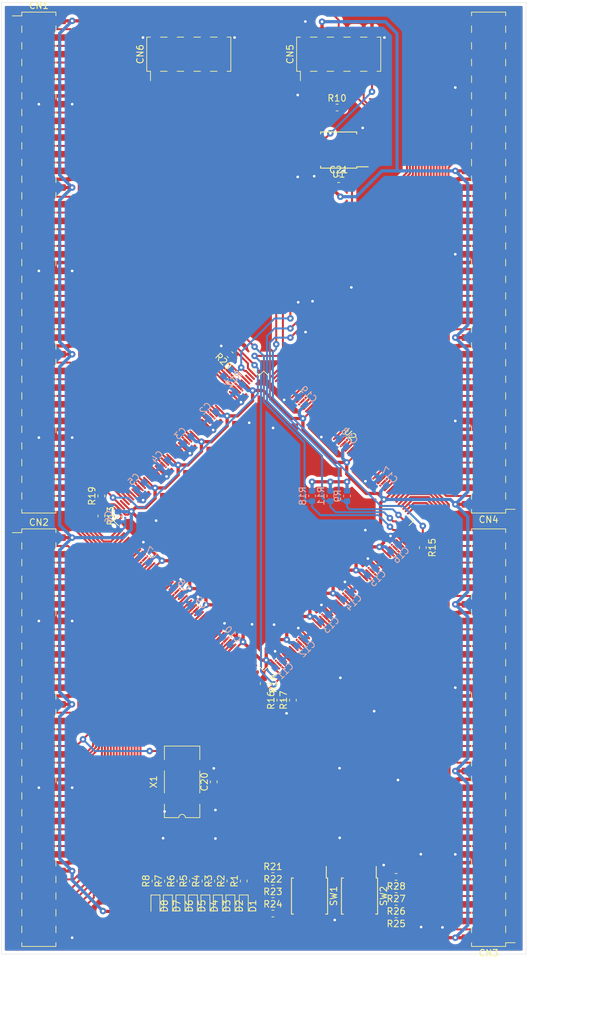
<source format=kicad_pcb>
(kicad_pcb (version 20171130) (host pcbnew 5.1.6-c6e7f7d~87~ubuntu18.04.1)
  (layers (0 F.Cu signal) (31 B.Cu signal) (34 B.Paste user) (35 F.Paste user) (36 B.SilkS user) (37 F.SilkS user) (38 B.Mask user) (39 F.Mask user) (44 Edge.Cuts user))
  (net 0 "")
  (net 1 +5V)
  (net 2 GND)
  (net 3 /PIN_66)
  (net 4 /PIN_65)
  (net 5 /PIN_64)
  (net 6 /PIN_63)
  (net 7 /PIN_62)
  (net 8 /PIN_61)
  (net 9 /PIN_56)
  (net 10 /PIN_55)
  (net 11 /PIN_54)
  (net 12 /PIN_53)
  (net 13 /PIN_51)
  (net 14 /PIN_50)
  (net 15 /PIN_49)
  (net 16 /PIN_48)
  (net 17 /PIN_46)
  (net 18 /PIN_45)
  (net 19 /PIN_44)
  (net 20 /PIN_43)
  (net 21 /PIN_41)
  (net 22 /PIN_40)
  (net 23 /PIN_39)
  (net 24 /PIN_38)
  (net 25 /PIN_36)
  (net 26 /PIN_35)
  (net 27 /PIN_34)
  (net 28 /PIN_33)
  (net 29 /PIN_31)
  (net 30 /PIN_30)
  (net 31 /PIN_29)
  (net 32 /PIN_28)
  (net 33 /PIN_26)
  (net 34 /PIN_25)
  (net 35 /PIN_24)
  (net 36 /PIN_23)
  (net 37 /PIN_21)
  (net 38 /PIN_20)
  (net 39 /PIN_19)
  (net 40 /PIN_18)
  (net 41 /PIN_17)
  (net 42 /PIN_15)
  (net 43 /PIN_14)
  (net 44 /PIN_13)
  (net 45 /PIN_12)
  (net 46 /PIN_11)
  (net 47 /PIN_9)
  (net 48 /PIN_8)
  (net 49 /PIN_7)
  (net 50 /PIN_6)
  (net 51 /PIN_67)
  (net 52 /PIN_68)
  (net 53 /PIN_70)
  (net 54 /PIN_71)
  (net 55 /PIN_72)
  (net 56 /PIN_73)
  (net 57 /PIN_74)
  (net 58 /PIN_75)
  (net 59 /PIN_76)
  (net 60 /PIN_78)
  (net 61 /PIN_79)
  (net 62 /PIN_80)
  (net 63 /PIN_81)
  (net 64 /PIN_82)
  (net 65 /PIN_83)
  (net 66 /PIN_84)
  (net 67 /PIN_86)
  (net 68 /PIN_87)
  (net 69 /PIN_88)
  (net 70 /PIN_90)
  (net 71 /PIN_91)
  (net 72 /PIN_92)
  (net 73 /PIN_94)
  (net 74 /PIN_95)
  (net 75 /PIN_97)
  (net 76 /PIN_98)
  (net 77 /PIN_99)
  (net 78 /PIN_100)
  (net 79 /PIN_101)
  (net 80 /PIN_102)
  (net 81 /PIN_103)
  (net 82 /PIN_105)
  (net 83 /PIN_106)
  (net 84 /PIN_107)
  (net 85 /PIN_108)
  (net 86 /PIN_109)
  (net 87 /PIN_110)
  (net 88 /PIN_111)
  (net 89 /PIN_113)
  (net 90 /PIN_114)
  (net 91 /PIN_115)
  (net 92 /PIN_116)
  (net 93 /PIN_117)
  (net 94 /PIN_118)
  (net 95 /PIN_119)
  (net 96 /PIN_120)
  (net 97 /DCLK)
  (net 98 /CONF_DONE)
  (net 99 /nCONFIG)
  (net 100 /nCE)
  (net 101 /DATA0)
  (net 102 /nCS)
  (net 103 /ASDI)
  (net 104 /PIN_187)
  (net 105 /PIN_186)
  (net 106 /PIN_185)
  (net 107 /PIN_184)
  (net 108 /PIN_183)
  (net 109 /PIN_182)
  (net 110 /PIN_181)
  (net 111 /PIN_175)
  (net 112 /PIN_174)
  (net 113 /PIN_173)
  (net 114 /PIN_172)
  (net 115 /PIN_171)
  (net 116 /PIN_169)
  (net 117 /PIN_168)
  (net 118 /PIN_167)
  (net 119 /PIN_166)
  (net 120 /PIN_164)
  (net 121 /PIN_163)
  (net 122 /PIN_162)
  (net 123 /PIN_161)
  (net 124 /PIN_159)
  (net 125 /PIN_158)
  (net 126 /PIN_157)
  (net 127 /PIN_156)
  (net 128 /PIN_154)
  (net 129 /PIN_153)
  (net 130 /PIN_152)
  (net 131 /PIN_151)
  (net 132 /PIN_149)
  (net 133 /PIN_148)
  (net 134 /PIN_147)
  (net 135 /PIN_146)
  (net 136 /PIN_144)
  (net 137 /PIN_143)
  (net 138 /PIN_142)
  (net 139 /PIN_141)
  (net 140 /PIN_139)
  (net 141 /PIN_138)
  (net 142 /PIN_137)
  (net 143 /PIN_136)
  (net 144 /PIN_134)
  (net 145 /PIN_133)
  (net 146 /PIN_132)
  (net 147 /PIN_131)
  (net 148 /PIN_129)
  (net 149 /PIN_128)
  (net 150 /PIN_127)
  (net 151 /PIN_126)
  (net 152 /PIN_188)
  (net 153 /PIN_190)
  (net 154 /PIN_191)
  (net 155 /PIN_192)
  (net 156 /PIN_193)
  (net 157 /PIN_194)
  (net 158 /PIN_195)
  (net 159 /PIN_196)
  (net 160 /PIN_198)
  (net 161 /PIN_199)
  (net 162 /PIN_200)
  (net 163 /PIN_201)
  (net 164 /PIN_202)
  (net 165 /PIN_203)
  (net 166 /PIN_204)
  (net 167 /PIN_206)
  (net 168 /PIN_207)
  (net 169 /PIN_208)
  (net 170 /PIN_209)
  (net 171 /PIN_210)
  (net 172 /PIN_211)
  (net 173 /PIN_212)
  (net 174 /PIN_213)
  (net 175 /PIN_214)
  (net 176 /PIN_215)
  (net 177 /PIN_217)
  (net 178 /PIN_218)
  (net 179 /PIN_219)
  (net 180 /PIN_220)
  (net 181 /PIN_221)
  (net 182 /PIN_222)
  (net 183 /PIN_223)
  (net 184 /PIN_225)
  (net 185 /PIN_226)
  (net 186 /PIN_227)
  (net 187 /PIN_228)
  (net 188 /PIN_229)
  (net 189 /PIN_230)
  (net 190 /PIN_231)
  (net 191 /PIN_233)
  (net 192 /PIN_234)
  (net 193 /PIN_235)
  (net 194 /PIN_236)
  (net 195 /PIN_237)
  (net 196 /PIN_238)
  (net 197 /PIN_239)
  (net 198 /PIN_240)
  (net 199 /TDI)
  (net 200 /TMS)
  (net 201 /TDO)
  (net 202 /TCK)
  (net 203 /nSTATUS)
  (net 204 /MSEL1)
  (net 205 /MSEL0)
  (net 206 "Net-(D1-Pad1)")
  (net 207 "Net-(D2-Pad1)")
  (net 208 "Net-(D3-Pad1)")
  (net 209 "Net-(D4-Pad1)")
  (net 210 "Net-(D5-Pad1)")
  (net 211 "Net-(D6-Pad1)")
  (net 212 "Net-(D7-Pad1)")
  (net 213 "Net-(D8-Pad1)")
  (module Resistor_SMD:R_0603_1608Metric (layer F.Cu) (at 113.576 38.608)
    (fp_text reference R10 (at 0 -1.43) (layer F.SilkS))
    (fp_text value 0)
    (pad 1 smd roundrect (at -0.7875 0) (size 0.875 0.95) (layers F.Cu F.Paste F.Mask) (net 98 /CONF_DONE))
    (pad 2 smd roundrect (at 0.7875 0) (size 0.875 0.95) (layers F.Cu F.Paste F.Mask) (net 102 /nCS))
  )
  (module Capacitor_SMD:C_0603_1608Metric (layer B.Cu) (at 98.59 81.407 225)
    (fp_text reference C1 (at 0 1.43 225) (layer B.SilkS) (effects (justify mirror)))
    (fp_text value 0.1μ)
    (pad 1 smd roundrect (at -0.7875 0 225) (size 0.875 0.95) (layers B.Cu B.Paste B.Mask) (net 1 +5V))
    (pad 2 smd roundrect (at 0.7875 0 225) (size 0.875 0.95) (layers B.Cu B.Paste B.Mask) (net 2 GND))
  )
  (module Capacitor_SMD:C_0603_1608Metric (layer B.Cu) (at 94.526 85.471 225)
    (fp_text reference C2 (at 0 1.43 45) (layer B.SilkS) (effects (justify mirror)))
    (fp_text value 0.1μ)
    (pad 2 smd roundrect (at 0.7875 0 225) (size 0.875 0.95) (layers B.Cu B.Paste B.Mask) (net 2 GND))
    (pad 1 smd roundrect (at -0.7875 0 225) (size 0.875 0.95) (layers B.Cu B.Paste B.Mask) (net 1 +5V))
  )
  (module Capacitor_SMD:C_0603_1608Metric (layer B.Cu) (at 90.716 89.281 225)
    (fp_text reference C3 (at 0 1.43 45) (layer B.SilkS) (effects (justify mirror)))
    (fp_text value 0.1μ)
    (pad 1 smd roundrect (at -0.7875 0 225) (size 0.875 0.95) (layers B.Cu B.Paste B.Mask) (net 1 +5V))
    (pad 2 smd roundrect (at 0.7875 0 225) (size 0.875 0.95) (layers B.Cu B.Paste B.Mask) (net 2 GND))
  )
  (module Capacitor_SMD:C_0603_1608Metric (layer B.Cu) (at 87.16 92.837 225)
    (fp_text reference C4 (at 0 1.43 45) (layer B.SilkS) (effects (justify mirror)))
    (fp_text value 0.1μ)
    (pad 1 smd roundrect (at -0.7875 0 225) (size 0.875 0.95) (layers B.Cu B.Paste B.Mask) (net 1 +5V))
    (pad 2 smd roundrect (at 0.7875 0 225) (size 0.875 0.95) (layers B.Cu B.Paste B.Mask) (net 2 GND))
  )
  (module Capacitor_SMD:C_0603_1608Metric (layer B.Cu) (at 83.604 96.266 225)
    (fp_text reference C5 (at 0 1.43 45) (layer B.SilkS) (effects (justify mirror)))
    (fp_text value 0.1μ)
    (pad 1 smd roundrect (at -0.7875 0 225) (size 0.875 0.95) (layers B.Cu B.Paste B.Mask) (net 1 +5V))
    (pad 2 smd roundrect (at 0.7875 0 225) (size 0.875 0.95) (layers B.Cu B.Paste B.Mask) (net 2 GND))
  )
  (module Capacitor_SMD:C_0603_1608Metric (layer B.Cu) (at 80.175 100.965 270)
    (fp_text reference C6 (at 0 1.43 90) (layer B.SilkS) (effects (justify mirror)))
    (fp_text value 0.1μ)
    (pad 2 smd roundrect (at 0.7875 0 270) (size 0.875 0.95) (layers B.Cu B.Paste B.Mask) (net 2 GND))
    (pad 1 smd roundrect (at -0.7875 0 270) (size 0.875 0.95) (layers B.Cu B.Paste B.Mask) (net 1 +5V))
  )
  (module Capacitor_SMD:C_0603_1608Metric (layer B.Cu) (at 84.239 107.442 135)
    (fp_text reference C7 (at 0 1.43 315) (layer B.SilkS) (effects (justify mirror)))
    (fp_text value 0.1μ)
    (pad 1 smd roundrect (at -0.7875 0 135) (size 0.875 0.95) (layers B.Cu B.Paste B.Mask) (net 1 +5V))
    (pad 2 smd roundrect (at 0.7875 0 135) (size 0.875 0.95) (layers B.Cu B.Paste B.Mask) (net 2 GND))
  )
  (module Capacitor_SMD:C_0603_1608Metric (layer B.Cu) (at 89.192 112.395 135)
    (fp_text reference C8 (at 0 1.43 135) (layer B.SilkS) (effects (justify mirror)))
    (fp_text value 0.1μ)
    (pad 1 smd roundrect (at -0.7875 0 135) (size 0.875 0.95) (layers B.Cu B.Paste B.Mask) (net 1 +5V))
    (pad 2 smd roundrect (at 0.7875 0 135) (size 0.875 0.95) (layers B.Cu B.Paste B.Mask) (net 2 GND))
  )
  (module Capacitor_SMD:C_0603_1608Metric (layer B.Cu) (at 91.859 115.062 135)
    (fp_text reference C9 (at 0 1.43 135) (layer B.SilkS) (effects (justify mirror)))
    (fp_text value 0.1μ)
    (pad 2 smd roundrect (at 0.7875 0 135) (size 0.875 0.95) (layers B.Cu B.Paste B.Mask) (net 2 GND))
    (pad 1 smd roundrect (at -0.7875 0 135) (size 0.875 0.95) (layers B.Cu B.Paste B.Mask) (net 1 +5V))
  )
  (module Capacitor_SMD:C_0603_1608Metric (layer B.Cu) (at 96.685 119.888 135)
    (fp_text reference C10 (at 0 1.43 135) (layer B.SilkS) (effects (justify mirror)))
    (fp_text value 0.1μ)
    (pad 2 smd roundrect (at 0.7875 0 135) (size 0.875 0.95) (layers B.Cu B.Paste B.Mask) (net 2 GND))
    (pad 1 smd roundrect (at -0.7875 0 135) (size 0.875 0.95) (layers B.Cu B.Paste B.Mask) (net 1 +5V))
  )
  (module Capacitor_SMD:C_0603_1608Metric (layer B.Cu) (at 104.686 123.444 45)
    (fp_text reference C11 (at 0 1.43 45) (layer B.SilkS) (effects (justify mirror)))
    (fp_text value 0.1μ)
    (pad 1 smd roundrect (at -0.7875 0 45) (size 0.875 0.95) (layers B.Cu B.Paste B.Mask) (net 1 +5V))
    (pad 2 smd roundrect (at 0.7875 0 45) (size 0.875 0.95) (layers B.Cu B.Paste B.Mask) (net 2 GND))
  )
  (module Capacitor_SMD:C_0603_1608Metric (layer B.Cu) (at 108.036847 120.093153 45)
    (fp_text reference C12 (at 0 1.43 45) (layer B.SilkS) (effects (justify mirror)))
    (fp_text value 0.1μ)
    (pad 2 smd roundrect (at 0.7875 0 45) (size 0.875 0.95) (layers B.Cu B.Paste B.Mask) (net 2 GND))
    (pad 1 smd roundrect (at -0.7875 0 45) (size 0.875 0.95) (layers B.Cu B.Paste B.Mask) (net 1 +5V))
  )
  (module Capacitor_SMD:C_0603_1608Metric (layer B.Cu) (at 111.671 116.459 45)
    (fp_text reference C13 (at 0 1.43 45) (layer B.SilkS) (effects (justify mirror)))
    (fp_text value 0.1μ)
    (pad 2 smd roundrect (at 0.7875 0 45) (size 0.875 0.95) (layers B.Cu B.Paste B.Mask) (net 2 GND))
    (pad 1 smd roundrect (at -0.7875 0 45) (size 0.875 0.95) (layers B.Cu B.Paste B.Mask) (net 1 +5V))
  )
  (module Capacitor_SMD:C_0603_1608Metric (layer B.Cu) (at 115.1 113.03 45)
    (fp_text reference C14 (at 0 1.43 45) (layer B.SilkS) (effects (justify mirror)))
    (fp_text value 0.1μ)
    (pad 1 smd roundrect (at -0.7875 0 45) (size 0.875 0.95) (layers B.Cu B.Paste B.Mask) (net 1 +5V))
    (pad 2 smd roundrect (at 0.7875 0 45) (size 0.875 0.95) (layers B.Cu B.Paste B.Mask) (net 2 GND))
  )
  (module Capacitor_SMD:C_0603_1608Metric (layer B.Cu) (at 118.783 109.347 45)
    (fp_text reference C15 (at 0 1.43 45) (layer B.SilkS) (effects (justify mirror)))
    (fp_text value 0.1μ)
    (pad 1 smd roundrect (at -0.7875 0 45) (size 0.875 0.95) (layers B.Cu B.Paste B.Mask) (net 1 +5V))
    (pad 2 smd roundrect (at 0.7875 0 45) (size 0.875 0.95) (layers B.Cu B.Paste B.Mask) (net 2 GND))
  )
  (module Capacitor_SMD:C_0603_1608Metric (layer B.Cu) (at 122.339 105.791 45)
    (fp_text reference C16 (at 0 1.43 45) (layer B.SilkS) (effects (justify mirror)))
    (fp_text value 0.1μ)
    (pad 2 smd roundrect (at 0.7875 0 45) (size 0.875 0.95) (layers B.Cu B.Paste B.Mask) (net 2 GND))
    (pad 1 smd roundrect (at -0.7875 0 45) (size 0.875 0.95) (layers B.Cu B.Paste B.Mask) (net 1 +5V))
  )
  (module Capacitor_SMD:C_0603_1608Metric (layer B.Cu) (at 120.561 95.631 135)
    (fp_text reference C17 (at 0 1.43 135) (layer B.SilkS) (effects (justify mirror)))
    (fp_text value 0.1μ)
    (pad 1 smd roundrect (at -0.7875 0 135) (size 0.875 0.95) (layers B.Cu B.Paste B.Mask) (net 1 +5V))
    (pad 2 smd roundrect (at 0.7875 0 135) (size 0.875 0.95) (layers B.Cu B.Paste B.Mask) (net 2 GND))
  )
  (module Capacitor_SMD:C_0603_1608Metric (layer B.Cu) (at 114.465 89.662 135)
    (fp_text reference C18 (at 0 1.43 135) (layer B.SilkS) (effects (justify mirror)))
    (fp_text value 0.1μ)
    (pad 2 smd roundrect (at 0.7875 0 135) (size 0.875 0.95) (layers B.Cu B.Paste B.Mask) (net 2 GND))
    (pad 1 smd roundrect (at -0.7875 0 135) (size 0.875 0.95) (layers B.Cu B.Paste B.Mask) (net 1 +5V))
  )
  (module Capacitor_SMD:C_0603_1608Metric (layer B.Cu) (at 108.242 83.312 135)
    (fp_text reference C19 (at 0 1.43 315) (layer B.SilkS) (effects (justify mirror)))
    (fp_text value 0.1μ)
    (pad 2 smd roundrect (at 0.7875 0 135) (size 0.875 0.95) (layers B.Cu B.Paste B.Mask) (net 2 GND))
    (pad 1 smd roundrect (at -0.7875 0 135) (size 0.875 0.95) (layers B.Cu B.Paste B.Mask) (net 1 +5V))
  )
  (module Capacitor_SMD:C_0603_1608Metric (layer F.Cu) (at 94.78 141.351 90)
    (fp_text reference C20 (at 0 -1.43 90) (layer F.SilkS))
    (fp_text value 0.1μ)
    (pad 2 smd roundrect (at 0.7875 0 90) (size 0.875 0.95) (layers F.Cu F.Paste F.Mask) (net 2 GND))
    (pad 1 smd roundrect (at -0.7875 0 90) (size 0.875 0.95) (layers F.Cu F.Paste F.Mask) (net 1 +5V))
  )
  (module Capacitor_SMD:C_0603_1608Metric (layer F.Cu) (at 113.83 49.53)
    (fp_text reference C21 (at 0 -1.43) (layer F.SilkS))
    (fp_text value 0.1μ)
    (pad 1 smd roundrect (at -0.7875 0) (size 0.875 0.95) (layers F.Cu F.Paste F.Mask) (net 1 +5V))
    (pad 2 smd roundrect (at 0.7875 0) (size 0.875 0.95) (layers F.Cu F.Paste F.Mask) (net 2 GND))
  )
  (module Connector_PinHeader_2.54mm:PinHeader_2x30_P2.54mm_Vertical_SMD (layer F.Cu) (at 68.11 62.23)
    (fp_text reference CN1 (at 0 -39.16) (layer F.SilkS))
    (fp_text value IO_1)
    (pad 60 smd rect (at 2.525 36.83) (size 3.15 1) (layers F.Cu F.Paste F.Mask) (net 3 /PIN_66))
    (pad 59 smd rect (at -2.525 36.83) (size 3.15 1) (layers F.Cu F.Paste F.Mask) (net 4 /PIN_65))
    (pad 58 smd rect (at 2.525 34.29) (size 3.15 1) (layers F.Cu F.Paste F.Mask) (net 5 /PIN_64))
    (pad 57 smd rect (at -2.525 34.29) (size 3.15 1) (layers F.Cu F.Paste F.Mask) (net 6 /PIN_63))
    (pad 56 smd rect (at 2.525 31.75) (size 3.15 1) (layers F.Cu F.Paste F.Mask) (net 7 /PIN_62))
    (pad 55 smd rect (at -2.525 31.75) (size 3.15 1) (layers F.Cu F.Paste F.Mask) (net 8 /PIN_61))
    (pad 54 smd rect (at 2.525 29.21) (size 3.15 1) (layers F.Cu F.Paste F.Mask) (net 9 /PIN_56))
    (pad 53 smd rect (at -2.525 29.21) (size 3.15 1) (layers F.Cu F.Paste F.Mask) (net 10 /PIN_55))
    (pad 52 smd rect (at 2.525 26.67) (size 3.15 1) (layers F.Cu F.Paste F.Mask) (net 2 GND))
    (pad 51 smd rect (at -2.525 26.67) (size 3.15 1) (layers F.Cu F.Paste F.Mask) (net 2 GND))
    (pad 50 smd rect (at 2.525 24.13) (size 3.15 1) (layers F.Cu F.Paste F.Mask) (net 11 /PIN_54))
    (pad 49 smd rect (at -2.525 24.13) (size 3.15 1) (layers F.Cu F.Paste F.Mask) (net 12 /PIN_53))
    (pad 48 smd rect (at 2.525 21.59) (size 3.15 1) (layers F.Cu F.Paste F.Mask) (net 13 /PIN_51))
    (pad 47 smd rect (at -2.525 21.59) (size 3.15 1) (layers F.Cu F.Paste F.Mask) (net 14 /PIN_50))
    (pad 46 smd rect (at 2.525 19.05) (size 3.15 1) (layers F.Cu F.Paste F.Mask) (net 15 /PIN_49))
    (pad 45 smd rect (at -2.525 19.05) (size 3.15 1) (layers F.Cu F.Paste F.Mask) (net 16 /PIN_48))
    (pad 44 smd rect (at 2.525 16.51) (size 3.15 1) (layers F.Cu F.Paste F.Mask) (net 17 /PIN_46))
    (pad 43 smd rect (at -2.525 16.51) (size 3.15 1) (layers F.Cu F.Paste F.Mask) (net 18 /PIN_45))
    (pad 42 smd rect (at 2.525 13.97) (size 3.15 1) (layers F.Cu F.Paste F.Mask) (net 1 +5V))
    (pad 41 smd rect (at -2.525 13.97) (size 3.15 1) (layers F.Cu F.Paste F.Mask) (net 1 +5V))
    (pad 40 smd rect (at 2.525 11.43) (size 3.15 1) (layers F.Cu F.Paste F.Mask) (net 19 /PIN_44))
    (pad 39 smd rect (at -2.525 11.43) (size 3.15 1) (layers F.Cu F.Paste F.Mask) (net 20 /PIN_43))
    (pad 38 smd rect (at 2.525 8.89) (size 3.15 1) (layers F.Cu F.Paste F.Mask) (net 21 /PIN_41))
    (pad 37 smd rect (at -2.525 8.89) (size 3.15 1) (layers F.Cu F.Paste F.Mask) (net 22 /PIN_40))
    (pad 36 smd rect (at 2.525 6.35) (size 3.15 1) (layers F.Cu F.Paste F.Mask) (net 23 /PIN_39))
    (pad 35 smd rect (at -2.525 6.35) (size 3.15 1) (layers F.Cu F.Paste F.Mask) (net 24 /PIN_38))
    (pad 34 smd rect (at 2.525 3.81) (size 3.15 1) (layers F.Cu F.Paste F.Mask) (net 25 /PIN_36))
    (pad 33 smd rect (at -2.525 3.81) (size 3.15 1) (layers F.Cu F.Paste F.Mask) (net 26 /PIN_35))
    (pad 32 smd rect (at 2.525 1.27) (size 3.15 1) (layers F.Cu F.Paste F.Mask) (net 2 GND))
    (pad 31 smd rect (at -2.525 1.27) (size 3.15 1) (layers F.Cu F.Paste F.Mask) (net 2 GND))
    (pad 30 smd rect (at 2.525 -1.27) (size 3.15 1) (layers F.Cu F.Paste F.Mask) (net 27 /PIN_34))
    (pad 29 smd rect (at -2.525 -1.27) (size 3.15 1) (layers F.Cu F.Paste F.Mask) (net 28 /PIN_33))
    (pad 28 smd rect (at 2.525 -3.81) (size 3.15 1) (layers F.Cu F.Paste F.Mask) (net 29 /PIN_31))
    (pad 27 smd rect (at -2.525 -3.81) (size 3.15 1) (layers F.Cu F.Paste F.Mask) (net 30 /PIN_30))
    (pad 26 smd rect (at 2.525 -6.35) (size 3.15 1) (layers F.Cu F.Paste F.Mask) (net 31 /PIN_29))
    (pad 25 smd rect (at -2.525 -6.35) (size 3.15 1) (layers F.Cu F.Paste F.Mask) (net 32 /PIN_28))
    (pad 24 smd rect (at 2.525 -8.89) (size 3.15 1) (layers F.Cu F.Paste F.Mask) (net 33 /PIN_26))
    (pad 23 smd rect (at -2.525 -8.89) (size 3.15 1) (layers F.Cu F.Paste F.Mask) (net 34 /PIN_25))
    (pad 22 smd rect (at 2.525 -11.43) (size 3.15 1) (layers F.Cu F.Paste F.Mask) (net 1 +5V))
    (pad 21 smd rect (at -2.525 -11.43) (size 3.15 1) (layers F.Cu F.Paste F.Mask) (net 1 +5V))
    (pad 20 smd rect (at 2.525 -13.97) (size 3.15 1) (layers F.Cu F.Paste F.Mask) (net 35 /PIN_24))
    (pad 19 smd rect (at -2.525 -13.97) (size 3.15 1) (layers F.Cu F.Paste F.Mask) (net 36 /PIN_23))
    (pad 18 smd rect (at 2.525 -16.51) (size 3.15 1) (layers F.Cu F.Paste F.Mask) (net 37 /PIN_21))
    (pad 17 smd rect (at -2.525 -16.51) (size 3.15 1) (layers F.Cu F.Paste F.Mask) (net 38 /PIN_20))
    (pad 16 smd rect (at 2.525 -19.05) (size 3.15 1) (layers F.Cu F.Paste F.Mask) (net 39 /PIN_19))
    (pad 15 smd rect (at -2.525 -19.05) (size 3.15 1) (layers F.Cu F.Paste F.Mask) (net 40 /PIN_18))
    (pad 14 smd rect (at 2.525 -21.59) (size 3.15 1) (layers F.Cu F.Paste F.Mask) (net 41 /PIN_17))
    (pad 13 smd rect (at -2.525 -21.59) (size 3.15 1) (layers F.Cu F.Paste F.Mask) (net 42 /PIN_15))
    (pad 12 smd rect (at 2.525 -24.13) (size 3.15 1) (layers F.Cu F.Paste F.Mask) (net 2 GND))
    (pad 11 smd rect (at -2.525 -24.13) (size 3.15 1) (layers F.Cu F.Paste F.Mask) (net 2 GND))
    (pad 10 smd rect (at 2.525 -26.67) (size 3.15 1) (layers F.Cu F.Paste F.Mask) (net 43 /PIN_14))
    (pad 9 smd rect (at -2.525 -26.67) (size 3.15 1) (layers F.Cu F.Paste F.Mask) (net 44 /PIN_13))
    (pad 8 smd rect (at 2.525 -29.21) (size 3.15 1) (layers F.Cu F.Paste F.Mask) (net 45 /PIN_12))
    (pad 7 smd rect (at -2.525 -29.21) (size 3.15 1) (layers F.Cu F.Paste F.Mask) (net 46 /PIN_11))
    (pad 6 smd rect (at 2.525 -31.75) (size 3.15 1) (layers F.Cu F.Paste F.Mask) (net 47 /PIN_9))
    (pad 5 smd rect (at -2.525 -31.75) (size 3.15 1) (layers F.Cu F.Paste F.Mask) (net 48 /PIN_8))
    (pad 4 smd rect (at 2.525 -34.29) (size 3.15 1) (layers F.Cu F.Paste F.Mask) (net 49 /PIN_7))
    (pad 3 smd rect (at -2.525 -34.29) (size 3.15 1) (layers F.Cu F.Paste F.Mask) (net 50 /PIN_6))
    (pad 2 smd rect (at 2.525 -36.83) (size 3.15 1) (layers F.Cu F.Paste F.Mask) (net 1 +5V))
    (pad 1 smd rect (at -2.525 -36.83) (size 3.15 1) (layers F.Cu F.Paste F.Mask) (net 1 +5V))
  )
  (module Connector_PinHeader_2.54mm:PinHeader_2x05_P2.54mm_Vertical_SMD (layer F.Cu) (at 113.83 30.48 90)
    (fp_text reference CN5 (at 0 -7.41 90) (layer F.SilkS))
    (fp_text value FLASH)
    (pad 1 smd rect (at -2.525 -5.08 90) (size 3.15 1) (layers F.Cu F.Paste F.Mask) (net 97 /DCLK))
    (pad 2 smd rect (at 2.525 -5.08 90) (size 3.15 1) (layers F.Cu F.Paste F.Mask) (net 2 GND))
    (pad 3 smd rect (at -2.525 -2.54 90) (size 3.15 1) (layers F.Cu F.Paste F.Mask) (net 98 /CONF_DONE))
    (pad 4 smd rect (at 2.525 -2.54 90) (size 3.15 1) (layers F.Cu F.Paste F.Mask) (net 1 +5V))
    (pad 5 smd rect (at -2.525 0 90) (size 3.15 1) (layers F.Cu F.Paste F.Mask) (net 99 /nCONFIG))
    (pad 6 smd rect (at 2.525 0 90) (size 3.15 1) (layers F.Cu F.Paste F.Mask) (net 100 /nCE))
    (pad 7 smd rect (at -2.525 2.54 90) (size 3.15 1) (layers F.Cu F.Paste F.Mask) (net 101 /DATA0))
    (pad 8 smd rect (at 2.525 2.54 90) (size 3.15 1) (layers F.Cu F.Paste F.Mask) (net 102 /nCS))
    (pad 9 smd rect (at -2.525 5.08 90) (size 3.15 1) (layers F.Cu F.Paste F.Mask) (net 103 /ASDI))
    (pad 10 smd rect (at 2.525 5.08 90) (size 3.15 1) (layers F.Cu F.Paste F.Mask) (net 2 GND))
  )
  (module Connector_PinHeader_2.54mm:PinHeader_2x30_P2.54mm_Vertical_SMD (layer F.Cu) (at 136.69 62.23 180)
    (fp_text reference CN4 (at 0 -39.16) (layer F.SilkS))
    (fp_text value IO_4)
    (pad 1 smd rect (at -2.525 -36.83 180) (size 3.15 1) (layers F.Cu F.Paste F.Mask) (net 1 +5V))
    (pad 2 smd rect (at 2.525 -36.83 180) (size 3.15 1) (layers F.Cu F.Paste F.Mask) (net 1 +5V))
    (pad 3 smd rect (at -2.525 -34.29 180) (size 3.15 1) (layers F.Cu F.Paste F.Mask) (net 152 /PIN_188))
    (pad 4 smd rect (at 2.525 -34.29 180) (size 3.15 1) (layers F.Cu F.Paste F.Mask) (net 153 /PIN_190))
    (pad 5 smd rect (at -2.525 -31.75 180) (size 3.15 1) (layers F.Cu F.Paste F.Mask) (net 154 /PIN_191))
    (pad 6 smd rect (at 2.525 -31.75 180) (size 3.15 1) (layers F.Cu F.Paste F.Mask) (net 155 /PIN_192))
    (pad 7 smd rect (at -2.525 -29.21 180) (size 3.15 1) (layers F.Cu F.Paste F.Mask) (net 156 /PIN_193))
    (pad 8 smd rect (at 2.525 -29.21 180) (size 3.15 1) (layers F.Cu F.Paste F.Mask) (net 157 /PIN_194))
    (pad 9 smd rect (at -2.525 -26.67 180) (size 3.15 1) (layers F.Cu F.Paste F.Mask) (net 158 /PIN_195))
    (pad 10 smd rect (at 2.525 -26.67 180) (size 3.15 1) (layers F.Cu F.Paste F.Mask) (net 159 /PIN_196))
    (pad 11 smd rect (at -2.525 -24.13 180) (size 3.15 1) (layers F.Cu F.Paste F.Mask) (net 2 GND))
    (pad 12 smd rect (at 2.525 -24.13 180) (size 3.15 1) (layers F.Cu F.Paste F.Mask) (net 2 GND))
    (pad 13 smd rect (at -2.525 -21.59 180) (size 3.15 1) (layers F.Cu F.Paste F.Mask) (net 160 /PIN_198))
    (pad 14 smd rect (at 2.525 -21.59 180) (size 3.15 1) (layers F.Cu F.Paste F.Mask) (net 161 /PIN_199))
    (pad 15 smd rect (at -2.525 -19.05 180) (size 3.15 1) (layers F.Cu F.Paste F.Mask) (net 162 /PIN_200))
    (pad 16 smd rect (at 2.525 -19.05 180) (size 3.15 1) (layers F.Cu F.Paste F.Mask) (net 163 /PIN_201))
    (pad 17 smd rect (at -2.525 -16.51 180) (size 3.15 1) (layers F.Cu F.Paste F.Mask) (net 164 /PIN_202))
    (pad 18 smd rect (at 2.525 -16.51 180) (size 3.15 1) (layers F.Cu F.Paste F.Mask) (net 165 /PIN_203))
    (pad 19 smd rect (at -2.525 -13.97 180) (size 3.15 1) (layers F.Cu F.Paste F.Mask) (net 166 /PIN_204))
    (pad 20 smd rect (at 2.525 -13.97 180) (size 3.15 1) (layers F.Cu F.Paste F.Mask) (net 167 /PIN_206))
    (pad 21 smd rect (at -2.525 -11.43 180) (size 3.15 1) (layers F.Cu F.Paste F.Mask) (net 1 +5V))
    (pad 22 smd rect (at 2.525 -11.43 180) (size 3.15 1) (layers F.Cu F.Paste F.Mask) (net 1 +5V))
    (pad 23 smd rect (at -2.525 -8.89 180) (size 3.15 1) (layers F.Cu F.Paste F.Mask) (net 168 /PIN_207))
    (pad 24 smd rect (at 2.525 -8.89 180) (size 3.15 1) (layers F.Cu F.Paste F.Mask) (net 169 /PIN_208))
    (pad 25 smd rect (at -2.525 -6.35 180) (size 3.15 1) (layers F.Cu F.Paste F.Mask) (net 170 /PIN_209))
    (pad 26 smd rect (at 2.525 -6.35 180) (size 3.15 1) (layers F.Cu F.Paste F.Mask) (net 171 /PIN_210))
    (pad 27 smd rect (at -2.525 -3.81 180) (size 3.15 1) (layers F.Cu F.Paste F.Mask) (net 172 /PIN_211))
    (pad 28 smd rect (at 2.525 -3.81 180) (size 3.15 1) (layers F.Cu F.Paste F.Mask) (net 173 /PIN_212))
    (pad 29 smd rect (at -2.525 -1.27 180) (size 3.15 1) (layers F.Cu F.Paste F.Mask) (net 174 /PIN_213))
    (pad 30 smd rect (at 2.525 -1.27 180) (size 3.15 1) (layers F.Cu F.Paste F.Mask) (net 175 /PIN_214))
    (pad 31 smd rect (at -2.525 1.27 180) (size 3.15 1) (layers F.Cu F.Paste F.Mask) (net 2 GND))
    (pad 32 smd rect (at 2.525 1.27 180) (size 3.15 1) (layers F.Cu F.Paste F.Mask) (net 2 GND))
    (pad 33 smd rect (at -2.525 3.81 180) (size 3.15 1) (layers F.Cu F.Paste F.Mask) (net 176 /PIN_215))
    (pad 34 smd rect (at 2.525 3.81 180) (size 3.15 1) (layers F.Cu F.Paste F.Mask) (net 177 /PIN_217))
    (pad 35 smd rect (at -2.525 6.35 180) (size 3.15 1) (layers F.Cu F.Paste F.Mask) (net 178 /PIN_218))
    (pad 36 smd rect (at 2.525 6.35 180) (size 3.15 1) (layers F.Cu F.Paste F.Mask) (net 179 /PIN_219))
    (pad 37 smd rect (at -2.525 8.89 180) (size 3.15 1) (layers F.Cu F.Paste F.Mask) (net 180 /PIN_220))
    (pad 38 smd rect (at 2.525 8.89 180) (size 3.15 1) (layers F.Cu F.Paste F.Mask) (net 181 /PIN_221))
    (pad 39 smd rect (at -2.525 11.43 180) (size 3.15 1) (layers F.Cu F.Paste F.Mask) (net 182 /PIN_222))
    (pad 40 smd rect (at 2.525 11.43 180) (size 3.15 1) (layers F.Cu F.Paste F.Mask) (net 183 /PIN_223))
    (pad 41 smd rect (at -2.525 13.97 180) (size 3.15 1) (layers F.Cu F.Paste F.Mask) (net 1 +5V))
    (pad 42 smd rect (at 2.525 13.97 180) (size 3.15 1) (layers F.Cu F.Paste F.Mask) (net 1 +5V))
    (pad 43 smd rect (at -2.525 16.51 180) (size 3.15 1) (layers F.Cu F.Paste F.Mask) (net 184 /PIN_225))
    (pad 44 smd rect (at 2.525 16.51 180) (size 3.15 1) (layers F.Cu F.Paste F.Mask) (net 185 /PIN_226))
    (pad 45 smd rect (at -2.525 19.05 180) (size 3.15 1) (layers F.Cu F.Paste F.Mask) (net 186 /PIN_227))
    (pad 46 smd rect (at 2.525 19.05 180) (size 3.15 1) (layers F.Cu F.Paste F.Mask) (net 187 /PIN_228))
    (pad 47 smd rect (at -2.525 21.59 180) (size 3.15 1) (layers F.Cu F.Paste F.Mask) (net 188 /PIN_229))
    (pad 48 smd rect (at 2.525 21.59 180) (size 3.15 1) (layers F.Cu F.Paste F.Mask) (net 189 /PIN_230))
    (pad 49 smd rect (at -2.525 24.13 180) (size 3.15 1) (layers F.Cu F.Paste F.Mask) (net 190 /PIN_231))
    (pad 50 smd rect (at 2.525 24.13 180) (size 3.15 1) (layers F.Cu F.Paste F.Mask) (net 191 /PIN_233))
    (pad 51 smd rect (at -2.525 26.67 180) (size 3.15 1) (layers F.Cu F.Paste F.Mask) (net 2 GND))
    (pad 52 smd rect (at 2.525 26.67 180) (size 3.15 1) (layers F.Cu F.Paste F.Mask) (net 2 GND))
    (pad 53 smd rect (at -2.525 29.21 180) (size 3.15 1) (layers F.Cu F.Paste F.Mask) (net 192 /PIN_234))
    (pad 54 smd rect (at 2.525 29.21 180) (size 3.15 1) (layers F.Cu F.Paste F.Mask) (net 193 /PIN_235))
    (pad 55 smd rect (at -2.525 31.75 180) (size 3.15 1) (layers F.Cu F.Paste F.Mask) (net 194 /PIN_236))
    (pad 56 smd rect (at 2.525 31.75 180) (size 3.15 1) (layers F.Cu F.Paste F.Mask) (net 195 /PIN_237))
    (pad 57 smd rect (at -2.525 34.29 180) (size 3.15 1) (layers F.Cu F.Paste F.Mask) (net 196 /PIN_238))
    (pad 58 smd rect (at 2.525 34.29 180) (size 3.15 1) (layers F.Cu F.Paste F.Mask) (net 197 /PIN_239))
    (pad 59 smd rect (at -2.525 36.83 180) (size 3.15 1) (layers F.Cu F.Paste F.Mask) (net 198 /PIN_240))
    (pad 60 smd rect (at 2.525 36.83 180) (size 3.15 1) (layers F.Cu F.Paste F.Mask))
  )
  (module Connector_PinHeader_2.54mm:PinHeader_2x05_P2.54mm_Vertical_SMD (layer F.Cu) (at 90.97 30.48 90)
    (fp_text reference CN6 (at 0 -7.41 90) (layer F.SilkS))
    (fp_text value JTAG)
    (pad 10 smd rect (at 2.525 5.08 90) (size 3.15 1) (layers F.Cu F.Paste F.Mask) (net 2 GND))
    (pad 9 smd rect (at -2.525 5.08 90) (size 3.15 1) (layers F.Cu F.Paste F.Mask) (net 199 /TDI))
    (pad 8 smd rect (at 2.525 2.54 90) (size 3.15 1) (layers F.Cu F.Paste F.Mask))
    (pad 7 smd rect (at -2.525 2.54 90) (size 3.15 1) (layers F.Cu F.Paste F.Mask))
    (pad 6 smd rect (at 2.525 0 90) (size 3.15 1) (layers F.Cu F.Paste F.Mask))
    (pad 5 smd rect (at -2.525 0 90) (size 3.15 1) (layers F.Cu F.Paste F.Mask) (net 200 /TMS))
    (pad 4 smd rect (at 2.525 -2.54 90) (size 3.15 1) (layers F.Cu F.Paste F.Mask) (net 1 +5V))
    (pad 3 smd rect (at -2.525 -2.54 90) (size 3.15 1) (layers F.Cu F.Paste F.Mask) (net 201 /TDO))
    (pad 2 smd rect (at 2.525 -5.08 90) (size 3.15 1) (layers F.Cu F.Paste F.Mask) (net 2 GND))
    (pad 1 smd rect (at -2.525 -5.08 90) (size 3.15 1) (layers F.Cu F.Paste F.Mask) (net 202 /TCK))
  )
  (module LED_SMD:LED_0603_1608Metric_Castellated (layer F.Cu) (at 99.352 160.274 270)
    (fp_text reference D1 (at 0 -1.38 90) (layer F.SilkS))
    (fp_text value LED)
    (pad 1 smd roundrect (at -0.8125 0 270) (size 1.225 0.85) (layers F.Cu F.Paste F.Mask) (net 206 "Net-(D1-Pad1)"))
    (pad 2 smd roundrect (at 0.8125 0 270) (size 1.225 0.85) (layers F.Cu F.Paste F.Mask) (net 1 +5V))
  )
  (module LED_SMD:LED_0603_1608Metric_Castellated (layer F.Cu) (at 97.32 160.274 270)
    (fp_text reference D2 (at 0 -1.38 90) (layer F.SilkS))
    (fp_text value LED)
    (pad 2 smd roundrect (at 0.8125 0 270) (size 1.225 0.85) (layers F.Cu F.Paste F.Mask) (net 1 +5V))
    (pad 1 smd roundrect (at -0.8125 0 270) (size 1.225 0.85) (layers F.Cu F.Paste F.Mask) (net 207 "Net-(D2-Pad1)"))
  )
  (module LED_SMD:LED_0603_1608Metric_Castellated (layer F.Cu) (at 95.415 160.274 270)
    (fp_text reference D3 (at 0 -1.38 90) (layer F.SilkS))
    (fp_text value LED)
    (pad 1 smd roundrect (at -0.8125 0 270) (size 1.225 0.85) (layers F.Cu F.Paste F.Mask) (net 208 "Net-(D3-Pad1)"))
    (pad 2 smd roundrect (at 0.8125 0 270) (size 1.225 0.85) (layers F.Cu F.Paste F.Mask) (net 1 +5V))
  )
  (module LED_SMD:LED_0603_1608Metric_Castellated (layer F.Cu) (at 93.51 160.274 270)
    (fp_text reference D4 (at 0 -1.38 90) (layer F.SilkS))
    (fp_text value LED)
    (pad 2 smd roundrect (at 0.8125 0 270) (size 1.225 0.85) (layers F.Cu F.Paste F.Mask) (net 1 +5V))
    (pad 1 smd roundrect (at -0.8125 0 270) (size 1.225 0.85) (layers F.Cu F.Paste F.Mask) (net 209 "Net-(D4-Pad1)"))
  )
  (module Resistor_SMD:R_0603_1608Metric (layer F.Cu) (at 99.352 156.464 90)
    (fp_text reference R1 (at 0 -1.43 90) (layer F.SilkS))
    (fp_text value 1k)
    (pad 2 smd roundrect (at 0.7875 0 90) (size 0.875 0.95) (layers F.Cu F.Paste F.Mask) (net 96 /PIN_120))
    (pad 1 smd roundrect (at -0.7875 0 90) (size 0.875 0.95) (layers F.Cu F.Paste F.Mask) (net 206 "Net-(D1-Pad1)"))
  )
  (module Resistor_SMD:R_0603_1608Metric (layer F.Cu) (at 95.415 156.464 90)
    (fp_text reference R3 (at 0 -1.43 90) (layer F.SilkS))
    (fp_text value 1k)
    (pad 2 smd roundrect (at 0.7875 0 90) (size 0.875 0.95) (layers F.Cu F.Paste F.Mask) (net 94 /PIN_118))
    (pad 1 smd roundrect (at -0.7875 0 90) (size 0.875 0.95) (layers F.Cu F.Paste F.Mask) (net 208 "Net-(D3-Pad1)"))
  )
  (module Resistor_SMD:R_0603_1608Metric (layer F.Cu) (at 91.605 156.464 90)
    (fp_text reference R5 (at 0 -1.43 90) (layer F.SilkS))
    (fp_text value 1k)
    (pad 1 smd roundrect (at -0.7875 0 90) (size 0.875 0.95) (layers F.Cu F.Paste F.Mask) (net 210 "Net-(D5-Pad1)"))
    (pad 2 smd roundrect (at 0.7875 0 90) (size 0.875 0.95) (layers F.Cu F.Paste F.Mask) (net 92 /PIN_116))
  )
  (module Resistor_SMD:R_0603_1608Metric (layer F.Cu) (at 85.89 156.464 90)
    (fp_text reference R8 (at 0 -1.43 90) (layer F.SilkS))
    (fp_text value 1k)
    (pad 2 smd roundrect (at 0.7875 0 90) (size 0.875 0.95) (layers F.Cu F.Paste F.Mask) (net 89 /PIN_113))
    (pad 1 smd roundrect (at -0.7875 0 90) (size 0.875 0.95) (layers F.Cu F.Paste F.Mask) (net 213 "Net-(D8-Pad1)"))
  )
  (module Resistor_SMD:R_0603_1608Metric (layer B.Cu) (at 115.1 97.79 270)
    (fp_text reference R9 (at 0 1.43 90) (layer B.SilkS) (effects (justify mirror)))
    (fp_text value 1k)
    (pad 2 smd roundrect (at 0.7875 0 270) (size 0.875 0.95) (layers B.Cu B.Paste B.Mask) (net 101 /DATA0))
    (pad 1 smd roundrect (at -0.7875 0 270) (size 0.875 0.95) (layers B.Cu B.Paste B.Mask) (net 1 +5V))
  )
  (module Resistor_SMD:R_0603_1608Metric (layer B.Cu) (at 112.56 97.79 270)
    (fp_text reference R11 (at 0 1.43 90) (layer B.SilkS) (effects (justify mirror)))
    (fp_text value 1k)
    (pad 1 smd roundrect (at -0.7875 0 270) (size 0.875 0.95) (layers B.Cu B.Paste B.Mask) (net 1 +5V))
    (pad 2 smd roundrect (at 0.7875 0 270) (size 0.875 0.95) (layers B.Cu B.Paste B.Mask) (net 97 /DCLK))
  )
  (module Resistor_SMD:R_0603_1608Metric (layer B.Cu) (at 96.812 78.994 45)
    (fp_text reference R12 (at 0 1.43 225) (layer B.SilkS) (effects (justify mirror)))
    (fp_text value 1k)
    (pad 1 smd roundrect (at -0.7875 0 45) (size 0.875 0.95) (layers B.Cu B.Paste B.Mask) (net 1 +5V))
    (pad 2 smd roundrect (at 0.7875 0 45) (size 0.875 0.95) (layers B.Cu B.Paste B.Mask) (net 98 /CONF_DONE))
  )
  (module Resistor_SMD:R_0603_1608Metric (layer F.Cu) (at 77.635 100.838 270)
    (fp_text reference R13 (at 0 -1.43 90) (layer F.SilkS))
    (fp_text value 1k)
    (pad 2 smd roundrect (at 0.7875 0 270) (size 0.875 0.95) (layers F.Cu F.Paste F.Mask) (net 203 /nSTATUS))
    (pad 1 smd roundrect (at -0.7875 0 270) (size 0.875 0.95) (layers F.Cu F.Paste F.Mask) (net 1 +5V))
  )
  (module Resistor_SMD:R_0603_1608Metric (layer F.Cu) (at 102.4 126.365 270)
    (fp_text reference R14 (at 0 -1.43 90) (layer F.SilkS))
    (fp_text value 1k)
    (pad 1 smd roundrect (at -0.7875 0 270) (size 0.875 0.95) (layers F.Cu F.Paste F.Mask) (net 1 +5V))
    (pad 2 smd roundrect (at 0.7875 0 270) (size 0.875 0.95) (layers F.Cu F.Paste F.Mask) (net 99 /nCONFIG))
  )
  (module Resistor_SMD:R_0603_1608Metric (layer F.Cu) (at 126.657 105.664 270)
    (fp_text reference R15 (at 0 -1.43 90) (layer F.SilkS))
    (fp_text value 1k)
    (pad 2 smd roundrect (at 0.7875 0 270) (size 0.875 0.95) (layers F.Cu F.Paste F.Mask) (net 2 GND))
    (pad 1 smd roundrect (at -0.7875 0 270) (size 0.875 0.95) (layers F.Cu F.Paste F.Mask) (net 100 /nCE))
  )
  (module Resistor_SMD:R_0603_1608Metric (layer F.Cu) (at 104.94 128.905 90)
    (fp_text reference R16 (at 0 -1.43 90) (layer F.SilkS))
    (fp_text value 0)
    (pad 1 smd roundrect (at -0.7875 0 90) (size 0.875 0.95) (layers F.Cu F.Paste F.Mask) (net 2 GND))
    (pad 2 smd roundrect (at 0.7875 0 90) (size 0.875 0.95) (layers F.Cu F.Paste F.Mask) (net 204 /MSEL1))
  )
  (module Resistor_SMD:R_0603_1608Metric (layer F.Cu) (at 106.845 128.905 90)
    (fp_text reference R17 (at 0 -1.43 90) (layer F.SilkS))
    (fp_text value 0)
    (pad 2 smd roundrect (at 0.7875 0 90) (size 0.875 0.95) (layers F.Cu F.Paste F.Mask) (net 205 /MSEL0))
    (pad 1 smd roundrect (at -0.7875 0 90) (size 0.875 0.95) (layers F.Cu F.Paste F.Mask) (net 2 GND))
  )
  (module Resistor_SMD:R_0603_1608Metric (layer B.Cu) (at 109.766 97.79 270)
    (fp_text reference R18 (at 0 1.43 270) (layer B.SilkS) (effects (justify mirror)))
    (fp_text value 1k)
    (pad 1 smd roundrect (at -0.7875 0 270) (size 0.875 0.95) (layers B.Cu B.Paste B.Mask) (net 1 +5V))
    (pad 2 smd roundrect (at 0.7875 0 270) (size 0.875 0.95) (layers B.Cu B.Paste B.Mask) (net 199 /TDI))
  )
  (module Resistor_SMD:R_0603_1608Metric (layer F.Cu) (at 77.635 97.79 90)
    (fp_text reference R19 (at 0 -1.43 90) (layer F.SilkS))
    (fp_text value 1k)
    (pad 1 smd roundrect (at -0.7875 0 90) (size 0.875 0.95) (layers F.Cu F.Paste F.Mask) (net 1 +5V))
    (pad 2 smd roundrect (at 0.7875 0 90) (size 0.875 0.95) (layers F.Cu F.Paste F.Mask) (net 200 /TMS))
  )
  (module Resistor_SMD:R_0603_1608Metric (layer F.Cu) (at 97.271153 76.278153 135)
    (fp_text reference R20 (at 0 -1.43 135) (layer F.SilkS))
    (fp_text value 1k)
    (pad 2 smd roundrect (at 0.7875 0 135) (size 0.875 0.95) (layers F.Cu F.Paste F.Mask) (net 2 GND))
    (pad 1 smd roundrect (at -0.7875 0 135) (size 0.875 0.95) (layers F.Cu F.Paste F.Mask) (net 202 /TCK))
  )
  (module Package_SO:SOIJ-8_5.3x5.3mm_P1.27mm (layer F.Cu) (at 113.83 45.085 180)
    (fp_text reference U1 (at 0 -3.68) (layer F.SilkS))
    (fp_text value 25LC1024-I/SM)
    (pad 1 smd rect (at -3.65 -1.905 180) (size 1.7 0.65) (layers F.Cu F.Paste F.Mask) (net 102 /nCS))
    (pad 2 smd rect (at -3.65 -0.635 180) (size 1.7 0.65) (layers F.Cu F.Paste F.Mask) (net 101 /DATA0))
    (pad 3 smd rect (at -3.65 0.635 180) (size 1.7 0.65) (layers F.Cu F.Paste F.Mask) (net 1 +5V))
    (pad 4 smd rect (at -3.65 1.905 180) (size 1.7 0.65) (layers F.Cu F.Paste F.Mask) (net 2 GND))
    (pad 5 smd rect (at 3.65 1.905 180) (size 1.7 0.65) (layers F.Cu F.Paste F.Mask) (net 103 /ASDI))
    (pad 6 smd rect (at 3.65 0.635 180) (size 1.7 0.65) (layers F.Cu F.Paste F.Mask) (net 97 /DCLK))
    (pad 7 smd rect (at 3.65 -0.635 180) (size 1.7 0.65) (layers F.Cu F.Paste F.Mask) (net 1 +5V))
    (pad 8 smd rect (at 3.65 -1.905 180) (size 1.7 0.65) (layers F.Cu F.Paste F.Mask) (net 1 +5V))
  )
  (module Package_QFP:PQFP-240_32.1x32.1mm_P0.5mm (layer F.Cu) (at 102.4 101.6 315)
    (fp_text reference U2 (at 0 -18.649999 135) (layer F.SilkS))
    (fp_text value EPF10K70RC240)
    (pad 1 smd roundrect (at -16.9625 -14.75 315) (size 1.475 0.3) (layers F.Cu F.Paste F.Mask) (net 202 /TCK))
    (pad 2 smd roundrect (at -16.9625 -14.25 315) (size 1.475 0.3) (layers F.Cu F.Paste F.Mask) (net 98 /CONF_DONE))
    (pad 3 smd roundrect (at -16.9625 -13.75 315) (size 1.475 0.3) (layers F.Cu F.Paste F.Mask))
    (pad 4 smd roundrect (at -16.9625 -13.25 315) (size 1.475 0.3) (layers F.Cu F.Paste F.Mask) (net 201 /TDO))
    (pad 5 smd roundrect (at -16.9625 -12.75 315) (size 1.475 0.3) (layers F.Cu F.Paste F.Mask) (net 1 +5V))
    (pad 6 smd roundrect (at -16.9625 -12.25 315) (size 1.475 0.3) (layers F.Cu F.Paste F.Mask) (net 50 /PIN_6))
    (pad 7 smd roundrect (at -16.9625 -11.75 315) (size 1.475 0.3) (layers F.Cu F.Paste F.Mask) (net 49 /PIN_7))
    (pad 8 smd roundrect (at -16.9625 -11.25 315) (size 1.475 0.3) (layers F.Cu F.Paste F.Mask) (net 48 /PIN_8))
    (pad 9 smd roundrect (at -16.9625 -10.75 315) (size 1.475 0.3) (layers F.Cu F.Paste F.Mask) (net 47 /PIN_9))
    (pad 10 smd roundrect (at -16.9625 -10.25 315) (size 1.475 0.3) (layers F.Cu F.Paste F.Mask) (net 2 GND))
    (pad 11 smd roundrect (at -16.9625 -9.75 315) (size 1.475 0.3) (layers F.Cu F.Paste F.Mask) (net 46 /PIN_11))
    (pad 12 smd roundrect (at -16.9625 -9.25 315) (size 1.475 0.3) (layers F.Cu F.Paste F.Mask) (net 45 /PIN_12))
    (pad 13 smd roundrect (at -16.9625 -8.75 315) (size 1.475 0.3) (layers F.Cu F.Paste F.Mask) (net 44 /PIN_13))
    (pad 14 smd roundrect (at -16.9625 -8.25 315) (size 1.475 0.3) (layers F.Cu F.Paste F.Mask) (net 43 /PIN_14))
    (pad 15 smd roundrect (at -16.9625 -7.75 315) (size 1.475 0.3) (layers F.Cu F.Paste F.Mask) (net 42 /PIN_15))
    (pad 16 smd roundrect (at -16.9625 -7.25 315) (size 1.475 0.3) (layers F.Cu F.Paste F.Mask) (net 1 +5V))
    (pad 17 smd roundrect (at -16.9625 -6.75 315) (size 1.475 0.3) (layers F.Cu F.Paste F.Mask) (net 41 /PIN_17))
    (pad 18 smd roundrect (at -16.9625 -6.25 315) (size 1.475 0.3) (layers F.Cu F.Paste F.Mask) (net 40 /PIN_18))
    (pad 19 smd roundrect (at -16.9625 -5.75 315) (size 1.475 0.3) (layers F.Cu F.Paste F.Mask) (net 39 /PIN_19))
    (pad 20 smd roundrect (at -16.9625 -5.25 315) (size 1.475 0.3) (layers F.Cu F.Paste F.Mask) (net 38 /PIN_20))
    (pad 21 smd roundrect (at -16.9625 -4.75 315) (size 1.475 0.3) (layers F.Cu F.Paste F.Mask) (net 37 /PIN_21))
    (pad 22 smd roundrect (at -16.9625 -4.25 315) (size 1.475 0.3) (layers F.Cu F.Paste F.Mask) (net 2 GND))
    (pad 23 smd roundrect (at -16.9625 -3.75 315) (size 1.475 0.3) (layers F.Cu F.Paste F.Mask) (net 36 /PIN_23))
    (pad 24 smd roundrect (at -16.9625 -3.25 315) (size 1.475 0.3) (layers F.Cu F.Paste F.Mask) (net 35 /PIN_24))
    (pad 25 smd roundrect (at -16.9625 -2.75 315) (size 1.475 0.3) (layers F.Cu F.Paste F.Mask) (net 34 /PIN_25))
    (pad 26 smd roundrect (at -16.9625 -2.25 315) (size 1.475 0.3) (layers F.Cu F.Paste F.Mask) (net 33 /PIN_26))
    (pad 27 smd roundrect (at -16.9625 -1.75 315) (size 1.475 0.3) (layers F.Cu F.Paste F.Mask) (net 1 +5V))
    (pad 28 smd roundrect (at -16.9625 -1.25 315) (size 1.475 0.3) (layers F.Cu F.Paste F.Mask) (net 32 /PIN_28))
    (pad 29 smd roundrect (at -16.9625 -0.75 315) (size 1.475 0.3) (layers F.Cu F.Paste F.Mask) (net 31 /PIN_29))
    (pad 30 smd roundrect (at -16.9625 -0.25 315) (size 1.475 0.3) (layers F.Cu F.Paste F.Mask) (net 30 /PIN_30))
    (pad 31 smd roundrect (at -16.9625 0.25 315) (size 1.475 0.3) (layers F.Cu F.Paste F.Mask) (net 29 /PIN_31))
    (pad 32 smd roundrect (at -16.9625 0.75 315) (size 1.475 0.3) (layers F.Cu F.Paste F.Mask) (net 2 GND))
    (pad 33 smd roundrect (at -16.9625 1.25 315) (size 1.475 0.3) (layers F.Cu F.Paste F.Mask) (net 28 /PIN_33))
    (pad 34 smd roundrect (at -16.9625 1.75 315) (size 1.475 0.3) (layers F.Cu F.Paste F.Mask) (net 27 /PIN_34))
    (pad 35 smd roundrect (at -16.9625 2.25 315) (size 1.475 0.3) (layers F.Cu F.Paste F.Mask) (net 26 /PIN_35))
    (pad 36 smd roundrect (at -16.9625 2.75 315) (size 1.475 0.3) (layers F.Cu F.Paste F.Mask) (net 25 /PIN_36))
    (pad 37 smd roundrect (at -16.9625 3.25 315) (size 1.475 0.3) (layers F.Cu F.Paste F.Mask) (net 1 +5V))
    (pad 38 smd roundrect (at -16.9625 3.75 315) (size 1.475 0.3) (layers F.Cu F.Paste F.Mask) (net 24 /PIN_38))
    (pad 39 smd roundrect (at -16.9625 4.25 315) (size 1.475 0.3) (layers F.Cu F.Paste F.Mask) (net 23 /PIN_39))
    (pad 40 smd roundrect (at -16.9625 4.75 315) (size 1.475 0.3) (layers F.Cu F.Paste F.Mask) (net 22 /PIN_40))
    (pad 41 smd roundrect (at -16.9625 5.25 315) (size 1.475 0.3) (layers F.Cu F.Paste F.Mask) (net 21 /PIN_41))
    (pad 42 smd roundrect (at -16.9625 5.75 315) (size 1.475 0.3) (layers F.Cu F.Paste F.Mask) (net 2 GND))
    (pad 43 smd roundrect (at -16.9625 6.25 315) (size 1.475 0.3) (layers F.Cu F.Paste F.Mask) (net 20 /PIN_43))
    (pad 44 smd roundrect (at -16.9625 6.75 315) (size 1.475 0.3) (layers F.Cu F.Paste F.Mask) (net 19 /PIN_44))
    (pad 45 smd roundrect (at -16.9625 7.25 315) (size 1.475 0.3) (layers F.Cu F.Paste F.Mask) (net 18 /PIN_45))
    (pad 46 smd roundrect (at -16.9625 7.75 315) (size 1.475 0.3) (layers F.Cu F.Paste F.Mask) (net 17 /PIN_46))
    (pad 47 smd roundrect (at -16.9625 8.25 315) (size 1.475 0.3) (layers F.Cu F.Paste F.Mask) (net 1 +5V))
    (pad 48 smd roundrect (at -16.9625 8.75 315) (size 1.475 0.3) (layers F.Cu F.Paste F.Mask) (net 16 /PIN_48))
    (pad 49 smd roundrect (at -16.9625 9.25 315) (size 1.475 0.3) (layers F.Cu F.Paste F.Mask) (net 15 /PIN_49))
    (pad 50 smd roundrect (at -16.9625 9.75 315) (size 1.475 0.3) (layers F.Cu F.Paste F.Mask) (net 14 /PIN_50))
    (pad 51 smd roundrect (at -16.9625 10.25 315) (size 1.475 0.3) (layers F.Cu F.Paste F.Mask) (net 13 /PIN_51))
    (pad 52 smd roundrect (at -16.9625 10.75 315) (size 1.475 0.3) (layers F.Cu F.Paste F.Mask) (net 2 GND))
    (pad 53 smd roundrect (at -16.9625 11.25 315) (size 1.475 0.3) (layers F.Cu F.Paste F.Mask) (net 12 /PIN_53))
    (pad 54 smd roundrect (at -16.9625 11.75 315) (size 1.475 0.3) (layers F.Cu F.Paste F.Mask) (net 11 /PIN_54))
    (pad 55 smd roundrect (at -16.9625 12.25 315) (size 1.475 0.3) (layers F.Cu F.Paste F.Mask) (net 10 /PIN_55))
    (pad 56 smd roundrect (at -16.9625 12.75 315) (size 1.475 0.3) (layers F.Cu F.Paste F.Mask) (net 9 /PIN_56))
    (pad 57 smd roundrect (at -16.9625 13.25 315) (size 1.475 0.3) (layers F.Cu F.Paste F.Mask) (net 1 +5V))
    (pad 58 smd roundrect (at -16.9625 13.75 315) (size 1.475 0.3) (layers F.Cu F.Paste F.Mask) (net 200 /TMS))
    (pad 59 smd roundrect (at -16.9625 14.25 315) (size 1.475 0.3) (layers F.Cu F.Paste F.Mask) (net 1 +5V))
    (pad 60 smd roundrect (at -16.9625 14.75 315) (size 1.475 0.3) (layers F.Cu F.Paste F.Mask) (net 203 /nSTATUS))
    (pad 61 smd roundrect (at -14.75 16.9625 315) (size 0.3 1.475) (layers F.Cu F.Paste F.Mask) (net 8 /PIN_61))
    (pad 62 smd roundrect (at -14.25 16.9625 315) (size 0.3 1.475) (layers F.Cu F.Paste F.Mask) (net 7 /PIN_62))
    (pad 63 smd roundrect (at -13.75 16.9625 315) (size 0.3 1.475) (layers F.Cu F.Paste F.Mask) (net 6 /PIN_63))
    (pad 64 smd roundrect (at -13.25 16.9625 315) (size 0.3 1.475) (layers F.Cu F.Paste F.Mask) (net 5 /PIN_64))
    (pad 65 smd roundrect (at -12.75 16.9625 315) (size 0.3 1.475) (layers F.Cu F.Paste F.Mask) (net 4 /PIN_65))
    (pad 66 smd roundrect (at -12.25 16.9625 315) (size 0.3 1.475) (layers F.Cu F.Paste F.Mask) (net 3 /PIN_66))
    (pad 67 smd roundrect (at -11.75 16.9625 315) (size 0.3 1.475) (layers F.Cu F.Paste F.Mask) (net 51 /PIN_67))
    (pad 68 smd roundrect (at -11.25 16.9625 315) (size 0.3 1.475) (layers F.Cu F.Paste F.Mask) (net 52 /PIN_68))
    (pad 69 smd roundrect (at -10.75 16.9625 315) (size 0.3 1.475) (layers F.Cu F.Paste F.Mask) (net 2 GND))
    (pad 70 smd roundrect (at -10.25 16.9625 315) (size 0.3 1.475) (layers F.Cu F.Paste F.Mask) (net 53 /PIN_70))
    (pad 71 smd roundrect (at -9.75 16.9625 315) (size 0.3 1.475) (layers F.Cu F.Paste F.Mask) (net 54 /PIN_71))
    (pad 72 smd roundrect (at -9.25 16.9625 315) (size 0.3 1.475) (layers F.Cu F.Paste F.Mask) (net 55 /PIN_72))
    (pad 73 smd roundrect (at -8.75 16.9625 315) (size 0.3 1.475) (layers F.Cu F.Paste F.Mask) (net 56 /PIN_73))
    (pad 74 smd roundrect (at -8.25 16.9625 315) (size 0.3 1.475) (layers F.Cu F.Paste F.Mask) (net 57 /PIN_74))
    (pad 75 smd roundrect (at -7.75 16.9625 315) (size 0.3 1.475) (layers F.Cu F.Paste F.Mask) (net 58 /PIN_75))
    (pad 76 smd roundrect (at -7.25 16.9625 315) (size 0.3 1.475) (layers F.Cu F.Paste F.Mask) (net 59 /PIN_76))
    (pad 77 smd roundrect (at -6.75 16.9625 315) (size 0.3 1.475) (layers F.Cu F.Paste F.Mask) (net 1 +5V))
    (pad 78 smd roundrect (at -6.25 16.9625 315) (size 0.3 1.475) (layers F.Cu F.Paste F.Mask) (net 60 /PIN_78))
    (pad 79 smd roundrect (at -5.75 16.9625 315) (size 0.3 1.475) (layers F.Cu F.Paste F.Mask) (net 61 /PIN_79))
    (pad 80 smd roundrect (at -5.25 16.9625 315) (size 0.3 1.475) (layers F.Cu F.Paste F.Mask) (net 62 /PIN_80))
    (pad 81 smd roundrect (at -4.75 16.9625 315) (size 0.3 1.475) (layers F.Cu F.Paste F.Mask) (net 63 /PIN_81))
    (pad 82 smd roundrect (at -4.25 16.9625 315) (size 0.3 1.475) (layers F.Cu F.Paste F.Mask) (net 64 /PIN_82))
    (pad 83 smd roundrect (at -3.75 16.9625 315) (size 0.3 1.475) (layers F.Cu F.Paste F.Mask) (net 65 /PIN_83))
    (pad 84 smd roundrect (at -3.25 16.9625 315) (size 0.3 1.475) (layers F.Cu F.Paste F.Mask) (net 66 /PIN_84))
    (pad 85 smd roundrect (at -2.75 16.9625 315) (size 0.3 1.475) (layers F.Cu F.Paste F.Mask) (net 2 GND))
    (pad 86 smd roundrect (at -2.25 16.9625 315) (size 0.3 1.475) (layers F.Cu F.Paste F.Mask) (net 67 /PIN_86))
    (pad 87 smd roundrect (at -1.75 16.9625 315) (size 0.3 1.475) (layers F.Cu F.Paste F.Mask) (net 68 /PIN_87))
    (pad 88 smd roundrect (at -1.25 16.9625 315) (size 0.3 1.475) (layers F.Cu F.Paste F.Mask) (net 69 /PIN_88))
    (pad 89 smd roundrect (at -0.75 16.9625 315) (size 0.3 1.475) (layers F.Cu F.Paste F.Mask) (net 1 +5V))
    (pad 90 smd roundrect (at -0.25 16.9625 315) (size 0.3 1.475) (layers F.Cu F.Paste F.Mask) (net 70 /PIN_90))
    (pad 91 smd roundrect (at 0.25 16.9625 315) (size 0.3 1.475) (layers F.Cu F.Paste F.Mask) (net 71 /PIN_91))
    (pad 92 smd roundrect (at 0.75 16.9625 315) (size 0.3 1.475) (layers F.Cu F.Paste F.Mask) (net 72 /PIN_92))
    (pad 93 smd roundrect (at 1.25 16.9625 315) (size 0.3 1.475) (layers F.Cu F.Paste F.Mask) (net 2 GND))
    (pad 94 smd roundrect (at 1.75 16.9625 315) (size 0.3 1.475) (layers F.Cu F.Paste F.Mask) (net 73 /PIN_94))
    (pad 95 smd roundrect (at 2.25 16.9625 315) (size 0.3 1.475) (layers F.Cu F.Paste F.Mask) (net 74 /PIN_95))
    (pad 96 smd roundrect (at 2.75 16.9625 315) (size 0.3 1.475) (layers F.Cu F.Paste F.Mask) (net 1 +5V))
    (pad 97 smd roundrect (at 3.25 16.9625 315) (size 0.3 1.475) (layers F.Cu F.Paste F.Mask) (net 75 /PIN_97))
    (pad 98 smd roundrect (at 3.75 16.9625 315) (size 0.3 1.475) (layers F.Cu F.Paste F.Mask) (net 76 /PIN_98))
    (pad 99 smd roundrect (at 4.25 16.9625 315) (size 0.3 1.475) (layers F.Cu F.Paste F.Mask) (net 77 /PIN_99))
    (pad 100 smd roundrect (at 4.75 16.9625 315) (size 0.3 1.475) (layers F.Cu F.Paste F.Mask) (net 78 /PIN_100))
    (pad 101 smd roundrect (at 5.25 16.9625 315) (size 0.3 1.475) (layers F.Cu F.Paste F.Mask) (net 79 /PIN_101))
    (pad 102 smd roundrect (at 5.75 16.9625 315) (size 0.3 1.475) (layers F.Cu F.Paste F.Mask) (net 80 /PIN_102))
    (pad 103 smd roundrect (at 6.25 16.9625 315) (size 0.3 1.475) (layers F.Cu F.Paste F.Mask) (net 81 /PIN_103))
    (pad 104 smd roundrect (at 6.75 16.9625 315) (size 0.3 1.475) (layers F.Cu F.Paste F.Mask) (net 2 GND))
    (pad 105 smd roundrect (at 7.25 16.9625 315) (size 0.3 1.475) (layers F.Cu F.Paste F.Mask) (net 82 /PIN_105))
    (pad 106 smd roundrect (at 7.75 16.9625 315) (size 0.3 1.475) (layers F.Cu F.Paste F.Mask) (net 83 /PIN_106))
    (pad 107 smd roundrect (at 8.25 16.9625 315) (size 0.3 1.475) (layers F.Cu F.Paste F.Mask) (net 84 /PIN_107))
    (pad 108 smd roundrect (at 8.75 16.9625 315) (size 0.3 1.475) (layers F.Cu F.Paste F.Mask) (net 85 /PIN_108))
    (pad 109 smd roundrect (at 9.25 16.9625 315) (size 0.3 1.475) (layers F.Cu F.Paste F.Mask) (net 86 /PIN_109))
    (pad 110 smd roundrect (at 9.75 16.9625 315) (size 0.3 1.475) (layers F.Cu F.Paste F.Mask) (net 87 /PIN_110))
    (pad 111 smd roundrect (at 10.25 16.9625 315) (size 0.3 1.475) (layers F.Cu F.Paste F.Mask) (net 88 /PIN_111))
    (pad 112 smd roundrect (at 10.75 16.9625 315) (size 0.3 1.475) (layers F.Cu F.Paste F.Mask) (net 1 +5V))
    (pad 113 smd roundrect (at 11.25 16.9625 315) (size 0.3 1.475) (layers F.Cu F.Paste F.Mask) (net 89 /PIN_113))
    (pad 114 smd roundrect (at 11.75 16.9625 315) (size 0.3 1.475) (layers F.Cu F.Paste F.Mask) (net 90 /PIN_114))
    (pad 115 smd roundrect (at 12.25 16.9625 315) (size 0.3 1.475) (layers F.Cu F.Paste F.Mask) (net 91 /PIN_115))
    (pad 116 smd roundrect (at 12.75 16.9625 315) (size 0.3 1.475) (layers F.Cu F.Paste F.Mask) (net 92 /PIN_116))
    (pad 117 smd roundrect (at 13.25 16.9625 315) (size 0.3 1.475) (layers F.Cu F.Paste F.Mask) (net 93 /PIN_117))
    (pad 118 smd roundrect (at 13.75 16.9625 315) (size 0.3 1.475) (layers F.Cu F.Paste F.Mask) (net 94 /PIN_118))
    (pad 119 smd roundrect (at 14.25 16.9625 315) (size 0.3 1.475) (layers F.Cu F.Paste F.Mask) (net 95 /PIN_119))
    (pad 120 smd roundrect (at 14.75 16.9625 315) (size 0.3 1.475) (layers F.Cu F.Paste F.Mask) (net 96 /PIN_120))
    (pad 121 smd roundrect (at 16.9625 14.75 315) (size 1.475 0.3) (layers F.Cu F.Paste F.Mask) (net 99 /nCONFIG))
    (pad 122 smd roundrect (at 16.9625 14.25 315) (size 1.475 0.3) (layers F.Cu F.Paste F.Mask) (net 1 +5V))
    (pad 123 smd roundrect (at 16.9625 13.75 315) (size 1.475 0.3) (layers F.Cu F.Paste F.Mask) (net 204 /MSEL1))
    (pad 124 smd roundrect (at 16.9625 13.25 315) (size 1.475 0.3) (layers F.Cu F.Paste F.Mask) (net 205 /MSEL0))
    (pad 125 smd roundrect (at 16.9625 12.75 315) (size 1.475 0.3) (layers F.Cu F.Paste F.Mask) (net 2 GND))
    (pad 126 smd roundrect (at 16.9625 12.25 315) (size 1.475 0.3) (layers F.Cu F.Paste F.Mask) (net 151 /PIN_126))
    (pad 127 smd roundrect (at 16.9625 11.75 315) (size 1.475 0.3) (layers F.Cu F.Paste F.Mask) (net 150 /PIN_127))
    (pad 128 smd roundrect (at 16.9625 11.25 315) (size 1.475 0.3) (layers F.Cu F.Paste F.Mask) (net 149 /PIN_128))
    (pad 129 smd roundrect (at 16.9625 10.75 315) (size 1.475 0.3) (layers F.Cu F.Paste F.Mask) (net 148 /PIN_129))
    (pad 130 smd roundrect (at 16.9625 10.25 315) (size 1.475 0.3) (layers F.Cu F.Paste F.Mask) (net 1 +5V))
    (pad 131 smd roundrect (at 16.9625 9.75 315) (size 1.475 0.3) (layers F.Cu F.Paste F.Mask) (net 147 /PIN_131))
    (pad 132 smd roundrect (at 16.9625 9.25 315) (size 1.475 0.3) (layers F.Cu F.Paste F.Mask) (net 146 /PIN_132))
    (pad 133 smd roundrect (at 16.9625 8.75 315) (size 1.475 0.3) (layers F.Cu F.Paste F.Mask) (net 145 /PIN_133))
    (pad 134 smd roundrect (at 16.9625 8.25 315) (size 1.475 0.3) (layers F.Cu F.Paste F.Mask) (net 144 /PIN_134))
    (pad 135 smd roundrect (at 16.9625 7.75 315) (size 1.475 0.3) (layers F.Cu F.Paste F.Mask) (net 2 GND))
    (pad 136 smd roundrect (at 16.9625 7.25 315) (size 1.475 0.3) (layers F.Cu F.Paste F.Mask) (net 143 /PIN_136))
    (pad 137 smd roundrect (at 16.9625 6.75 315) (size 1.475 0.3) (layers F.Cu F.Paste F.Mask) (net 142 /PIN_137))
    (pad 138 smd roundrect (at 16.9625 6.25 315) (size 1.475 0.3) (layers F.Cu F.Paste F.Mask) (net 141 /PIN_138))
    (pad 139 smd roundrect (at 16.9625 5.75 315) (size 1.475 0.3) (layers F.Cu F.Paste F.Mask) (net 140 /PIN_139))
    (pad 140 smd roundrect (at 16.9625 5.25 315) (size 1.475 0.3) (layers F.Cu F.Paste F.Mask) (net 1 +5V))
    (pad 141 smd roundrect (at 16.9625 4.75 315) (size 1.475 0.3) (layers F.Cu F.Paste F.Mask) (net 139 /PIN_141))
    (pad 142 smd roundrect (at 16.9625 4.25 315) (size 1.475 0.3) (layers F.Cu F.Paste F.Mask) (net 138 /PIN_142))
    (pad 143 smd roundrect (at 16.9625 3.75 315) (size 1.475 0.3) (layers F.Cu F.Paste F.Mask) (net 137 /PIN_143))
    (pad 144 smd roundrect (at 16.9625 3.25 315) (size 1.475 0.3) (layers F.Cu F.Paste F.Mask) (net 136 /PIN_144))
    (pad 145 smd roundrect (at 16.9625 2.75 315) (size 1.475 0.3) (layers F.Cu F.Paste F.Mask) (net 2 GND))
    (pad 146 smd roundrect (at 16.9625 2.25 315) (size 1.475 0.3) (layers F.Cu F.Paste F.Mask) (net 135 /PIN_146))
    (pad 147 smd roundrect (at 16.9625 1.75 315) (size 1.475 0.3) (layers F.Cu F.Paste F.Mask) (net 134 /PIN_147))
    (pad 148 smd roundrect (at 16.9625 1.25 315) (size 1.475 0.3) (layers F.Cu F.Paste F.Mask) (net 133 /PIN_148))
    (pad 149 smd roundrect (at 16.9625 0.75 315) (size 1.475 0.3) (layers F.Cu F.Paste F.Mask) (net 132 /PIN_149))
    (pad 150 smd roundrect (at 16.9625 0.25 315) (size 1.475 0.3) (layers F.Cu F.Paste F.Mask) (net 1 +5V))
    (pad 151 smd roundrect (at 16.9625 -0.25 315) (size 1.475 0.3) (layers F.Cu F.Paste F.Mask) (net 131 /PIN_151))
    (pad 152 smd roundrect (at 16.9625 -0.75 315) (size 1.475 0.3) (layers F.Cu F.Paste F.Mask) (net 130 /PIN_152))
    (pad 153 smd roundrect (at 16.9625 -1.25 315) (size 1.475 0.3) (layers F.Cu F.Paste F.Mask) (net 129 /PIN_153))
    (pad 154 smd roundrect (at 16.9625 -1.75 315) (size 1.475 0.3) (layers F.Cu F.Paste F.Mask) (net 128 /PIN_154))
    (pad 155 smd roundrect (at 16.9625 -2.25 315) (size 1.475 0.3) (layers F.Cu F.Paste F.Mask) (net 2 GND))
    (pad 156 smd roundrect (at 16.9625 -2.75 315) (size 1.475 0.3) (layers F.Cu F.Paste F.Mask) (net 127 /PIN_156))
    (pad 157 smd roundrect (at 16.9625 -3.25 315) (size 1.475 0.3) (layers F.Cu F.Paste F.Mask) (net 126 /PIN_157))
    (pad 158 smd roundrect (at 16.9625 -3.75 315) (size 1.475 0.3) (layers F.Cu F.Paste F.Mask) (net 125 /PIN_158))
    (pad 159 smd roundrect (at 16.9625 -4.25 315) (size 1.475 0.3) (layers F.Cu F.Paste F.Mask) (net 124 /PIN_159))
    (pad 160 smd roundrect (at 16.9625 -4.75 315) (size 1.475 0.3) (layers F.Cu F.Paste F.Mask) (net 1 +5V))
    (pad 161 smd roundrect (at 16.9625 -5.25 315) (size 1.475 0.3) (layers F.Cu F.Paste F.Mask) (net 123 /PIN_161))
    (pad 162 smd roundrect (at 16.9625 -5.75 315) (size 1.475 0.3) (layers F.Cu F.Paste F.Mask) (net 122 /PIN_162))
    (pad 163 smd roundrect (at 16.9625 -6.25 315) (size 1.475 0.3) (layers F.Cu F.Paste F.Mask) (net 121 /PIN_163))
    (pad 164 smd roundrect (at 16.9625 -6.75 315) (size 1.475 0.3) (layers F.Cu F.Paste F.Mask) (net 120 /PIN_164))
    (pad 165 smd roundrect (at 16.9625 -7.25 315) (size 1.475 0.3) (layers F.Cu F.Paste F.Mask) (net 2 GND))
    (pad 166 smd roundrect (at 16.9625 -7.75 315) (size 1.475 0.3) (layers F.Cu F.Paste F.Mask) (net 119 /PIN_166))
    (pad 167 smd roundrect (at 16.9625 -8.25 315) (size 1.475 0.3) (layers F.Cu F.Paste F.Mask) (net 118 /PIN_167))
    (pad 168 smd roundrect (at 16.9625 -8.75 315) (size 1.475 0.3) (layers F.Cu F.Paste F.Mask) (net 117 /PIN_168))
    (pad 169 smd roundrect (at 16.9625 -9.25 315) (size 1.475 0.3) (layers F.Cu F.Paste F.Mask) (net 116 /PIN_169))
    (pad 170 smd roundrect (at 16.9625 -9.75 315) (size 1.475 0.3) (layers F.Cu F.Paste F.Mask) (net 1 +5V))
    (pad 171 smd roundrect (at 16.9625 -10.25 315) (size 1.475 0.3) (layers F.Cu F.Paste F.Mask) (net 115 /PIN_171))
    (pad 172 smd roundrect (at 16.9625 -10.75 315) (size 1.475 0.3) (layers F.Cu F.Paste F.Mask) (net 114 /PIN_172))
    (pad 173 smd roundrect (at 16.9625 -11.25 315) (size 1.475 0.3) (layers F.Cu F.Paste F.Mask) (net 113 /PIN_173))
    (pad 174 smd roundrect (at 16.9625 -11.75 315) (size 1.475 0.3) (layers F.Cu F.Paste F.Mask) (net 112 /PIN_174))
    (pad 175 smd roundrect (at 16.9625 -12.25 315) (size 1.475 0.3) (layers F.Cu F.Paste F.Mask) (net 111 /PIN_175))
    (pad 176 smd roundrect (at 16.9625 -12.75 315) (size 1.475 0.3) (layers F.Cu F.Paste F.Mask) (net 2 GND))
    (pad 177 smd roundrect (at 16.9625 -13.25 315) (size 1.475 0.3) (layers F.Cu F.Paste F.Mask) (net 199 /TDI))
    (pad 178 smd roundrect (at 16.9625 -13.75 315) (size 1.475 0.3) (layers F.Cu F.Paste F.Mask) (net 100 /nCE))
    (pad 179 smd roundrect (at 16.9625 -14.25 315) (size 1.475 0.3) (layers F.Cu F.Paste F.Mask) (net 97 /DCLK))
    (pad 180 smd roundrect (at 16.9625 -14.75 315) (size 1.475 0.3) (layers F.Cu F.Paste F.Mask) (net 101 /DATA0))
    (pad 181 smd roundrect (at 14.75 -16.9625 315) (size 0.3 1.475) (layers F.Cu F.Paste F.Mask) (net 110 /PIN_181))
    (pad 182 smd roundrect (at 14.25 -16.9625 315) (size 0.3 1.475) (layers F.Cu F.Paste F.Mask) (net 109 /PIN_182))
    (pad 183 smd roundrect (at 13.75 -16.9625 315) (size 0.3 1.475) (layers F.Cu F.Paste F.Mask) (net 108 /PIN_183))
    (pad 184 smd roundrect (at 13.25 -16.9625 315) (size 0.3 1.475) (layers F.Cu F.Paste F.Mask) (net 107 /PIN_184))
    (pad 185 smd roundrect (at 12.75 -16.9625 315) (size 0.3 1.475) (layers F.Cu F.Paste F.Mask) (net 106 /PIN_185))
    (pad 186 smd roundrect (at 12.25 -16.9625 315) (size 0.3 1.475) (layers F.Cu F.Paste F.Mask) (net 105 /PIN_186))
    (pad 187 smd roundrect (at 11.75 -16.9625 315) (size 0.3 1.475) (layers F.Cu F.Paste F.Mask) (net 104 /PIN_187))
    (pad 188 smd roundrect (at 11.25 -16.9625 315) (size 0.3 1.475) (layers F.Cu F.Paste F.Mask) (net 152 /PIN_188))
    (pad 189 smd roundrect (at 10.75 -16.9625 315) (size 0.3 1.475) (layers F.Cu F.Paste F.Mask) (net 1 +5V))
    (pad 190 smd roundrect (at 10.25 -16.9625 315) (size 0.3 1.475) (layers F.Cu F.Paste F.Mask) (net 153 /PIN_190))
    (pad 191 smd roundrect (at 9.75 -16.9625 315) (size 0.3 1.475) (layers F.Cu F.Paste F.Mask) (net 154 /PIN_191))
    (pad 192 smd roundrect (at 9.25 -16.9625 315) (size 0.3 1.475) (layers F.Cu F.Paste F.Mask) (net 155 /PIN_192))
    (pad 193 smd roundrect (at 8.75 -16.9625 315) (size 0.3 1.475) (layers F.Cu F.Paste F.Mask) (net 156 /PIN_193))
    (pad 194 smd roundrect (at 8.25 -16.9625 315) (size 0.3 1.475) (layers F.Cu F.Paste F.Mask) (net 157 /PIN_194))
    (pad 195 smd roundrect (at 7.75 -16.9625 315) (size 0.3 1.475) (layers F.Cu F.Paste F.Mask) (net 158 /PIN_195))
    (pad 196 smd roundrect (at 7.25 -16.9625 315) (size 0.3 1.475) (layers F.Cu F.Paste F.Mask) (net 159 /PIN_196))
    (pad 197 smd roundrect (at 6.75 -16.9625 315) (size 0.3 1.475) (layers F.Cu F.Paste F.Mask) (net 2 GND))
    (pad 198 smd roundrect (at 6.25 -16.9625 315) (size 0.3 1.475) (layers F.Cu F.Paste F.Mask) (net 160 /PIN_198))
    (pad 199 smd roundrect (at 5.75 -16.9625 315) (size 0.3 1.475) (layers F.Cu F.Paste F.Mask) (net 161 /PIN_199))
    (pad 200 smd roundrect (at 5.25 -16.9625 315) (size 0.3 1.475) (layers F.Cu F.Paste F.Mask) (net 162 /PIN_200))
    (pad 201 smd roundrect (at 4.75 -16.9625 315) (size 0.3 1.475) (layers F.Cu F.Paste F.Mask) (net 163 /PIN_201))
    (pad 202 smd roundrect (at 4.25 -16.9625 315) (size 0.3 1.475) (layers F.Cu F.Paste F.Mask) (net 164 /PIN_202))
    (pad 203 smd roundrect (at 3.75 -16.9625 315) (size 0.3 1.475) (layers F.Cu F.Paste F.Mask) (net 165 /PIN_203))
    (pad 204 smd roundrect (at 3.25 -16.9625 315) (size 0.3 1.475) (layers F.Cu F.Paste F.Mask) (net 166 /PIN_204))
    (pad 205 smd roundrect (at 2.75 -16.9625 315) (size 0.3 1.475) (layers F.Cu F.Paste F.Mask) (net 1 +5V))
    (pad 206 smd roundrect (at 2.25 -16.9625 315) (size 0.3 1.475) (layers F.Cu F.Paste F.Mask) (net 167 /PIN_206))
    (pad 207 smd roundrect (at 1.75 -16.9625 315) (size 0.3 1.475) (layers F.Cu F.Paste F.Mask) (net 168 /PIN_207))
    (pad 208 smd roundrect (at 1.25 -16.9625 315) (size 0.3 1.475) (layers F.Cu F.Paste F.Mask) (net 169 /PIN_208))
    (pad 209 smd roundrect (at 0.75 -16.9625 315) (size 0.3 1.475) (layers F.Cu F.Paste F.Mask) (net 170 /PIN_209))
    (pad 210 smd roundrect (at 0.25 -16.9625 315) (size 0.3 1.475) (layers F.Cu F.Paste F.Mask) (net 171 /PIN_210))
    (pad 211 smd roundrect (at -0.25 -16.9625 315) (size 0.3 1.475) (layers F.Cu F.Paste F.Mask) (net 172 /PIN_211))
    (pad 212 smd roundrect (at -0.75 -16.9625 315) (size 0.3 1.475) (layers F.Cu F.Paste F.Mask) (net 173 /PIN_212))
    (pad 213 smd roundrect (at -1.25 -16.9625 315) (size 0.3 1.475) (layers F.Cu F.Paste F.Mask) (net 174 /PIN_213))
    (pad 214 smd roundrect (at -1.75 -16.9625 315) (size 0.3 1.475) (layers F.Cu F.Paste F.Mask) (net 175 /PIN_214))
    (pad 215 smd roundrect (at -2.25 -16.9625 315) (size 0.3 1.475) (layers F.Cu F.Paste F.Mask) (net 176 /PIN_215))
    (pad 216 smd roundrect (at -2.75 -16.9625 315) (size 0.3 1.475) (layers F.Cu F.Paste F.Mask) (net 2 GND))
    (pad 217 smd roundrect (at -3.25 -16.9625 315) (size 0.3 1.475) (layers F.Cu F.Paste F.Mask) (net 177 /PIN_217))
    (pad 218 smd roundrect (at -3.75 -16.9625 315) (size 0.3 1.475) (layers F.Cu F.Paste F.Mask) (net 178 /PIN_218))
    (pad 219 smd roundrect (at -4.25 -16.9625 315) (size 0.3 1.475) (layers F.Cu F.Paste F.Mask) (net 179 /PIN_219))
    (pad 220 smd roundrect (at -4.75 -16.9625 315) (size 0.3 1.475) (layers F.Cu F.Paste F.Mask) (net 180 /PIN_220))
    (pad 221 smd roundrect (at -5.25 -16.9625 315) (size 0.3 1.475) (layers F.Cu F.Paste F.Mask) (net 181 /PIN_221))
    (pad 222 smd roundrect (at -5.75 -16.9625 315) (size 0.3 1.475) (layers F.Cu F.Paste F.Mask) (net 182 /PIN_222))
    (pad 223 smd roundrect (at -6.25 -16.9625 315) (size 0.3 1.475) (layers F.Cu F.Paste F.Mask) (net 183 /PIN_223))
    (pad 224 smd roundrect (at -6.75 -16.9625 315) (size 0.3 1.475) (layers F.Cu F.Paste F.Mask) (net 1 +5V))
    (pad 225 smd roundrect (at -7.25 -16.9625 315) (size 0.3 1.475) (layers F.Cu F.Paste F.Mask) (net 184 /PIN_225))
    (pad 226 smd roundrect (at -7.75 -16.9625 315) (size 0.3 1.475) (layers F.Cu F.Paste F.Mask) (net 185 /PIN_226))
    (pad 227 smd roundrect (at -8.25 -16.9625 315) (size 0.3 1.475) (layers F.Cu F.Paste F.Mask) (net 186 /PIN_227))
    (pad 228 smd roundrect (at -8.75 -16.9625 315) (size 0.3 1.475) (layers F.Cu F.Paste F.Mask) (net 187 /PIN_228))
    (pad 229 smd roundrect (at -9.25 -16.9625 315) (size 0.3 1.475) (layers F.Cu F.Paste F.Mask) (net 188 /PIN_229))
    (pad 230 smd roundrect (at -9.75 -16.9625 315) (size 0.3 1.475) (layers F.Cu F.Paste F.Mask) (net 189 /PIN_230))
    (pad 231 smd roundrect (at -10.25 -16.9625 315) (size 0.3 1.475) (layers F.Cu F.Paste F.Mask) (net 190 /PIN_231))
    (pad 232 smd roundrect (at -10.75 -16.9625 315) (size 0.3 1.475) (layers F.Cu F.Paste F.Mask) (net 2 GND))
    (pad 233 smd roundrect (at -11.25 -16.9625 315) (size 0.3 1.475) (layers F.Cu F.Paste F.Mask) (net 191 /PIN_233))
    (pad 234 smd roundrect (at -11.75 -16.9625 315) (size 0.3 1.475) (layers F.Cu F.Paste F.Mask) (net 192 /PIN_234))
    (pad 235 smd roundrect (at -12.25 -16.9625 315) (size 0.3 1.475) (layers F.Cu F.Paste F.Mask) (net 193 /PIN_235))
    (pad 236 smd roundrect (at -12.75 -16.9625 315) (size 0.3 1.475) (layers F.Cu F.Paste F.Mask) (net 194 /PIN_236))
    (pad 237 smd roundrect (at -13.25 -16.9625 315) (size 0.3 1.475) (layers F.Cu F.Paste F.Mask) (net 195 /PIN_237))
    (pad 238 smd roundrect (at -13.75 -16.9625 315) (size 0.3 1.475) (layers F.Cu F.Paste F.Mask) (net 196 /PIN_238))
    (pad 239 smd roundrect (at -14.25 -16.9625 315) (size 0.3 1.475) (layers F.Cu F.Paste F.Mask) (net 197 /PIN_239))
    (pad 240 smd roundrect (at -14.75 -16.9625 315) (size 0.3 1.475) (layers F.Cu F.Paste F.Mask) (net 198 /PIN_240))
  )
  (module Oscillator:Oscillator_SMD_SeikoEpson_SG8002JC-4Pin_10.5x5.0mm (layer F.Cu) (at 89.954 141.351 90)
    (fp_text reference X1 (at 0 -4.35 90) (layer F.SilkS))
    (fp_text value SG-636-20MHz)
    (pad 1 smd rect (at -2.54 2.3 90) (size 1.3 2.1) (layers F.Cu F.Paste F.Mask) (net 1 +5V))
    (pad 2 smd rect (at 2.54 2.3 90) (size 1.3 2.1) (layers F.Cu F.Paste F.Mask) (net 2 GND))
    (pad 3 smd rect (at 2.54 -2.3 90) (size 1.3 2.1) (layers F.Cu F.Paste F.Mask) (net 71 /PIN_91))
    (pad 4 smd rect (at -2.54 -2.3 90) (size 1.3 2.1) (layers F.Cu F.Paste F.Mask) (net 1 +5V))
  )
  (module Connector_PinHeader_2.54mm:PinHeader_2x25_P2.54mm_Vertical_SMD (layer F.Cu) (at 68.11 134.62)
    (fp_text reference CN2 (at 0 -32.81) (layer F.SilkS))
    (fp_text value IO_2)
    (pad 1 smd rect (at -2.525 -30.48) (size 3.15 1) (layers F.Cu F.Paste F.Mask) (net 1 +5V))
    (pad 2 smd rect (at 2.525 -30.48) (size 3.15 1) (layers F.Cu F.Paste F.Mask) (net 1 +5V))
    (pad 3 smd rect (at -2.525 -27.94) (size 3.15 1) (layers F.Cu F.Paste F.Mask) (net 51 /PIN_67))
    (pad 4 smd rect (at 2.525 -27.94) (size 3.15 1) (layers F.Cu F.Paste F.Mask) (net 52 /PIN_68))
    (pad 5 smd rect (at -2.525 -25.4) (size 3.15 1) (layers F.Cu F.Paste F.Mask) (net 53 /PIN_70))
    (pad 6 smd rect (at 2.525 -25.4) (size 3.15 1) (layers F.Cu F.Paste F.Mask) (net 54 /PIN_71))
    (pad 7 smd rect (at -2.525 -22.86) (size 3.15 1) (layers F.Cu F.Paste F.Mask) (net 55 /PIN_72))
    (pad 8 smd rect (at 2.525 -22.86) (size 3.15 1) (layers F.Cu F.Paste F.Mask) (net 56 /PIN_73))
    (pad 9 smd rect (at -2.525 -20.32) (size 3.15 1) (layers F.Cu F.Paste F.Mask) (net 57 /PIN_74))
    (pad 10 smd rect (at 2.525 -20.32) (size 3.15 1) (layers F.Cu F.Paste F.Mask) (net 58 /PIN_75))
    (pad 11 smd rect (at -2.525 -17.78) (size 3.15 1) (layers F.Cu F.Paste F.Mask) (net 2 GND))
    (pad 12 smd rect (at 2.525 -17.78) (size 3.15 1) (layers F.Cu F.Paste F.Mask) (net 2 GND))
    (pad 13 smd rect (at -2.525 -15.24) (size 3.15 1) (layers F.Cu F.Paste F.Mask) (net 59 /PIN_76))
    (pad 14 smd rect (at 2.525 -15.24) (size 3.15 1) (layers F.Cu F.Paste F.Mask) (net 60 /PIN_78))
    (pad 15 smd rect (at -2.525 -12.7) (size 3.15 1) (layers F.Cu F.Paste F.Mask) (net 61 /PIN_79))
    (pad 16 smd rect (at 2.525 -12.7) (size 3.15 1) (layers F.Cu F.Paste F.Mask) (net 62 /PIN_80))
    (pad 17 smd rect (at -2.525 -10.16) (size 3.15 1) (layers F.Cu F.Paste F.Mask) (net 63 /PIN_81))
    (pad 18 smd rect (at 2.525 -10.16) (size 3.15 1) (layers F.Cu F.Paste F.Mask) (net 64 /PIN_82))
    (pad 19 smd rect (at -2.525 -7.62) (size 3.15 1) (layers F.Cu F.Paste F.Mask) (net 65 /PIN_83))
    (pad 20 smd rect (at 2.525 -7.62) (size 3.15 1) (layers F.Cu F.Paste F.Mask) (net 66 /PIN_84))
    (pad 21 smd rect (at -2.525 -5.08) (size 3.15 1) (layers F.Cu F.Paste F.Mask) (net 1 +5V))
    (pad 22 smd rect (at 2.525 -5.08) (size 3.15 1) (layers F.Cu F.Paste F.Mask) (net 1 +5V))
    (pad 23 smd rect (at -2.525 -2.54) (size 3.15 1) (layers F.Cu F.Paste F.Mask) (net 67 /PIN_86))
    (pad 24 smd rect (at 2.525 -2.54) (size 3.15 1) (layers F.Cu F.Paste F.Mask) (net 68 /PIN_87))
    (pad 25 smd rect (at -2.525 0) (size 3.15 1) (layers F.Cu F.Paste F.Mask) (net 69 /PIN_88))
    (pad 26 smd rect (at 2.525 0) (size 3.15 1) (layers F.Cu F.Paste F.Mask) (net 70 /PIN_90))
    (pad 27 smd rect (at -2.525 2.54) (size 3.15 1) (layers F.Cu F.Paste F.Mask) (net 71 /PIN_91))
    (pad 28 smd rect (at 2.525 2.54) (size 3.15 1) (layers F.Cu F.Paste F.Mask) (net 72 /PIN_92))
    (pad 29 smd rect (at -2.525 5.08) (size 3.15 1) (layers F.Cu F.Paste F.Mask) (net 73 /PIN_94))
    (pad 30 smd rect (at 2.525 5.08) (size 3.15 1) (layers F.Cu F.Paste F.Mask) (net 74 /PIN_95))
    (pad 31 smd rect (at -2.525 7.62) (size 3.15 1) (layers F.Cu F.Paste F.Mask) (net 2 GND))
    (pad 32 smd rect (at 2.525 7.62) (size 3.15 1) (layers F.Cu F.Paste F.Mask) (net 2 GND))
    (pad 33 smd rect (at -2.525 10.16) (size 3.15 1) (layers F.Cu F.Paste F.Mask) (net 75 /PIN_97))
    (pad 34 smd rect (at 2.525 10.16) (size 3.15 1) (layers F.Cu F.Paste F.Mask) (net 76 /PIN_98))
    (pad 35 smd rect (at -2.525 12.7) (size 3.15 1) (layers F.Cu F.Paste F.Mask) (net 77 /PIN_99))
    (pad 36 smd rect (at 2.525 12.7) (size 3.15 1) (layers F.Cu F.Paste F.Mask) (net 78 /PIN_100))
    (pad 37 smd rect (at -2.525 15.24) (size 3.15 1) (layers F.Cu F.Paste F.Mask) (net 79 /PIN_101))
    (pad 38 smd rect (at 2.525 15.24) (size 3.15 1) (layers F.Cu F.Paste F.Mask) (net 80 /PIN_102))
    (pad 39 smd rect (at -2.525 17.78) (size 3.15 1) (layers F.Cu F.Paste F.Mask) (net 81 /PIN_103))
    (pad 40 smd rect (at 2.525 17.78) (size 3.15 1) (layers F.Cu F.Paste F.Mask) (net 82 /PIN_105))
    (pad 41 smd rect (at -2.525 20.32) (size 3.15 1) (layers F.Cu F.Paste F.Mask) (net 1 +5V))
    (pad 42 smd rect (at 2.525 20.32) (size 3.15 1) (layers F.Cu F.Paste F.Mask) (net 1 +5V))
    (pad 43 smd rect (at -2.525 22.86) (size 3.15 1) (layers F.Cu F.Paste F.Mask) (net 83 /PIN_106))
    (pad 44 smd rect (at 2.525 22.86) (size 3.15 1) (layers F.Cu F.Paste F.Mask) (net 84 /PIN_107))
    (pad 45 smd rect (at -2.525 25.4) (size 3.15 1) (layers F.Cu F.Paste F.Mask) (net 85 /PIN_108))
    (pad 46 smd rect (at 2.525 25.4) (size 3.15 1) (layers F.Cu F.Paste F.Mask) (net 86 /PIN_109))
    (pad 47 smd rect (at -2.525 27.94) (size 3.15 1) (layers F.Cu F.Paste F.Mask) (net 87 /PIN_110))
    (pad 48 smd rect (at 2.525 27.94) (size 3.15 1) (layers F.Cu F.Paste F.Mask) (net 88 /PIN_111))
    (pad 49 smd rect (at -2.525 30.48) (size 3.15 1) (layers F.Cu F.Paste F.Mask) (net 2 GND))
    (pad 50 smd rect (at 2.525 30.48) (size 3.15 1) (layers F.Cu F.Paste F.Mask) (net 2 GND))
  )
  (module Connector_PinHeader_2.54mm:PinHeader_2x25_P2.54mm_Vertical_SMD (layer F.Cu) (at 136.69 134.62 180)
    (fp_text reference CN3 (at 0 -32.81) (layer F.SilkS))
    (fp_text value IO_3)
    (pad 50 smd rect (at 2.525 30.48 180) (size 3.15 1) (layers F.Cu F.Paste F.Mask) (net 104 /PIN_187))
    (pad 49 smd rect (at -2.525 30.48 180) (size 3.15 1) (layers F.Cu F.Paste F.Mask) (net 105 /PIN_186))
    (pad 48 smd rect (at 2.525 27.94 180) (size 3.15 1) (layers F.Cu F.Paste F.Mask) (net 106 /PIN_185))
    (pad 47 smd rect (at -2.525 27.94 180) (size 3.15 1) (layers F.Cu F.Paste F.Mask) (net 107 /PIN_184))
    (pad 46 smd rect (at 2.525 25.4 180) (size 3.15 1) (layers F.Cu F.Paste F.Mask) (net 108 /PIN_183))
    (pad 45 smd rect (at -2.525 25.4 180) (size 3.15 1) (layers F.Cu F.Paste F.Mask) (net 109 /PIN_182))
    (pad 44 smd rect (at 2.525 22.86 180) (size 3.15 1) (layers F.Cu F.Paste F.Mask) (net 110 /PIN_181))
    (pad 43 smd rect (at -2.525 22.86 180) (size 3.15 1) (layers F.Cu F.Paste F.Mask) (net 111 /PIN_175))
    (pad 42 smd rect (at 2.525 20.32 180) (size 3.15 1) (layers F.Cu F.Paste F.Mask) (net 1 +5V))
    (pad 41 smd rect (at -2.525 20.32 180) (size 3.15 1) (layers F.Cu F.Paste F.Mask) (net 1 +5V))
    (pad 40 smd rect (at 2.525 17.78 180) (size 3.15 1) (layers F.Cu F.Paste F.Mask) (net 112 /PIN_174))
    (pad 39 smd rect (at -2.525 17.78 180) (size 3.15 1) (layers F.Cu F.Paste F.Mask) (net 113 /PIN_173))
    (pad 38 smd rect (at 2.525 15.24 180) (size 3.15 1) (layers F.Cu F.Paste F.Mask) (net 114 /PIN_172))
    (pad 37 smd rect (at -2.525 15.24 180) (size 3.15 1) (layers F.Cu F.Paste F.Mask) (net 115 /PIN_171))
    (pad 36 smd rect (at 2.525 12.7 180) (size 3.15 1) (layers F.Cu F.Paste F.Mask) (net 116 /PIN_169))
    (pad 35 smd rect (at -2.525 12.7 180) (size 3.15 1) (layers F.Cu F.Paste F.Mask) (net 117 /PIN_168))
    (pad 34 smd rect (at 2.525 10.16 180) (size 3.15 1) (layers F.Cu F.Paste F.Mask) (net 118 /PIN_167))
    (pad 33 smd rect (at -2.525 10.16 180) (size 3.15 1) (layers F.Cu F.Paste F.Mask) (net 119 /PIN_166))
    (pad 32 smd rect (at 2.525 7.62 180) (size 3.15 1) (layers F.Cu F.Paste F.Mask) (net 2 GND))
    (pad 31 smd rect (at -2.525 7.62 180) (size 3.15 1) (layers F.Cu F.Paste F.Mask) (net 2 GND))
    (pad 30 smd rect (at 2.525 5.08 180) (size 3.15 1) (layers F.Cu F.Paste F.Mask) (net 120 /PIN_164))
    (pad 29 smd rect (at -2.525 5.08 180) (size 3.15 1) (layers F.Cu F.Paste F.Mask) (net 121 /PIN_163))
    (pad 28 smd rect (at 2.525 2.54 180) (size 3.15 1) (layers F.Cu F.Paste F.Mask) (net 122 /PIN_162))
    (pad 27 smd rect (at -2.525 2.54 180) (size 3.15 1) (layers F.Cu F.Paste F.Mask) (net 123 /PIN_161))
    (pad 26 smd rect (at 2.525 0 180) (size 3.15 1) (layers F.Cu F.Paste F.Mask) (net 124 /PIN_159))
    (pad 25 smd rect (at -2.525 0 180) (size 3.15 1) (layers F.Cu F.Paste F.Mask) (net 125 /PIN_158))
    (pad 24 smd rect (at 2.525 -2.54 180) (size 3.15 1) (layers F.Cu F.Paste F.Mask) (net 126 /PIN_157))
    (pad 23 smd rect (at -2.525 -2.54 180) (size 3.15 1) (layers F.Cu F.Paste F.Mask) (net 127 /PIN_156))
    (pad 22 smd rect (at 2.525 -5.08 180) (size 3.15 1) (layers F.Cu F.Paste F.Mask) (net 1 +5V))
    (pad 21 smd rect (at -2.525 -5.08 180) (size 3.15 1) (layers F.Cu F.Paste F.Mask) (net 1 +5V))
    (pad 20 smd rect (at 2.525 -7.62 180) (size 3.15 1) (layers F.Cu F.Paste F.Mask) (net 128 /PIN_154))
    (pad 19 smd rect (at -2.525 -7.62 180) (size 3.15 1) (layers F.Cu F.Paste F.Mask) (net 129 /PIN_153))
    (pad 18 smd rect (at 2.525 -10.16 180) (size 3.15 1) (layers F.Cu F.Paste F.Mask) (net 130 /PIN_152))
    (pad 17 smd rect (at -2.525 -10.16 180) (size 3.15 1) (layers F.Cu F.Paste F.Mask) (net 131 /PIN_151))
    (pad 16 smd rect (at 2.525 -12.7 180) (size 3.15 1) (layers F.Cu F.Paste F.Mask) (net 132 /PIN_149))
    (pad 15 smd rect (at -2.525 -12.7 180) (size 3.15 1) (layers F.Cu F.Paste F.Mask) (net 133 /PIN_148))
    (pad 14 smd rect (at 2.525 -15.24 180) (size 3.15 1) (layers F.Cu F.Paste F.Mask) (net 134 /PIN_147))
    (pad 13 smd rect (at -2.525 -15.24 180) (size 3.15 1) (layers F.Cu F.Paste F.Mask) (net 135 /PIN_146))
    (pad 12 smd rect (at 2.525 -17.78 180) (size 3.15 1) (layers F.Cu F.Paste F.Mask) (net 2 GND))
    (pad 11 smd rect (at -2.525 -17.78 180) (size 3.15 1) (layers F.Cu F.Paste F.Mask) (net 2 GND))
    (pad 10 smd rect (at 2.525 -20.32 180) (size 3.15 1) (layers F.Cu F.Paste F.Mask) (net 136 /PIN_144))
    (pad 9 smd rect (at -2.525 -20.32 180) (size 3.15 1) (layers F.Cu F.Paste F.Mask) (net 137 /PIN_143))
    (pad 8 smd rect (at 2.525 -22.86 180) (size 3.15 1) (layers F.Cu F.Paste F.Mask) (net 138 /PIN_142))
    (pad 7 smd rect (at -2.525 -22.86 180) (size 3.15 1) (layers F.Cu F.Paste F.Mask) (net 139 /PIN_141))
    (pad 6 smd rect (at 2.525 -25.4 180) (size 3.15 1) (layers F.Cu F.Paste F.Mask) (net 140 /PIN_139))
    (pad 5 smd rect (at -2.525 -25.4 180) (size 3.15 1) (layers F.Cu F.Paste F.Mask) (net 141 /PIN_138))
    (pad 4 smd rect (at 2.525 -27.94 180) (size 3.15 1) (layers F.Cu F.Paste F.Mask) (net 142 /PIN_137))
    (pad 3 smd rect (at -2.525 -27.94 180) (size 3.15 1) (layers F.Cu F.Paste F.Mask) (net 143 /PIN_136))
    (pad 2 smd rect (at 2.525 -30.48 180) (size 3.15 1) (layers F.Cu F.Paste F.Mask) (net 1 +5V))
    (pad 1 smd rect (at -2.525 -30.48 180) (size 3.15 1) (layers F.Cu F.Paste F.Mask) (net 1 +5V))
  )
  (module LED_SMD:LED_0603_1608Metric_Castellated (layer F.Cu) (at 91.605 160.274 270)
    (fp_text reference D5 (at 0 -1.38 90) (layer F.SilkS))
    (fp_text value LED)
    (pad 1 smd roundrect (at -0.8125 0 270) (size 1.225 0.85) (layers F.Cu F.Paste F.Mask) (net 210 "Net-(D5-Pad1)"))
    (pad 2 smd roundrect (at 0.8125 0 270) (size 1.225 0.85) (layers F.Cu F.Paste F.Mask) (net 1 +5V))
  )
  (module LED_SMD:LED_0603_1608Metric_Castellated (layer F.Cu) (at 89.7 160.274 270)
    (fp_text reference D6 (at 0 -1.38 90) (layer F.SilkS))
    (fp_text value LED)
    (pad 2 smd roundrect (at 0.8125 0 270) (size 1.225 0.85) (layers F.Cu F.Paste F.Mask) (net 1 +5V))
    (pad 1 smd roundrect (at -0.8125 0 270) (size 1.225 0.85) (layers F.Cu F.Paste F.Mask) (net 211 "Net-(D6-Pad1)"))
  )
  (module LED_SMD:LED_0603_1608Metric_Castellated (layer F.Cu) (at 87.795 160.274 270)
    (fp_text reference D7 (at 0 -1.38 90) (layer F.SilkS))
    (fp_text value LED)
    (pad 1 smd roundrect (at -0.8125 0 270) (size 1.225 0.85) (layers F.Cu F.Paste F.Mask) (net 212 "Net-(D7-Pad1)"))
    (pad 2 smd roundrect (at 0.8125 0 270) (size 1.225 0.85) (layers F.Cu F.Paste F.Mask) (net 1 +5V))
  )
  (module LED_SMD:LED_0603_1608Metric_Castellated (layer F.Cu) (at 85.89 160.274 270)
    (fp_text reference D8 (at 0 -1.38 90) (layer F.SilkS))
    (fp_text value LED)
    (pad 2 smd roundrect (at 0.8125 0 270) (size 1.225 0.85) (layers F.Cu F.Paste F.Mask) (net 1 +5V))
    (pad 1 smd roundrect (at -0.8125 0 270) (size 1.225 0.85) (layers F.Cu F.Paste F.Mask) (net 213 "Net-(D8-Pad1)"))
  )
  (module Resistor_SMD:R_0603_1608Metric (layer F.Cu) (at 97.32 156.464 90)
    (fp_text reference R2 (at 0 -1.43 90) (layer F.SilkS))
    (fp_text value 1k)
    (pad 2 smd roundrect (at 0.7875 0 90) (size 0.875 0.95) (layers F.Cu F.Paste F.Mask) (net 95 /PIN_119))
    (pad 1 smd roundrect (at -0.7875 0 90) (size 0.875 0.95) (layers F.Cu F.Paste F.Mask) (net 207 "Net-(D2-Pad1)"))
  )
  (module Resistor_SMD:R_0603_1608Metric (layer F.Cu) (at 93.51 156.464 90)
    (fp_text reference R4 (at 0 -1.43 90) (layer F.SilkS))
    (fp_text value 1k)
    (pad 1 smd roundrect (at -0.7875 0 90) (size 0.875 0.95) (layers F.Cu F.Paste F.Mask) (net 209 "Net-(D4-Pad1)"))
    (pad 2 smd roundrect (at 0.7875 0 90) (size 0.875 0.95) (layers F.Cu F.Paste F.Mask) (net 93 /PIN_117))
  )
  (module Resistor_SMD:R_0603_1608Metric (layer F.Cu) (at 89.7 156.464 90)
    (fp_text reference R6 (at 0 -1.43 90) (layer F.SilkS))
    (fp_text value 1k)
    (pad 2 smd roundrect (at 0.7875 0 90) (size 0.875 0.95) (layers F.Cu F.Paste F.Mask) (net 91 /PIN_115))
    (pad 1 smd roundrect (at -0.7875 0 90) (size 0.875 0.95) (layers F.Cu F.Paste F.Mask) (net 211 "Net-(D6-Pad1)"))
  )
  (module Resistor_SMD:R_0603_1608Metric (layer F.Cu) (at 87.795 156.464 90)
    (fp_text reference R7 (at 0 -1.43 90) (layer F.SilkS))
    (fp_text value 1k)
    (pad 1 smd roundrect (at -0.7875 0 90) (size 0.875 0.95) (layers F.Cu F.Paste F.Mask) (net 212 "Net-(D7-Pad1)"))
    (pad 2 smd roundrect (at 0.7875 0 90) (size 0.875 0.95) (layers F.Cu F.Paste F.Mask) (net 90 /PIN_114))
  )
  (module Resistor_SMD:R_0603_1608Metric (layer F.Cu) (at 103.797 155.702)
    (fp_text reference R21 (at 0 -1.43) (layer F.SilkS))
    (fp_text value 1k)
    (pad 1 smd roundrect (at -0.7875 0) (size 0.875 0.95) (layers F.Cu F.Paste F.Mask) (net 1 +5V))
    (pad 2 smd roundrect (at 0.7875 0) (size 0.875 0.95) (layers F.Cu F.Paste F.Mask) (net 151 /PIN_126))
  )
  (module Resistor_SMD:R_0603_1608Metric (layer F.Cu) (at 103.797 157.607)
    (fp_text reference R22 (at 0 -1.43) (layer F.SilkS))
    (fp_text value 1k)
    (pad 2 smd roundrect (at 0.7875 0) (size 0.875 0.95) (layers F.Cu F.Paste F.Mask) (net 150 /PIN_127))
    (pad 1 smd roundrect (at -0.7875 0) (size 0.875 0.95) (layers F.Cu F.Paste F.Mask) (net 1 +5V))
  )
  (module Resistor_SMD:R_0603_1608Metric (layer F.Cu) (at 103.797 159.512)
    (fp_text reference R23 (at 0 -1.43) (layer F.SilkS))
    (fp_text value 1k)
    (pad 1 smd roundrect (at -0.7875 0) (size 0.875 0.95) (layers F.Cu F.Paste F.Mask) (net 1 +5V))
    (pad 2 smd roundrect (at 0.7875 0) (size 0.875 0.95) (layers F.Cu F.Paste F.Mask) (net 149 /PIN_128))
  )
  (module Resistor_SMD:R_0603_1608Metric (layer F.Cu) (at 103.797 161.417)
    (fp_text reference R24 (at 0 -1.43) (layer F.SilkS))
    (fp_text value 1k)
    (pad 2 smd roundrect (at 0.7875 0) (size 0.875 0.95) (layers F.Cu F.Paste F.Mask) (net 148 /PIN_129))
    (pad 1 smd roundrect (at -0.7875 0) (size 0.875 0.95) (layers F.Cu F.Paste F.Mask) (net 1 +5V))
  )
  (module Resistor_SMD:R_0603_1608Metric (layer F.Cu) (at 122.593 161.544 180)
    (fp_text reference R25 (at 0 -1.43) (layer F.SilkS))
    (fp_text value 1k)
    (pad 1 smd roundrect (at -0.7875 0 180) (size 0.875 0.95) (layers F.Cu F.Paste F.Mask) (net 1 +5V))
    (pad 2 smd roundrect (at 0.7875 0 180) (size 0.875 0.95) (layers F.Cu F.Paste F.Mask) (net 147 /PIN_131))
  )
  (module Resistor_SMD:R_0603_1608Metric (layer F.Cu) (at 122.593 159.639 180)
    (fp_text reference R26 (at 0 -1.43) (layer F.SilkS))
    (fp_text value 1k)
    (pad 2 smd roundrect (at 0.7875 0 180) (size 0.875 0.95) (layers F.Cu F.Paste F.Mask) (net 146 /PIN_132))
    (pad 1 smd roundrect (at -0.7875 0 180) (size 0.875 0.95) (layers F.Cu F.Paste F.Mask) (net 1 +5V))
  )
  (module Resistor_SMD:R_0603_1608Metric (layer F.Cu) (at 122.593 157.734 180)
    (fp_text reference R27 (at 0 -1.43) (layer F.SilkS))
    (fp_text value 1k)
    (pad 1 smd roundrect (at -0.7875 0 180) (size 0.875 0.95) (layers F.Cu F.Paste F.Mask) (net 1 +5V))
    (pad 2 smd roundrect (at 0.7875 0 180) (size 0.875 0.95) (layers F.Cu F.Paste F.Mask) (net 145 /PIN_133))
  )
  (module Resistor_SMD:R_0603_1608Metric (layer F.Cu) (at 122.593 155.829 180)
    (fp_text reference R28 (at 0 -1.43) (layer F.SilkS))
    (fp_text value 1k)
    (pad 2 smd roundrect (at 0.7875 0 180) (size 0.875 0.95) (layers F.Cu F.Paste F.Mask) (net 144 /PIN_134))
    (pad 1 smd roundrect (at -0.7875 0 180) (size 0.875 0.95) (layers F.Cu F.Paste F.Mask) (net 1 +5V))
  )
  (module Package_SO:SOIJ-8_5.3x5.3mm_P1.27mm (layer F.Cu) (at 109.385 158.75 270)
    (fp_text reference SW1 (at 0 -3.68 90) (layer F.SilkS))
    (fp_text value SW_DIP_x04)
    (pad 8 smd rect (at 3.65 -1.905 270) (size 1.7 0.65) (layers F.Cu F.Paste F.Mask) (net 2 GND))
    (pad 7 smd rect (at 3.65 -0.635 270) (size 1.7 0.65) (layers F.Cu F.Paste F.Mask) (net 2 GND))
    (pad 6 smd rect (at 3.65 0.635 270) (size 1.7 0.65) (layers F.Cu F.Paste F.Mask) (net 2 GND))
    (pad 5 smd rect (at 3.65 1.905 270) (size 1.7 0.65) (layers F.Cu F.Paste F.Mask) (net 2 GND))
    (pad 4 smd rect (at -3.65 1.905 270) (size 1.7 0.65) (layers F.Cu F.Paste F.Mask) (net 151 /PIN_126))
    (pad 3 smd rect (at -3.65 0.635 270) (size 1.7 0.65) (layers F.Cu F.Paste F.Mask) (net 150 /PIN_127))
    (pad 2 smd rect (at -3.65 -0.635 270) (size 1.7 0.65) (layers F.Cu F.Paste F.Mask) (net 149 /PIN_128))
    (pad 1 smd rect (at -3.65 -1.905 270) (size 1.7 0.65) (layers F.Cu F.Paste F.Mask) (net 148 /PIN_129))
  )
  (module Package_SO:SOIJ-8_5.3x5.3mm_P1.27mm (layer F.Cu) (at 117.005 158.75 270)
    (fp_text reference SW2 (at 0 -3.68 90) (layer F.SilkS))
    (fp_text value SW_DIP_x04)
    (pad 1 smd rect (at -3.65 -1.905 270) (size 1.7 0.65) (layers F.Cu F.Paste F.Mask) (net 144 /PIN_134))
    (pad 2 smd rect (at -3.65 -0.635 270) (size 1.7 0.65) (layers F.Cu F.Paste F.Mask) (net 145 /PIN_133))
    (pad 3 smd rect (at -3.65 0.635 270) (size 1.7 0.65) (layers F.Cu F.Paste F.Mask) (net 146 /PIN_132))
    (pad 4 smd rect (at -3.65 1.905 270) (size 1.7 0.65) (layers F.Cu F.Paste F.Mask) (net 147 /PIN_131))
    (pad 5 smd rect (at 3.65 1.905 270) (size 1.7 0.65) (layers F.Cu F.Paste F.Mask) (net 2 GND))
    (pad 6 smd rect (at 3.65 0.635 270) (size 1.7 0.65) (layers F.Cu F.Paste F.Mask) (net 2 GND))
    (pad 7 smd rect (at 3.65 -0.635 270) (size 1.7 0.65) (layers F.Cu F.Paste F.Mask) (net 2 GND))
    (pad 8 smd rect (at 3.65 -1.905 270) (size 1.7 0.65) (layers F.Cu F.Paste F.Mask) (net 2 GND))
  )
  (gr_line (start 62.4 167.6) (end 62.4 22.6) (layer Edge.Cuts) (width 0.05))
  (gr_line (start 142.4 167.6) (end 62.4 167.6) (layer Edge.Cuts) (width 0.05))
  (gr_line (start 142.4 22.6) (end 142.4 167.6) (layer Edge.Cuts) (width 0.05))
  (gr_line (start 62.4 22.6) (end 142.4 22.6) (layer Edge.Cuts) (width 0.05))
  (segment (start 65.585 129.54) (end 70.635 129.54) (width 0.5) (layer F.Cu) (net 1))
  (via (at 73.152 129.54) (size 1) (drill 0.4) (layers F.Cu B.Cu) (net 1))
  (segment (start 70.635 129.54) (end 73.152 129.54) (width 0.5) (layer F.Cu) (net 1))
  (segment (start 65.585 154.94) (end 70.635 154.94) (width 0.5) (layer F.Cu) (net 1))
  (via (at 73.19 154.94) (size 1) (drill 0.4) (layers F.Cu B.Cu) (net 1))
  (segment (start 70.635 154.94) (end 73.19 154.94) (width 0.5) (layer F.Cu) (net 1))
  (segment (start 65.585 104.14) (end 70.635 104.14) (width 0.5) (layer F.Cu) (net 1))
  (via (at 73.19 104.14) (size 1) (drill 0.4) (layers F.Cu B.Cu) (net 1))
  (segment (start 70.635 104.14) (end 73.19 104.14) (width 0.5) (layer F.Cu) (net 1))
  (segment (start 65.585 76.2) (end 70.635 76.2) (width 0.5) (layer F.Cu) (net 1))
  (via (at 73.19 76.2) (size 1) (drill 0.4) (layers F.Cu B.Cu) (net 1))
  (segment (start 70.635 76.2) (end 73.19 76.2) (width 0.5) (layer F.Cu) (net 1))
  (segment (start 65.585 50.8) (end 70.635 50.8) (width 0.5) (layer F.Cu) (net 1))
  (via (at 73.19 50.8) (size 1) (drill 0.4) (layers F.Cu B.Cu) (net 1))
  (segment (start 70.635 50.8) (end 73.19 50.8) (width 0.5) (layer F.Cu) (net 1))
  (segment (start 67.66 25.4) (end 70.635 25.4) (width 0.5) (layer F.Cu) (net 1))
  (segment (start 65.585 25.4) (end 67.66 25.4) (width 0.5) (layer F.Cu) (net 1))
  (via (at 73.19 25.4) (size 1) (drill 0.4) (layers F.Cu B.Cu) (net 1))
  (segment (start 70.635 25.4) (end 73.19 25.4) (width 0.5) (layer F.Cu) (net 1))
  (segment (start 103.0095 155.702) (end 103.0095 157.607) (width 0.5) (layer F.Cu) (net 1))
  (segment (start 103.0095 157.607) (end 103.0095 159.512) (width 0.5) (layer F.Cu) (net 1))
  (segment (start 103.0095 159.512) (end 103.0095 161.417) (width 0.5) (layer F.Cu) (net 1))
  (segment (start 123.3805 155.829) (end 123.3805 157.734) (width 0.5) (layer F.Cu) (net 1))
  (segment (start 123.3805 157.734) (end 123.3805 159.639) (width 0.5) (layer F.Cu) (net 1))
  (segment (start 123.3805 159.639) (end 123.3805 161.544) (width 0.5) (layer F.Cu) (net 1))
  (segment (start 139.215 114.3) (end 134.165 114.3) (width 0.5) (layer F.Cu) (net 1))
  (via (at 131.61 114.3) (size 1) (drill 0.4) (layers F.Cu B.Cu) (net 1))
  (segment (start 134.165 114.3) (end 131.61 114.3) (width 0.5) (layer F.Cu) (net 1))
  (segment (start 139.215 139.7) (end 134.165 139.7) (width 0.5) (layer F.Cu) (net 1))
  (via (at 131.61 139.7) (size 1) (drill 0.4) (layers F.Cu B.Cu) (net 1))
  (segment (start 134.165 139.7) (end 131.61 139.7) (width 0.5) (layer F.Cu) (net 1))
  (segment (start 139.215 165.1) (end 134.165 165.1) (width 0.5) (layer F.Cu) (net 1))
  (via (at 131.61 165.1) (size 1) (drill 0.4) (layers F.Cu B.Cu) (net 1))
  (segment (start 134.165 165.1) (end 131.61 165.1) (width 0.5) (layer F.Cu) (net 1))
  (segment (start 139.215 73.66) (end 134.165 73.66) (width 0.5) (layer F.Cu) (net 1))
  (via (at 131.61 73.66) (size 1) (drill 0.4) (layers F.Cu B.Cu) (net 1))
  (segment (start 134.165 73.66) (end 131.61 73.66) (width 0.5) (layer F.Cu) (net 1))
  (segment (start 139.215 48.26) (end 134.165 48.26) (width 0.5) (layer F.Cu) (net 1))
  (via (at 131.61 48.26) (size 1) (drill 0.4) (layers F.Cu B.Cu) (net 1))
  (segment (start 134.165 48.26) (end 131.61 48.26) (width 0.5) (layer F.Cu) (net 1))
  (segment (start 139.215 99.06) (end 134.165 99.06) (width 0.5) (layer F.Cu) (net 1))
  (via (at 131.61 99.06) (size 1) (drill 0.4) (layers F.Cu B.Cu) (net 1))
  (segment (start 134.165 99.06) (end 131.61 99.06) (width 0.5) (layer F.Cu) (net 1))
  (via (at 86.88 107.66) (size 1) (drill 0.4) (layers F.Cu B.Cu) (net 1))
  (segment (start 86.794058 107.66) (end 86.88 107.66) (width 0.3) (layer F.Cu) (net 1))
  (segment (start 85.63273 108.821328) (end 86.794058 107.66) (width 0.3) (layer F.Cu) (net 1))
  (via (at 91.11 111.91) (size 1) (drill 0.4) (layers F.Cu B.Cu) (net 1))
  (segment (start 91.02934 111.91) (end 91.11 111.91) (width 0.3) (layer F.Cu) (net 1))
  (segment (start 89.875371 113.063969) (end 91.02934 111.91) (width 0.3) (layer F.Cu) (net 1))
  (via (at 93.59 114.38) (size 1) (drill 0.4) (layers F.Cu B.Cu) (net 1))
  (segment (start 93.509087 114.38) (end 93.59 114.38) (width 0.3) (layer F.Cu) (net 1))
  (segment (start 92.350245 115.538842) (end 93.509087 114.38) (width 0.3) (layer F.Cu) (net 1))
  (via (at 99.25 120.03) (size 1) (drill 0.4) (layers F.Cu B.Cu) (net 1))
  (segment (start 99.172796 120.03) (end 99.25 120.03) (width 0.3) (layer F.Cu) (net 1))
  (segment (start 98.007099 121.195697) (end 99.172796 120.03) (width 0.3) (layer F.Cu) (net 1))
  (via (at 105.91 119.68) (size 1) (drill 0.4) (layers F.Cu B.Cu) (net 1))
  (segment (start 105.984311 119.68) (end 105.91 119.68) (width 0.3) (layer F.Cu) (net 1))
  (segment (start 107.146454 120.842143) (end 105.984311 119.68) (width 0.3) (layer F.Cu) (net 1))
  (via (at 109.44 116.15) (size 1) (drill 0.4) (layers F.Cu B.Cu) (net 1))
  (segment (start 109.525379 116.15) (end 109.44 116.15) (width 0.3) (layer F.Cu) (net 1))
  (segment (start 110.681988 117.306609) (end 109.525379 116.15) (width 0.3) (layer F.Cu) (net 1))
  (via (at 112.98 112.62) (size 1) (drill 0.4) (layers F.Cu B.Cu) (net 1))
  (segment (start 113.066447 112.62) (end 112.98 112.62) (width 0.3) (layer F.Cu) (net 1))
  (segment (start 114.217522 113.771075) (end 113.066447 112.62) (width 0.3) (layer F.Cu) (net 1))
  (via (at 116.48 109.1) (size 1) (drill 0.4) (layers F.Cu B.Cu) (net 1))
  (segment (start 116.617514 109.1) (end 116.48 109.1) (width 0.3) (layer F.Cu) (net 1))
  (segment (start 117.753056 110.235542) (end 116.617514 109.1) (width 0.3) (layer F.Cu) (net 1))
  (via (at 120.04 105.55) (size 1) (drill 0.4) (layers F.Cu B.Cu) (net 1))
  (segment (start 120.138582 105.55) (end 120.04 105.55) (width 0.3) (layer F.Cu) (net 1))
  (segment (start 121.28859 106.700008) (end 120.138582 105.55) (width 0.3) (layer F.Cu) (net 1))
  (via (at 120.72 98.33) (size 1) (drill 0.4) (layers F.Cu B.Cu) (net 1))
  (segment (start 120.872796 98.33) (end 120.72 98.33) (width 0.3) (layer F.Cu) (net 1))
  (segment (start 121.995697 97.207099) (end 120.872796 98.33) (width 0.3) (layer F.Cu) (net 1))
  (via (at 115.05 92.68) (size 1) (drill 0.4) (layers F.Cu B.Cu) (net 1))
  (segment (start 115.209087 92.68) (end 115.05 92.68) (width 0.3) (layer F.Cu) (net 1))
  (segment (start 116.338842 91.550245) (end 115.209087 92.68) (width 0.3) (layer F.Cu) (net 1))
  (via (at 108.38 85.99) (size 1) (drill 0.4) (layers F.Cu B.Cu) (net 1))
  (segment (start 108.464058 85.99) (end 108.38 85.99) (width 0.3) (layer F.Cu) (net 1))
  (segment (start 109.621328 84.83273) (end 108.464058 85.99) (width 0.3) (layer F.Cu) (net 1))
  (via (at 96.82 85.59) (size 1) (drill 0.4) (layers F.Cu B.Cu) (net 1))
  (segment (start 96.643048 85.59) (end 96.82 85.59) (width 0.3) (layer F.Cu) (net 1))
  (segment (start 95.532225 84.479177) (end 96.643048 85.59) (width 0.3) (layer F.Cu) (net 1))
  (via (at 92.9 89.52) (size 1) (drill 0.4) (layers F.Cu B.Cu) (net 1))
  (segment (start 92.794874 89.52) (end 92.9 89.52) (width 0.3) (layer F.Cu) (net 1))
  (segment (start 91.643138 88.368264) (end 92.794874 89.52) (width 0.3) (layer F.Cu) (net 1))
  (via (at 89.35 93.07) (size 1) (drill 0.4) (layers F.Cu B.Cu) (net 1))
  (segment (start 89.273806 93.07) (end 89.35 93.07) (width 0.3) (layer F.Cu) (net 1))
  (segment (start 88.107604 91.903798) (end 89.273806 93.07) (width 0.3) (layer F.Cu) (net 1))
  (segment (start 85.702738 96.57) (end 85.83 96.57) (width 0.3) (layer F.Cu) (net 1))
  (via (at 85.83 96.57) (size 1) (drill 0.4) (layers F.Cu B.Cu) (net 1))
  (segment (start 84.57207 95.439332) (end 85.702738 96.57) (width 0.3) (layer F.Cu) (net 1))
  (via (at 82.207008 100.1395) (size 1) (drill 0.4) (layers F.Cu B.Cu) (net 1))
  (segment (start 81.036536 98.974866) (end 81.042374 98.974866) (width 0.3) (layer F.Cu) (net 1))
  (segment (start 81.042374 98.974866) (end 81.707009 99.639501) (width 0.3) (layer F.Cu) (net 1))
  (segment (start 81.286956 100.639499) (end 81.707009 100.639499) (width 0.3) (layer F.Cu) (net 1))
  (segment (start 81.707009 99.639501) (end 82.207008 100.1395) (width 0.3) (layer F.Cu) (net 1))
  (segment (start 80.32943 99.681973) (end 81.286956 100.639499) (width 0.3) (layer F.Cu) (net 1))
  (segment (start 81.707009 100.639499) (end 82.207008 100.1395) (width 0.3) (layer F.Cu) (net 1))
  (segment (start 80.258735 99.681973) (end 79.636762 99.06) (width 0.3) (layer F.Cu) (net 1))
  (segment (start 80.32943 99.681973) (end 80.258735 99.681973) (width 0.3) (layer F.Cu) (net 1))
  (segment (start 79.636762 99.06) (end 78.778 99.06) (width 0.3) (layer F.Cu) (net 1))
  (segment (start 78.2955 98.5775) (end 77.635 98.5775) (width 0.3) (layer F.Cu) (net 1))
  (segment (start 78.778 99.06) (end 78.2955 98.5775) (width 0.3) (layer F.Cu) (net 1))
  (segment (start 77.635 100.0505) (end 77.635 98.5775) (width 0.3) (layer F.Cu) (net 1))
  (segment (start 112.89 45.72) (end 113.0425 45.5675) (width 0.5) (layer F.Cu) (net 1))
  (segment (start 110.18 45.72) (end 112.89 45.72) (width 0.5) (layer F.Cu) (net 1))
  (segment (start 112.89 46.99) (end 113.0425 46.8375) (width 0.5) (layer F.Cu) (net 1))
  (segment (start 110.18 46.99) (end 112.89 46.99) (width 0.5) (layer F.Cu) (net 1))
  (via (at 102.781 122.809) (size 1) (drill 0.4) (layers F.Cu B.Cu) (net 1))
  (segment (start 103.456457 122.809) (end 102.781 122.809) (width 0.3) (layer F.Cu) (net 1))
  (segment (start 104.318027 123.67057) (end 103.456457 122.809) (width 0.3) (layer F.Cu) (net 1))
  (segment (start 99.421313 80.59009) (end 100.551223 81.72) (width 0.3) (layer F.Cu) (net 1))
  (via (at 100.7 81.72) (size 1) (drill 0.4) (layers F.Cu B.Cu) (net 1))
  (segment (start 100.551223 81.72) (end 100.7 81.72) (width 0.3) (layer F.Cu) (net 1))
  (segment (start 99.25 120.04) (end 102.019 122.809) (width 0.5) (layer F.Cu) (net 1))
  (segment (start 102.019 122.809) (end 102.781 122.809) (width 0.5) (layer F.Cu) (net 1))
  (segment (start 99.25 120.03) (end 99.25 120.04) (width 0.5) (layer F.Cu) (net 1))
  (segment (start 120.688 103.632) (end 120.220001 103.164001) (width 0.5) (layer F.Cu) (net 1))
  (segment (start 120.688 104.902) (end 120.688 103.632) (width 0.5) (layer F.Cu) (net 1))
  (segment (start 120.220001 98.829999) (end 120.72 98.33) (width 0.5) (layer F.Cu) (net 1))
  (segment (start 120.220001 103.164001) (end 120.220001 98.829999) (width 0.5) (layer F.Cu) (net 1))
  (segment (start 120.04 105.55) (end 120.688 104.902) (width 0.5) (layer F.Cu) (net 1))
  (segment (start 99.146847 80.850153) (end 99.86 81.563306) (width 0.5) (layer B.Cu) (net 1))
  (segment (start 99.992894 81.72) (end 100.7 81.72) (width 0.5) (layer B.Cu) (net 1))
  (segment (start 99.86 81.587106) (end 99.992894 81.72) (width 0.5) (layer B.Cu) (net 1))
  (segment (start 99.86 81.563306) (end 99.86 81.587106) (width 0.5) (layer B.Cu) (net 1))
  (segment (start 95.758694 85.59) (end 96.82 85.59) (width 0.5) (layer B.Cu) (net 1))
  (segment (start 95.082847 84.914153) (end 95.758694 85.59) (width 0.5) (layer B.Cu) (net 1))
  (segment (start 92.068694 89.52) (end 92.9 89.52) (width 0.5) (layer B.Cu) (net 1))
  (segment (start 91.272847 88.724153) (end 92.068694 89.52) (width 0.5) (layer B.Cu) (net 1))
  (segment (start 88.506694 93.07) (end 89.35 93.07) (width 0.5) (layer B.Cu) (net 1))
  (segment (start 87.716847 92.280153) (end 88.506694 93.07) (width 0.5) (layer B.Cu) (net 1))
  (segment (start 85.021694 96.57) (end 85.83 96.57) (width 0.5) (layer B.Cu) (net 1))
  (segment (start 84.160847 95.709153) (end 85.021694 96.57) (width 0.5) (layer B.Cu) (net 1))
  (segment (start 82.169008 100.1775) (end 82.207008 100.1395) (width 0.5) (layer B.Cu) (net 1))
  (segment (start 80.175 100.1775) (end 82.169008 100.1775) (width 0.5) (layer B.Cu) (net 1))
  (segment (start 86.87 107.66) (end 86.88 107.66) (width 0.5) (layer B.Cu) (net 1))
  (segment (start 85.733694 107.061) (end 86.271 107.061) (width 0.5) (layer B.Cu) (net 1))
  (segment (start 86.271 107.061) (end 86.87 107.66) (width 0.5) (layer B.Cu) (net 1))
  (segment (start 84.795847 107.998847) (end 85.733694 107.061) (width 0.5) (layer B.Cu) (net 1))
  (segment (start 92.415847 115.554153) (end 93.59 114.38) (width 0.5) (layer B.Cu) (net 1))
  (segment (start 92.415847 115.618847) (end 92.415847 115.554153) (width 0.5) (layer B.Cu) (net 1))
  (segment (start 98.727 119.507) (end 99.25 120.03) (width 0.5) (layer B.Cu) (net 1))
  (segment (start 98.179694 119.507) (end 98.727 119.507) (width 0.5) (layer B.Cu) (net 1))
  (segment (start 97.241847 120.444847) (end 98.179694 119.507) (width 0.5) (layer B.Cu) (net 1))
  (segment (start 104.129153 124.000847) (end 103.445306 123.317) (width 0.5) (layer B.Cu) (net 1))
  (segment (start 103.289 123.317) (end 102.781 122.809) (width 0.5) (layer B.Cu) (net 1))
  (segment (start 103.445306 123.317) (end 103.289 123.317) (width 0.5) (layer B.Cu) (net 1))
  (segment (start 106.372 120.142) (end 105.91 119.68) (width 0.5) (layer B.Cu) (net 1))
  (segment (start 106.972 120.142) (end 106.372 120.142) (width 0.5) (layer B.Cu) (net 1))
  (segment (start 107.48 120.65) (end 106.972 120.142) (width 0.5) (layer B.Cu) (net 1))
  (segment (start 110.248306 116.15) (end 109.44 116.15) (width 0.5) (layer B.Cu) (net 1))
  (segment (start 111.114153 117.015847) (end 110.248306 116.15) (width 0.5) (layer B.Cu) (net 1))
  (segment (start 113.576306 112.62) (end 112.98 112.62) (width 0.5) (layer B.Cu) (net 1))
  (segment (start 114.543153 113.586847) (end 113.576306 112.62) (width 0.5) (layer B.Cu) (net 1))
  (segment (start 120.984306 105.55) (end 120.04 105.55) (width 0.5) (layer B.Cu) (net 1))
  (segment (start 121.782153 106.347847) (end 120.984306 105.55) (width 0.5) (layer B.Cu) (net 1))
  (segment (start 120.2308 97.074894) (end 121.117847 96.187847) (width 0.5) (layer B.Cu) (net 1))
  (segment (start 120.2308 97.8408) (end 120.2308 97.074894) (width 0.5) (layer B.Cu) (net 1))
  (segment (start 120.72 98.33) (end 120.2308 97.8408) (width 0.5) (layer B.Cu) (net 1))
  (segment (start 114.4396 90.801094) (end 115.021847 90.218847) (width 0.5) (layer B.Cu) (net 1))
  (segment (start 114.4396 92.0696) (end 114.4396 90.801094) (width 0.5) (layer B.Cu) (net 1))
  (segment (start 115.05 92.68) (end 114.4396 92.0696) (width 0.5) (layer B.Cu) (net 1))
  (segment (start 107.8356 84.832094) (end 108.798847 83.868847) (width 0.5) (layer B.Cu) (net 1))
  (segment (start 107.8356 85.4456) (end 107.8356 84.832094) (width 0.5) (layer B.Cu) (net 1))
  (segment (start 108.38 85.99) (end 107.8356 85.4456) (width 0.5) (layer B.Cu) (net 1))
  (via (at 109.766 95.631) (size 1) (drill 0.4) (layers F.Cu B.Cu) (net 1))
  (segment (start 109.766 97.0025) (end 109.766 95.631) (width 0.5) (layer B.Cu) (net 1))
  (segment (start 112.56 97.0025) (end 112.56 95.631) (width 0.5) (layer B.Cu) (net 1))
  (via (at 112.56 95.631) (size 1) (drill 0.4) (layers F.Cu B.Cu) (net 1))
  (segment (start 115.1 97.0025) (end 115.1 95.631) (width 0.5) (layer B.Cu) (net 1))
  (via (at 115.1 95.631) (size 1) (drill 0.4) (layers F.Cu B.Cu) (net 1))
  (segment (start 109.766 95.631) (end 112.56 95.631) (width 0.5) (layer F.Cu) (net 1))
  (segment (start 112.56 95.631) (end 115.1 95.631) (width 0.5) (layer F.Cu) (net 1))
  (via (at 77.889 161.036) (size 1) (drill 0.4) (layers F.Cu B.Cu) (net 1))
  (segment (start 77.9395 161.0865) (end 77.889 161.036) (width 0.5) (layer F.Cu) (net 1))
  (segment (start 73.19 156.337) (end 77.889 161.036) (width 0.5) (layer B.Cu) (net 1))
  (segment (start 73.19 154.94) (end 73.19 156.337) (width 0.5) (layer B.Cu) (net 1))
  (segment (start 94.78 142.1385) (end 94.78 143.383) (width 0.5) (layer F.Cu) (net 1))
  (segment (start 94.272 143.891) (end 92.254 143.891) (width 0.5) (layer F.Cu) (net 1))
  (segment (start 94.78 143.383) (end 94.272 143.891) (width 0.5) (layer F.Cu) (net 1))
  (segment (start 92.254 143.891) (end 87.654 143.891) (width 0.5) (layer F.Cu) (net 1))
  (segment (start 81.4196 161.0868) (end 77.9395 161.0865) (width 0.5) (layer F.Cu) (net 1))
  (segment (start 81.4196 159.7406) (end 81.4196 161.0868) (width 0.5) (layer F.Cu) (net 1))
  (segment (start 81.4196 154.3812) (end 81.4196 159.7406) (width 0.5) (layer F.Cu) (net 1))
  (segment (start 86.104 143.891) (end 85.128 144.867) (width 0.5) (layer F.Cu) (net 1))
  (segment (start 85.128 150.6728) (end 81.4196 154.3812) (width 0.5) (layer F.Cu) (net 1))
  (segment (start 85.128 144.867) (end 85.128 150.6728) (width 0.5) (layer F.Cu) (net 1))
  (segment (start 87.654 143.891) (end 86.104 143.891) (width 0.5) (layer F.Cu) (net 1))
  (segment (start 102.4 125.5775) (end 102.4 124.46) (width 0.5) (layer F.Cu) (net 1))
  (segment (start 102.781 124.079) (end 102.781 122.809) (width 0.5) (layer F.Cu) (net 1))
  (segment (start 102.4 124.46) (end 102.781 124.079) (width 0.5) (layer F.Cu) (net 1))
  (via (at 114.084 52.197) (size 1) (drill 0.4) (layers F.Cu B.Cu) (net 1))
  (segment (start 113.0425 51.1555) (end 114.084 52.197) (width 0.5) (layer F.Cu) (net 1))
  (segment (start 113.0425 49.53) (end 113.0425 51.1555) (width 0.5) (layer F.Cu) (net 1))
  (segment (start 130.88 98.33) (end 131.61 99.06) (width 0.5) (layer B.Cu) (net 1))
  (segment (start 120.72 98.33) (end 130.88 98.33) (width 0.5) (layer B.Cu) (net 1))
  (segment (start 73.19 104.14) (end 80.937 104.14) (width 0.5) (layer B.Cu) (net 1))
  (segment (start 82.207008 102.869992) (end 82.207008 100.1395) (width 0.5) (layer B.Cu) (net 1))
  (segment (start 80.937 104.14) (end 82.207008 102.869992) (width 0.5) (layer B.Cu) (net 1))
  (via (at 111.29 25.527) (size 1) (drill 0.4) (layers F.Cu B.Cu) (net 1))
  (segment (start 111.29 27.955) (end 111.29 25.527) (width 0.5) (layer F.Cu) (net 1))
  (segment (start 88.43 25.88) (end 88.43 27.955) (width 0.5) (layer F.Cu) (net 1))
  (segment (start 87.95 25.4) (end 88.43 25.88) (width 0.5) (layer F.Cu) (net 1))
  (segment (start 73.19 25.4) (end 87.95 25.4) (width 0.5) (layer F.Cu) (net 1))
  (segment (start 72.690001 154.440001) (end 73.19 154.94) (width 0.5) (layer B.Cu) (net 1))
  (segment (start 71.285 153.035) (end 72.690001 154.440001) (width 0.5) (layer B.Cu) (net 1))
  (segment (start 71.285 131.407) (end 71.285 153.035) (width 0.5) (layer B.Cu) (net 1))
  (segment (start 73.152 129.54) (end 71.285 131.407) (width 0.5) (layer B.Cu) (net 1))
  (segment (start 72.652001 129.040001) (end 73.152 129.54) (width 0.5) (layer B.Cu) (net 1))
  (segment (start 71.285 106.045) (end 71.285 127.673) (width 0.5) (layer B.Cu) (net 1))
  (segment (start 71.285 127.673) (end 72.652001 129.040001) (width 0.5) (layer B.Cu) (net 1))
  (segment (start 73.19 104.14) (end 71.285 106.045) (width 0.5) (layer B.Cu) (net 1))
  (segment (start 72.690001 103.640001) (end 73.19 104.14) (width 0.5) (layer B.Cu) (net 1))
  (segment (start 71.285 102.235) (end 72.690001 103.640001) (width 0.5) (layer B.Cu) (net 1))
  (segment (start 71.285 78.105) (end 71.285 102.235) (width 0.5) (layer B.Cu) (net 1))
  (segment (start 73.19 76.2) (end 71.285 78.105) (width 0.5) (layer B.Cu) (net 1))
  (segment (start 71.285 74.295) (end 72.690001 75.700001) (width 0.5) (layer B.Cu) (net 1))
  (segment (start 72.690001 75.700001) (end 73.19 76.2) (width 0.5) (layer B.Cu) (net 1))
  (segment (start 71.285 52.705) (end 71.285 74.295) (width 0.5) (layer B.Cu) (net 1))
  (segment (start 73.19 50.8) (end 71.285 52.705) (width 0.5) (layer B.Cu) (net 1))
  (segment (start 71.285 48.895) (end 72.690001 50.300001) (width 0.5) (layer B.Cu) (net 1))
  (segment (start 71.285 27.305) (end 71.285 48.895) (width 0.5) (layer B.Cu) (net 1))
  (segment (start 72.690001 50.300001) (end 73.19 50.8) (width 0.5) (layer B.Cu) (net 1))
  (segment (start 73.19 25.4) (end 71.285 27.305) (width 0.5) (layer B.Cu) (net 1))
  (segment (start 122.72 27.305) (end 122.72 48.26) (width 0.5) (layer B.Cu) (net 1))
  (segment (start 120.942 25.527) (end 122.72 27.305) (width 0.5) (layer B.Cu) (net 1))
  (segment (start 111.29 25.527) (end 120.942 25.527) (width 0.5) (layer B.Cu) (net 1))
  (segment (start 120.434 48.26) (end 122.72 48.26) (width 0.5) (layer B.Cu) (net 1))
  (segment (start 122.72 48.26) (end 131.61 48.26) (width 0.5) (layer B.Cu) (net 1))
  (segment (start 116.497 52.197) (end 120.434 48.26) (width 0.5) (layer B.Cu) (net 1))
  (segment (start 114.084 52.197) (end 116.497 52.197) (width 0.5) (layer B.Cu) (net 1))
  (segment (start 132.109999 48.759999) (end 131.61 48.26) (width 0.5) (layer B.Cu) (net 1))
  (segment (start 133.515 71.755) (end 133.515 50.165) (width 0.5) (layer B.Cu) (net 1))
  (segment (start 133.515 50.165) (end 132.109999 48.759999) (width 0.5) (layer B.Cu) (net 1))
  (segment (start 131.61 73.66) (end 133.515 71.755) (width 0.5) (layer B.Cu) (net 1))
  (segment (start 132.109999 74.159999) (end 131.61 73.66) (width 0.5) (layer B.Cu) (net 1))
  (segment (start 133.515 75.565) (end 132.109999 74.159999) (width 0.5) (layer B.Cu) (net 1))
  (segment (start 133.515 97.155) (end 133.515 75.565) (width 0.5) (layer B.Cu) (net 1))
  (segment (start 131.61 99.06) (end 133.515 97.155) (width 0.5) (layer B.Cu) (net 1))
  (segment (start 133.515 100.965) (end 131.61 99.06) (width 0.5) (layer B.Cu) (net 1))
  (segment (start 133.515 112.395) (end 133.515 100.965) (width 0.5) (layer B.Cu) (net 1))
  (segment (start 131.61 114.3) (end 133.515 112.395) (width 0.5) (layer B.Cu) (net 1))
  (segment (start 132.109999 114.799999) (end 131.61 114.3) (width 0.5) (layer B.Cu) (net 1))
  (segment (start 133.515 116.205) (end 132.109999 114.799999) (width 0.5) (layer B.Cu) (net 1))
  (segment (start 133.515 137.795) (end 133.515 116.205) (width 0.5) (layer B.Cu) (net 1))
  (segment (start 131.61 139.7) (end 133.515 137.795) (width 0.5) (layer B.Cu) (net 1))
  (segment (start 132.109999 140.199999) (end 131.61 139.7) (width 0.5) (layer B.Cu) (net 1))
  (segment (start 133.515 141.605) (end 132.109999 140.199999) (width 0.5) (layer B.Cu) (net 1))
  (segment (start 133.515 163.195) (end 133.515 141.605) (width 0.5) (layer B.Cu) (net 1))
  (segment (start 131.61 165.1) (end 133.515 163.195) (width 0.5) (layer B.Cu) (net 1))
  (segment (start 123.3805 161.544) (end 123.3805 163.2205) (width 0.5) (layer F.Cu) (net 1))
  (segment (start 125.26 165.1) (end 131.61 165.1) (width 0.5) (layer F.Cu) (net 1))
  (segment (start 123.3805 163.2205) (end 125.26 165.1) (width 0.5) (layer F.Cu) (net 1))
  (segment (start 113.0425 45.0597) (end 113.0425 49.53) (width 0.5) (layer F.Cu) (net 1))
  (segment (start 113.6522 44.45) (end 113.0425 45.0597) (width 0.5) (layer F.Cu) (net 1))
  (segment (start 117.48 44.45) (end 113.6522 44.45) (width 0.5) (layer F.Cu) (net 1))
  (segment (start 98.433694 80.137) (end 96.841306 80.137) (width 0.5) (layer B.Cu) (net 1))
  (segment (start 96.841306 80.137) (end 96.255153 79.550847) (width 0.5) (layer B.Cu) (net 1))
  (segment (start 99.146847 80.850153) (end 98.433694 80.137) (width 0.5) (layer B.Cu) (net 1))
  (segment (start 117.422306 109.1) (end 116.48 109.1) (width 0.5) (layer B.Cu) (net 1))
  (segment (start 118.226153 109.903847) (end 117.422306 109.1) (width 0.5) (layer B.Cu) (net 1))
  (segment (start 89.748847 112.951847) (end 90.280294 112.4204) (width 0.5) (layer B.Cu) (net 1))
  (segment (start 90.5996 112.4204) (end 91.11 111.91) (width 0.5) (layer B.Cu) (net 1))
  (segment (start 90.280294 112.4204) (end 90.5996 112.4204) (width 0.5) (layer B.Cu) (net 1))
  (segment (start 81.4199 161.0865) (end 85.89 161.0865) (width 0.5) (layer F.Cu) (net 1))
  (segment (start 81.4196 161.0868) (end 81.4199 161.0865) (width 0.5) (layer F.Cu) (net 1))
  (segment (start 85.89 161.0865) (end 99.352 161.0865) (width 0.5) (layer F.Cu) (net 1))
  (segment (start 101.6885 161.0865) (end 102.019 161.417) (width 0.5) (layer F.Cu) (net 1))
  (segment (start 102.019 161.417) (end 103.0095 161.417) (width 0.5) (layer F.Cu) (net 1))
  (segment (start 99.352 161.0865) (end 101.6885 161.0865) (width 0.5) (layer F.Cu) (net 1))
  (segment (start 100.7 82.427106) (end 100.7 81.72) (width 0.5) (layer F.Cu) (net 1))
  (segment (start 100.7 83.275001) (end 100.7 82.427106) (width 0.5) (layer F.Cu) (net 1))
  (segment (start 96.82 85.59) (end 98.385001 85.59) (width 0.5) (layer F.Cu) (net 1))
  (segment (start 98.385001 85.59) (end 100.7 83.275001) (width 0.5) (layer F.Cu) (net 1))
  (segment (start 96.82 86.297106) (end 96.82 85.59) (width 0.5) (layer F.Cu) (net 1))
  (segment (start 96.82 87.114) (end 96.82 86.297106) (width 0.5) (layer F.Cu) (net 1))
  (segment (start 92.9 89.52) (end 94.414 89.52) (width 0.5) (layer F.Cu) (net 1))
  (segment (start 94.414 89.52) (end 96.82 87.114) (width 0.5) (layer F.Cu) (net 1))
  (segment (start 90.057106 93.07) (end 89.35 93.07) (width 0.5) (layer F.Cu) (net 1))
  (segment (start 92.9 89.52) (end 92.9 90.988501) (width 0.5) (layer F.Cu) (net 1))
  (segment (start 90.818501 93.07) (end 90.057106 93.07) (width 0.5) (layer F.Cu) (net 1))
  (segment (start 92.9 90.988501) (end 90.818501 93.07) (width 0.5) (layer F.Cu) (net 1))
  (segment (start 86.537106 96.57) (end 85.83 96.57) (width 0.5) (layer F.Cu) (net 1))
  (segment (start 89.35 93.07) (end 89.35 94.584) (width 0.5) (layer F.Cu) (net 1))
  (segment (start 87.364 96.57) (end 86.537106 96.57) (width 0.5) (layer F.Cu) (net 1))
  (segment (start 89.35 94.584) (end 87.364 96.57) (width 0.5) (layer F.Cu) (net 1))
  (segment (start 82.2705 100.1395) (end 82.207008 100.1395) (width 0.5) (layer F.Cu) (net 1))
  (segment (start 82.842 99.568) (end 82.2705 100.1395) (width 0.5) (layer F.Cu) (net 1))
  (segment (start 85.83 96.57) (end 85.83 98.1477) (width 0.5) (layer F.Cu) (net 1))
  (segment (start 84.4097 99.568) (end 82.842 99.568) (width 0.5) (layer F.Cu) (net 1))
  (segment (start 85.83 98.1477) (end 84.4097 99.568) (width 0.5) (layer F.Cu) (net 1))
  (segment (start 102.332 81.72) (end 100.7 81.72) (width 0.5) (layer F.Cu) (net 1))
  (segment (start 108.38 85.99) (end 106.602 85.99) (width 0.5) (layer F.Cu) (net 1))
  (segment (start 106.602 85.99) (end 102.332 81.72) (width 0.5) (layer F.Cu) (net 1))
  (segment (start 108.38 86.697106) (end 108.38 85.99) (width 0.5) (layer F.Cu) (net 1))
  (segment (start 115.05 92.68) (end 113.255999 92.68) (width 0.5) (layer F.Cu) (net 1))
  (segment (start 108.38 87.804001) (end 108.38 86.697106) (width 0.5) (layer F.Cu) (net 1))
  (segment (start 113.255999 92.68) (end 108.38 87.804001) (width 0.5) (layer F.Cu) (net 1))
  (segment (start 115.05 94.438) (end 115.05 93.387106) (width 0.5) (layer F.Cu) (net 1))
  (segment (start 115.05 93.387106) (end 115.05 92.68) (width 0.5) (layer F.Cu) (net 1))
  (segment (start 118.021 97.409) (end 115.05 94.438) (width 0.5) (layer F.Cu) (net 1))
  (segment (start 120.72 98.33) (end 119.799 97.409) (width 0.5) (layer F.Cu) (net 1))
  (segment (start 119.799 97.409) (end 118.021 97.409) (width 0.5) (layer F.Cu) (net 1))
  (segment (start 115.608 95.123) (end 115.608 94.996) (width 0.5) (layer F.Cu) (net 1))
  (segment (start 115.1 95.631) (end 115.608 95.123) (width 0.5) (layer F.Cu) (net 1))
  (segment (start 118.262 105.55) (end 119.332894 105.55) (width 0.5) (layer F.Cu) (net 1))
  (segment (start 119.332894 105.55) (end 120.04 105.55) (width 0.5) (layer F.Cu) (net 1))
  (segment (start 116.48 109.1) (end 116.48 107.332) (width 0.5) (layer F.Cu) (net 1))
  (segment (start 116.48 107.332) (end 118.262 105.55) (width 0.5) (layer F.Cu) (net 1))
  (segment (start 115.772894 109.1) (end 116.48 109.1) (width 0.5) (layer F.Cu) (net 1))
  (segment (start 112.98 112.62) (end 112.98 110.832) (width 0.5) (layer F.Cu) (net 1))
  (segment (start 114.712 109.1) (end 115.772894 109.1) (width 0.5) (layer F.Cu) (net 1))
  (segment (start 112.98 110.832) (end 114.712 109.1) (width 0.5) (layer F.Cu) (net 1))
  (segment (start 112.272894 112.62) (end 112.98 112.62) (width 0.5) (layer F.Cu) (net 1))
  (segment (start 109.44 116.15) (end 109.44 114.372) (width 0.5) (layer F.Cu) (net 1))
  (segment (start 111.192 112.62) (end 112.272894 112.62) (width 0.5) (layer F.Cu) (net 1))
  (segment (start 109.44 114.372) (end 111.192 112.62) (width 0.5) (layer F.Cu) (net 1))
  (segment (start 108.732894 116.15) (end 109.44 116.15) (width 0.5) (layer F.Cu) (net 1))
  (segment (start 107.662 116.15) (end 108.732894 116.15) (width 0.5) (layer F.Cu) (net 1))
  (segment (start 105.91 119.68) (end 105.91 117.902) (width 0.5) (layer F.Cu) (net 1))
  (segment (start 105.91 117.902) (end 107.662 116.15) (width 0.5) (layer F.Cu) (net 1))
  (segment (start 105.202894 119.68) (end 105.91 119.68) (width 0.5) (layer F.Cu) (net 1))
  (segment (start 104.132 119.68) (end 105.202894 119.68) (width 0.5) (layer F.Cu) (net 1))
  (segment (start 102.781 122.809) (end 102.781 121.031) (width 0.5) (layer F.Cu) (net 1))
  (segment (start 102.781 121.031) (end 104.132 119.68) (width 0.5) (layer F.Cu) (net 1))
  (segment (start 99.25 119.322894) (end 99.25 120.03) (width 0.5) (layer F.Cu) (net 1))
  (segment (start 99.25 118.262) (end 99.25 119.322894) (width 0.5) (layer F.Cu) (net 1))
  (segment (start 93.59 114.38) (end 95.368 114.38) (width 0.5) (layer F.Cu) (net 1))
  (segment (start 95.368 114.38) (end 99.25 118.262) (width 0.5) (layer F.Cu) (net 1))
  (segment (start 93.59 112.6655) (end 93.59 113.672894) (width 0.5) (layer F.Cu) (net 1))
  (segment (start 91.11 111.91) (end 92.8345 111.91) (width 0.5) (layer F.Cu) (net 1))
  (segment (start 93.59 113.672894) (end 93.59 114.38) (width 0.5) (layer F.Cu) (net 1))
  (segment (start 92.8345 111.91) (end 93.59 112.6655) (width 0.5) (layer F.Cu) (net 1))
  (segment (start 91.11 110.0585) (end 91.11 111.202894) (width 0.5) (layer F.Cu) (net 1))
  (segment (start 86.88 107.66) (end 88.7115 107.66) (width 0.5) (layer F.Cu) (net 1))
  (segment (start 91.11 111.202894) (end 91.11 111.91) (width 0.5) (layer F.Cu) (net 1))
  (segment (start 88.7115 107.66) (end 91.11 110.0585) (width 0.5) (layer F.Cu) (net 1))
  (segment (start 85.3185 103.250992) (end 82.207008 100.1395) (width 0.5) (layer F.Cu) (net 1))
  (segment (start 86.88 107.66) (end 85.3185 106.0985) (width 0.5) (layer F.Cu) (net 1))
  (segment (start 85.3185 106.0985) (end 85.3185 103.250992) (width 0.5) (layer F.Cu) (net 1))
  (segment (start 65.585 116.84) (end 68.11 116.84) (width 0.5) (layer F.Cu) (net 2))
  (via (at 73.19 116.84) (size 1) (drill 0.4) (layers F.Cu B.Cu) (net 2))
  (segment (start 70.635 116.84) (end 73.19 116.84) (width 0.5) (layer F.Cu) (net 2))
  (segment (start 65.585 142.24) (end 68.11 142.24) (width 0.5) (layer F.Cu) (net 2))
  (via (at 73.19 142.24) (size 1) (drill 0.4) (layers F.Cu B.Cu) (net 2))
  (segment (start 70.635 142.24) (end 73.19 142.24) (width 0.5) (layer F.Cu) (net 2))
  (segment (start 67.66 165.1) (end 70.635 165.1) (width 0.5) (layer F.Cu) (net 2))
  (segment (start 65.585 165.1) (end 67.66 165.1) (width 0.5) (layer F.Cu) (net 2))
  (via (at 73.19 165.1) (size 1) (drill 0.4) (layers F.Cu B.Cu) (net 2))
  (segment (start 70.635 165.1) (end 73.19 165.1) (width 0.5) (layer F.Cu) (net 2))
  (segment (start 65.585 88.9) (end 68.11 88.9) (width 0.5) (layer F.Cu) (net 2))
  (via (at 73.19 88.9) (size 1) (drill 0.4) (layers F.Cu B.Cu) (net 2))
  (segment (start 70.635 88.9) (end 73.19 88.9) (width 0.5) (layer F.Cu) (net 2))
  (segment (start 65.585 63.5) (end 68.11 63.5) (width 0.5) (layer F.Cu) (net 2))
  (via (at 73.19 63.5) (size 1) (drill 0.4) (layers F.Cu B.Cu) (net 2))
  (segment (start 70.635 63.5) (end 73.19 63.5) (width 0.5) (layer F.Cu) (net 2))
  (segment (start 65.585 38.1) (end 68.11 38.1) (width 0.5) (layer F.Cu) (net 2))
  (via (at 73.19 38.1) (size 1) (drill 0.4) (layers F.Cu B.Cu) (net 2))
  (segment (start 70.635 38.1) (end 73.19 38.1) (width 0.5) (layer F.Cu) (net 2))
  (segment (start 139.215 127) (end 134.165 127) (width 0.5) (layer F.Cu) (net 2))
  (via (at 131.61 127) (size 1) (drill 0.4) (layers F.Cu B.Cu) (net 2))
  (segment (start 134.165 127) (end 131.61 127) (width 0.5) (layer F.Cu) (net 2))
  (segment (start 139.215 152.4) (end 134.165 152.4) (width 0.5) (layer F.Cu) (net 2))
  (via (at 131.61 152.4) (size 1) (drill 0.4) (layers F.Cu B.Cu) (net 2))
  (segment (start 134.165 152.4) (end 131.61 152.4) (width 0.5) (layer F.Cu) (net 2))
  (segment (start 139.215 86.36) (end 134.165 86.36) (width 0.5) (layer F.Cu) (net 2))
  (via (at 131.61 86.36) (size 1) (drill 0.4) (layers F.Cu B.Cu) (net 2))
  (segment (start 134.165 86.36) (end 131.61 86.36) (width 0.5) (layer F.Cu) (net 2))
  (segment (start 139.215 60.96) (end 134.165 60.96) (width 0.5) (layer F.Cu) (net 2))
  (via (at 131.61 60.96) (size 1) (drill 0.4) (layers F.Cu B.Cu) (net 2))
  (segment (start 134.165 60.96) (end 131.61 60.96) (width 0.5) (layer F.Cu) (net 2))
  (segment (start 139.215 35.56) (end 134.165 35.56) (width 0.5) (layer F.Cu) (net 2))
  (via (at 131.61 35.56) (size 1) (drill 0.4) (layers F.Cu B.Cu) (net 2))
  (segment (start 134.165 35.56) (end 131.61 35.56) (width 0.5) (layer F.Cu) (net 2))
  (via (at 84.05 104.83) (size 1) (drill 0.4) (layers F.Cu B.Cu) (net 2))
  (segment (start 83.967204 104.83) (end 84.05 104.83) (width 0.3) (layer F.Cu) (net 2))
  (segment (start 82.804303 105.992901) (end 83.967204 104.83) (width 0.3) (layer F.Cu) (net 2))
  (via (at 89.71 110.48) (size 1) (drill 0.4) (layers F.Cu B.Cu) (net 2))
  (segment (start 89.630913 110.48) (end 89.71 110.48) (width 0.3) (layer F.Cu) (net 2))
  (segment (start 88.461158 111.649755) (end 89.630913 110.48) (width 0.3) (layer F.Cu) (net 2))
  (via (at 92.367 113.157) (size 1) (drill 0.4) (layers F.Cu B.Cu) (net 2))
  (segment (start 92.457767 113.31) (end 92.53 113.31) (width 0.3) (layer F.Cu) (net 2))
  (segment (start 91.289585 114.478182) (end 92.457767 113.31) (width 0.3) (layer F.Cu) (net 2))
  (via (at 96.42 117.2) (size 1) (drill 0.4) (layers F.Cu B.Cu) (net 2))
  (segment (start 96.345942 117.2) (end 96.42 117.2) (width 0.3) (layer F.Cu) (net 2))
  (segment (start 95.178672 118.36727) (end 96.345942 117.2) (width 0.3) (layer F.Cu) (net 2))
  (via (at 104.13 121.46) (size 1) (drill 0.4) (layers F.Cu B.Cu) (net 2))
  (segment (start 104.228777 121.46) (end 104.13 121.46) (width 0.3) (layer F.Cu) (net 2))
  (segment (start 105.378687 122.60991) (end 104.228777 121.46) (width 0.3) (layer F.Cu) (net 2))
  (via (at 107.67 117.92) (size 1) (drill 0.4) (layers F.Cu B.Cu) (net 2))
  (segment (start 107.759845 117.92) (end 107.67 117.92) (width 0.3) (layer F.Cu) (net 2))
  (segment (start 108.914221 119.074376) (end 107.759845 117.92) (width 0.3) (layer F.Cu) (net 2))
  (via (at 111.2 114.39) (size 1) (drill 0.4) (layers F.Cu B.Cu) (net 2))
  (segment (start 111.300913 114.39) (end 111.2 114.39) (width 0.3) (layer F.Cu) (net 2))
  (segment (start 112.449755 115.538842) (end 111.300913 114.39) (width 0.3) (layer F.Cu) (net 2))
  (via (at 118.28 107.33) (size 1) (drill 0.4) (layers F.Cu B.Cu) (net 2))
  (segment (start 118.383048 107.33) (end 118.28 107.33) (width 0.3) (layer F.Cu) (net 2))
  (segment (start 119.520823 108.467775) (end 118.383048 107.33) (width 0.3) (layer F.Cu) (net 2))
  (via (at 117.91 95.54) (size 1) (drill 0.4) (layers F.Cu B.Cu) (net 2))
  (segment (start 118.005942 95.54) (end 117.91 95.54) (width 0.3) (layer F.Cu) (net 2))
  (segment (start 119.16727 94.378672) (end 118.005942 95.54) (width 0.3) (layer F.Cu) (net 2))
  (via (at 111.19 88.81) (size 1) (drill 0.4) (layers F.Cu B.Cu) (net 2))
  (segment (start 111.300913 88.81) (end 111.19 88.81) (width 0.3) (layer F.Cu) (net 2))
  (segment (start 112.449755 87.661158) (end 111.300913 88.81) (width 0.3) (layer F.Cu) (net 2))
  (via (at 105.52 83.15) (size 1) (drill 0.4) (layers F.Cu B.Cu) (net 2))
  (segment (start 105.647204 83.15) (end 105.52 83.15) (width 0.3) (layer F.Cu) (net 2))
  (segment (start 106.792901 82.004303) (end 105.647204 83.15) (width 0.3) (layer F.Cu) (net 2))
  (via (at 98.93 83.5) (size 1) (drill 0.4) (layers F.Cu B.Cu) (net 2))
  (segment (start 98.795689 83.5) (end 98.93 83.5) (width 0.3) (layer F.Cu) (net 2))
  (segment (start 97.653546 82.357857) (end 98.795689 83.5) (width 0.3) (layer F.Cu) (net 2))
  (via (at 94.69 87.74) (size 1) (drill 0.4) (layers F.Cu B.Cu) (net 2))
  (segment (start 94.550408 87.74) (end 94.69 87.74) (width 0.3) (layer F.Cu) (net 2))
  (segment (start 93.410905 86.600497) (end 94.550408 87.74) (width 0.3) (layer F.Cu) (net 2))
  (segment (start 91.01934 91.28) (end 91.14 91.28) (width 0.3) (layer F.Cu) (net 2))
  (via (at 91.14 91.28) (size 1) (drill 0.4) (layers F.Cu B.Cu) (net 2))
  (segment (start 89.875371 90.136031) (end 91.01934 91.28) (width 0.3) (layer F.Cu) (net 2))
  (via (at 87.58 94.82) (size 1) (drill 0.4) (layers F.Cu B.Cu) (net 2))
  (segment (start 87.488272 94.82) (end 87.58 94.82) (width 0.3) (layer F.Cu) (net 2))
  (segment (start 86.339837 93.671565) (end 87.488272 94.82) (width 0.3) (layer F.Cu) (net 2))
  (via (at 84.010398 98.425) (size 1) (drill 0.4) (layers F.Cu B.Cu) (net 2))
  (segment (start 82.804303 97.207099) (end 82.804303 97.218905) (width 0.3) (layer F.Cu) (net 2))
  (segment (start 84.010398 98.413194) (end 84.010398 98.425) (width 0.3) (layer F.Cu) (net 2))
  (segment (start 82.804303 97.207099) (end 84.010398 98.413194) (width 0.3) (layer F.Cu) (net 2))
  (segment (start 125.282723 106.4515) (end 123.40991 104.578687) (width 0.3) (layer F.Cu) (net 2))
  (segment (start 126.657 106.4515) (end 125.282723 106.4515) (width 0.3) (layer F.Cu) (net 2))
  (segment (start 114.87198 110.89) (end 114.78 110.89) (width 0.3) (layer F.Cu) (net 2))
  (via (at 114.78 110.89) (size 1) (drill 0.4) (layers F.Cu B.Cu) (net 2))
  (segment (start 115.985289 112.003309) (end 114.87198 110.89) (width 0.3) (layer F.Cu) (net 2))
  (segment (start 117.48 41.7144) (end 117.4876 41.7068) (width 0.5) (layer F.Cu) (net 2))
  (via (at 117.4876 41.7068) (size 1) (drill 0.4) (layers F.Cu B.Cu) (net 2))
  (segment (start 117.48 43.18) (end 117.48 41.7144) (width 0.5) (layer F.Cu) (net 2))
  (via (at 108.75 25.5016) (size 1) (drill 0.4) (layers F.Cu B.Cu) (net 2))
  (segment (start 108.75 27.955) (end 108.75 25.5016) (width 0.5) (layer F.Cu) (net 2))
  (via (at 121.7294 103.886002) (size 1) (drill 0.4) (layers F.Cu B.Cu) (net 2))
  (segment (start 123.40991 104.578687) (end 122.717225 103.886002) (width 0.3) (layer F.Cu) (net 2))
  (segment (start 122.717225 103.886002) (end 122.436506 103.886002) (width 0.3) (layer F.Cu) (net 2))
  (segment (start 122.436506 103.886002) (end 121.7294 103.886002) (width 0.3) (layer F.Cu) (net 2))
  (via (at 83.985 27.94) (size 1) (drill 0.4) (layers F.Cu B.Cu) (net 2))
  (segment (start 84 27.955) (end 83.985 27.94) (width 0.5) (layer F.Cu) (net 2))
  (segment (start 85.89 27.955) (end 84 27.955) (width 0.5) (layer F.Cu) (net 2))
  (via (at 97.955 27.94) (size 1) (drill 0.4) (layers F.Cu B.Cu) (net 2))
  (segment (start 97.94 27.955) (end 97.955 27.94) (width 0.5) (layer F.Cu) (net 2))
  (segment (start 96.05 27.955) (end 97.94 27.955) (width 0.5) (layer F.Cu) (net 2))
  (via (at 120.804 27.94) (size 1) (drill 0.4) (layers F.Cu B.Cu) (net 2))
  (segment (start 120.789 27.955) (end 120.804 27.94) (width 0.5) (layer F.Cu) (net 2))
  (segment (start 118.91 27.955) (end 120.789 27.955) (width 0.5) (layer F.Cu) (net 2))
  (segment (start 107.48 162.4) (end 108.75 162.4) (width 0.5) (layer F.Cu) (net 2))
  (segment (start 108.75 162.4) (end 110.02 162.4) (width 0.5) (layer F.Cu) (net 2))
  (segment (start 110.02 162.4) (end 111.29 162.4) (width 0.5) (layer F.Cu) (net 2))
  (segment (start 111.29 162.4) (end 113.228 162.4) (width 0.5) (layer F.Cu) (net 2))
  (segment (start 115.1 162.4) (end 116.37 162.4) (width 0.5) (layer F.Cu) (net 2))
  (segment (start 116.37 162.4) (end 117.64 162.4) (width 0.5) (layer F.Cu) (net 2))
  (segment (start 117.64 162.4) (end 118.91 162.4) (width 0.5) (layer F.Cu) (net 2))
  (segment (start 113.228 162.4) (end 115.1 162.4) (width 0.5) (layer F.Cu) (net 2))
  (via (at 113.228 162.4) (size 1) (drill 0.4) (layers F.Cu B.Cu) (net 2))
  (via (at 114.6174 48.2346) (size 1) (drill 0.4) (layers F.Cu B.Cu) (net 2))
  (segment (start 114.6175 49.53) (end 114.6175 48.2347) (width 0.5) (layer F.Cu) (net 2))
  (segment (start 114.6175 48.2347) (end 114.6174 48.2346) (width 0.5) (layer F.Cu) (net 2))
  (segment (start 92.254 138.811) (end 94.2974 138.811) (width 0.5) (layer F.Cu) (net 2))
  (segment (start 94.78 139.2936) (end 94.78 139.2936) (width 0.5) (layer F.Cu) (net 2))
  (segment (start 94.2974 138.811) (end 94.78 139.2936) (width 0.5) (layer F.Cu) (net 2))
  (segment (start 94.78 139.2936) (end 94.78 140.5635) (width 0.5) (layer F.Cu) (net 2))
  (via (at 94.78 139.2936) (size 1) (drill 0.4) (layers F.Cu B.Cu) (net 2))
  (segment (start 105.8799 130.9115) (end 105.8798 130.9116) (width 0.5) (layer F.Cu) (net 2))
  (segment (start 105.8799 129.6925) (end 105.8799 130.9115) (width 0.5) (layer F.Cu) (net 2))
  (segment (start 104.94 129.6925) (end 105.8799 129.6925) (width 0.5) (layer F.Cu) (net 2))
  (via (at 105.8798 130.9116) (size 1) (drill 0.4) (layers F.Cu B.Cu) (net 2))
  (segment (start 105.8799 129.6925) (end 106.845 129.6925) (width 0.5) (layer F.Cu) (net 2))
  (via (at 95.923 74.93) (size 1) (drill 0.4) (layers F.Cu B.Cu) (net 2))
  (segment (start 96.714306 75.721306) (end 95.923 74.93) (width 0.5) (layer F.Cu) (net 2))
  (via (at 107.6578 68.2752) (size 1) (drill 0.4) (layers F.Cu B.Cu) (net 2))
  (via (at 109.8422 68.1228) (size 1) (drill 0.4) (layers F.Cu B.Cu) (net 2))
  (via (at 108.7754 72.8218) (size 1) (drill 0.4) (layers F.Cu B.Cu) (net 2))
  (via (at 115.7604 66.0146) (size 1) (drill 0.4) (layers F.Cu B.Cu) (net 2))
  (via (at 110.0962 49.0728) (size 1) (drill 0.4) (layers F.Cu B.Cu) (net 2))
  (via (at 107.5816 49.1744) (size 1) (drill 0.4) (layers F.Cu B.Cu) (net 2))
  (via (at 107.5816 36.703) (size 1) (drill 0.4) (layers F.Cu B.Cu) (net 2))
  (via (at 100.1902 86.6394) (size 1) (drill 0.4) (layers F.Cu B.Cu) (net 2))
  (via (at 100.622 117.348) (size 1) (drill 0.4) (layers F.Cu B.Cu) (net 2))
  (via (at 85.9916 101.5492) (size 1) (drill 0.4) (layers F.Cu B.Cu) (net 2))
  (via (at 117.894 102.997) (size 1) (drill 0.4) (layers F.Cu B.Cu) (net 2))
  (via (at 103.8224 87.4268) (size 1) (drill 0.4) (layers F.Cu B.Cu) (net 2))
  (via (at 103.9748 117.3988) (size 1) (drill 0.4) (layers F.Cu B.Cu) (net 2))
  (via (at 87.0584 149.9362) (size 1) (drill 0.4) (layers F.Cu B.Cu) (net 2))
  (via (at 95.034 149.987) (size 1) (drill 0.4) (layers F.Cu B.Cu) (net 2))
  (via (at 95.034 145.6436) (size 1) (drill 0.4) (layers F.Cu B.Cu) (net 2))
  (via (at 87.287 145.8722) (size 1) (drill 0.4) (layers F.Cu B.Cu) (net 2))
  (via (at 113.9824 149.8854) (size 1) (drill 0.4) (layers F.Cu B.Cu) (net 2))
  (via (at 120.688 154.0256) (size 1) (drill 0.4) (layers F.Cu B.Cu) (net 2))
  (via (at 126.403 163.4744) (size 1) (drill 0.4) (layers F.Cu B.Cu) (net 2))
  (via (at 129.6542 163.5252) (size 1) (drill 0.4) (layers F.Cu B.Cu) (net 2))
  (via (at 126.3522 152.3746) (size 1) (drill 0.4) (layers F.Cu B.Cu) (net 2))
  (via (at 122.8724 141.0716) (size 1) (drill 0.4) (layers F.Cu B.Cu) (net 2))
  (via (at 119.2402 130.5814) (size 1) (drill 0.4) (layers F.Cu B.Cu) (net 2))
  (via (at 114.084 125.5014) (size 1) (drill 0.4) (layers F.Cu B.Cu) (net 2))
  (via (at 113.957 139.2682) (size 1) (drill 0.4) (layers F.Cu B.Cu) (net 2))
  (segment (start 68.11 63.5) (end 70.635 63.5) (width 0.5) (layer F.Cu) (net 2))
  (via (at 68.11 63.5) (size 1) (drill 0.4) (layers F.Cu B.Cu) (net 2))
  (segment (start 68.11 38.1) (end 70.635 38.1) (width 0.5) (layer F.Cu) (net 2))
  (via (at 68.11 38.1) (size 1) (drill 0.4) (layers F.Cu B.Cu) (net 2))
  (segment (start 68.11 88.9) (end 70.635 88.9) (width 0.5) (layer F.Cu) (net 2))
  (via (at 68.11 88.9) (size 1) (drill 0.4) (layers F.Cu B.Cu) (net 2))
  (segment (start 68.11 116.84) (end 70.635 116.84) (width 0.5) (layer F.Cu) (net 2))
  (via (at 68.11 116.84) (size 1) (drill 0.4) (layers F.Cu B.Cu) (net 2))
  (segment (start 68.11 142.24) (end 70.635 142.24) (width 0.5) (layer F.Cu) (net 2))
  (via (at 68.11 142.24) (size 1) (drill 0.4) (layers F.Cu B.Cu) (net 2))
  (segment (start 80.122884 106.553) (end 81.743643 104.932241) (width 0.3) (layer F.Cu) (net 3))
  (segment (start 77.246945 106.553) (end 80.122884 106.553) (width 0.3) (layer F.Cu) (net 3))
  (segment (start 73.8504 103.156455) (end 77.246945 106.553) (width 0.3) (layer F.Cu) (net 3))
  (segment (start 73.8504 100.3554) (end 73.8504 103.156455) (width 0.3) (layer F.Cu) (net 3))
  (segment (start 72.555 99.06) (end 73.8504 100.3554) (width 0.3) (layer F.Cu) (net 3))
  (segment (start 70.635 99.06) (end 72.555 99.06) (width 0.3) (layer F.Cu) (net 3))
  (segment (start 79.865788 106.102989) (end 81.39009 104.578687) (width 0.3) (layer F.Cu) (net 4))
  (segment (start 74.310956 102.9806) (end 77.433345 106.102989) (width 0.3) (layer F.Cu) (net 4))
  (segment (start 72.555 97.79) (end 74.310956 99.545956) (width 0.3) (layer F.Cu) (net 4))
  (segment (start 77.433345 106.102989) (end 79.865788 106.102989) (width 0.3) (layer F.Cu) (net 4))
  (segment (start 68.745 97.79) (end 72.555 97.79) (width 0.3) (layer F.Cu) (net 4))
  (segment (start 67.475 99.06) (end 68.745 97.79) (width 0.3) (layer F.Cu) (net 4))
  (segment (start 74.310956 99.545956) (end 74.310956 102.9806) (width 0.3) (layer F.Cu) (net 4))
  (segment (start 65.585 99.06) (end 67.475 99.06) (width 0.3) (layer F.Cu) (net 4))
  (segment (start 79.608692 105.652978) (end 81.036536 104.225134) (width 0.3) (layer F.Cu) (net 5))
  (segment (start 77.619745 105.652978) (end 79.608692 105.652978) (width 0.3) (layer F.Cu) (net 5))
  (segment (start 74.760967 98.725967) (end 74.760967 102.7942) (width 0.3) (layer F.Cu) (net 5))
  (segment (start 72.555 96.52) (end 74.760967 98.725967) (width 0.3) (layer F.Cu) (net 5))
  (segment (start 74.760967 102.7942) (end 77.619745 105.652978) (width 0.3) (layer F.Cu) (net 5))
  (segment (start 70.635 96.52) (end 72.555 96.52) (width 0.3) (layer F.Cu) (net 5))
  (segment (start 79.351597 105.202967) (end 80.682983 103.871581) (width 0.3) (layer F.Cu) (net 6))
  (segment (start 75.210978 102.6078) (end 77.806145 105.202967) (width 0.3) (layer F.Cu) (net 6))
  (segment (start 68.745 95.25) (end 72.555 95.25) (width 0.3) (layer F.Cu) (net 6))
  (segment (start 77.806145 105.202967) (end 79.351597 105.202967) (width 0.3) (layer F.Cu) (net 6))
  (segment (start 65.585 96.52) (end 67.475 96.52) (width 0.3) (layer F.Cu) (net 6))
  (segment (start 75.210978 97.905978) (end 75.210978 102.6078) (width 0.3) (layer F.Cu) (net 6))
  (segment (start 67.475 96.52) (end 68.745 95.25) (width 0.3) (layer F.Cu) (net 6))
  (segment (start 72.555 95.25) (end 75.210978 97.905978) (width 0.3) (layer F.Cu) (net 6))
  (segment (start 75.660989 102.4214) (end 77.9566 104.717011) (width 0.3) (layer F.Cu) (net 7))
  (segment (start 70.635 93.98) (end 72.555 93.98) (width 0.3) (layer F.Cu) (net 7))
  (segment (start 79.130446 104.717011) (end 80.32943 103.518027) (width 0.3) (layer F.Cu) (net 7))
  (segment (start 77.9566 104.717011) (end 79.130446 104.717011) (width 0.3) (layer F.Cu) (net 7))
  (segment (start 72.555 93.98) (end 75.660989 97.085989) (width 0.3) (layer F.Cu) (net 7))
  (segment (start 75.660989 97.085989) (end 75.660989 102.4214) (width 0.3) (layer F.Cu) (net 7))
  (segment (start 78.143 104.267) (end 78.87335 104.267) (width 0.3) (layer F.Cu) (net 8))
  (segment (start 72.682 92.71) (end 76.111 96.139) (width 0.3) (layer F.Cu) (net 8))
  (segment (start 76.111 102.235) (end 78.143 104.267) (width 0.3) (layer F.Cu) (net 8))
  (segment (start 78.87335 104.267) (end 79.975876 103.164474) (width 0.3) (layer F.Cu) (net 8))
  (segment (start 76.111 96.139) (end 76.111 102.235) (width 0.3) (layer F.Cu) (net 8))
  (segment (start 68.73 92.71) (end 72.682 92.71) (width 0.3) (layer F.Cu) (net 8))
  (segment (start 67.46 93.98) (end 68.73 92.71) (width 0.3) (layer F.Cu) (net 8))
  (segment (start 65.585 93.98) (end 67.46 93.98) (width 0.3) (layer F.Cu) (net 8))
  (segment (start 74.208777 91.44) (end 81.39009 98.621313) (width 0.3) (layer F.Cu) (net 9))
  (segment (start 70.635 91.44) (end 74.208777 91.44) (width 0.3) (layer F.Cu) (net 9))
  (segment (start 67.46 91.44) (end 68.73 90.17) (width 0.3) (layer F.Cu) (net 10))
  (segment (start 65.585 91.44) (end 67.46 91.44) (width 0.3) (layer F.Cu) (net 10))
  (segment (start 73.645884 90.17) (end 81.743643 98.267759) (width 0.3) (layer F.Cu) (net 10))
  (segment (start 68.73 90.17) (end 73.645884 90.17) (width 0.3) (layer F.Cu) (net 10))
  (segment (start 72.936 86.36) (end 74.587 88.011) (width 0.3) (layer F.Cu) (net 11))
  (segment (start 70.635 86.36) (end 72.936 86.36) (width 0.3) (layer F.Cu) (net 11))
  (segment (start 74.587 90.404009) (end 82.097197 97.914206) (width 0.3) (layer F.Cu) (net 11))
  (segment (start 74.587 88.011) (end 74.587 90.404009) (width 0.3) (layer F.Cu) (net 11))
  (segment (start 75.037011 87.191011) (end 75.037011 90.146914) (width 0.3) (layer F.Cu) (net 12))
  (segment (start 68.745 85.09) (end 72.936 85.09) (width 0.3) (layer F.Cu) (net 12))
  (segment (start 72.936 85.09) (end 75.037011 87.191011) (width 0.3) (layer F.Cu) (net 12))
  (segment (start 67.475 86.36) (end 68.745 85.09) (width 0.3) (layer F.Cu) (net 12))
  (segment (start 75.037011 90.146914) (end 82.45075 97.560653) (width 0.3) (layer F.Cu) (net 12))
  (segment (start 65.585 86.36) (end 67.475 86.36) (width 0.3) (layer F.Cu) (net 12))
  (segment (start 75.487022 86.371022) (end 75.487022 89.182711) (width 0.3) (layer F.Cu) (net 13))
  (segment (start 75.487022 89.182711) (end 83.157857 96.853546) (width 0.3) (layer F.Cu) (net 13))
  (segment (start 70.635 83.82) (end 72.936 83.82) (width 0.3) (layer F.Cu) (net 13))
  (segment (start 72.936 83.82) (end 75.487022 86.371022) (width 0.3) (layer F.Cu) (net 13))
  (segment (start 75.937033 88.925615) (end 83.51141 96.499992) (width 0.3) (layer F.Cu) (net 14))
  (segment (start 72.936 82.55) (end 75.937033 85.551033) (width 0.3) (layer F.Cu) (net 14))
  (segment (start 65.585 83.82) (end 67.475 83.82) (width 0.3) (layer F.Cu) (net 14))
  (segment (start 75.937033 85.551033) (end 75.937033 88.925615) (width 0.3) (layer F.Cu) (net 14))
  (segment (start 68.745 82.55) (end 72.936 82.55) (width 0.3) (layer F.Cu) (net 14))
  (segment (start 67.475 83.82) (end 68.745 82.55) (width 0.3) (layer F.Cu) (net 14))
  (segment (start 76.387044 88.66852) (end 83.864963 96.146439) (width 0.3) (layer F.Cu) (net 15))
  (segment (start 70.635 81.28) (end 72.936 81.28) (width 0.3) (layer F.Cu) (net 15))
  (segment (start 76.387044 84.731044) (end 76.387044 88.66852) (width 0.3) (layer F.Cu) (net 15))
  (segment (start 72.936 81.28) (end 76.387044 84.731044) (width 0.3) (layer F.Cu) (net 15))
  (segment (start 67.475 81.28) (end 68.745 80.01) (width 0.3) (layer F.Cu) (net 16))
  (segment (start 76.850956 83.924956) (end 76.850956 88.425325) (width 0.3) (layer F.Cu) (net 16))
  (segment (start 72.936 80.01) (end 76.850956 83.924956) (width 0.3) (layer F.Cu) (net 16))
  (segment (start 76.850956 88.425325) (end 84.218517 95.792886) (width 0.3) (layer F.Cu) (net 16))
  (segment (start 68.745 80.01) (end 72.936 80.01) (width 0.3) (layer F.Cu) (net 16))
  (segment (start 65.585 81.28) (end 67.475 81.28) (width 0.3) (layer F.Cu) (net 16))
  (segment (start 72.936 78.74) (end 77.300967 83.104967) (width 0.3) (layer F.Cu) (net 17))
  (segment (start 77.300967 87.461122) (end 84.925624 95.085779) (width 0.3) (layer F.Cu) (net 17))
  (segment (start 77.300967 83.104967) (end 77.300967 87.461122) (width 0.3) (layer F.Cu) (net 17))
  (segment (start 70.635 78.74) (end 72.936 78.74) (width 0.3) (layer F.Cu) (net 17))
  (segment (start 77.750978 87.204026) (end 85.279177 94.732225) (width 0.3) (layer F.Cu) (net 18))
  (segment (start 77.750978 82.325272) (end 77.750978 87.204026) (width 0.3) (layer F.Cu) (net 18))
  (segment (start 72.895706 77.47) (end 77.750978 82.325272) (width 0.3) (layer F.Cu) (net 18))
  (segment (start 68.745 77.47) (end 72.895706 77.47) (width 0.3) (layer F.Cu) (net 18))
  (segment (start 67.475 78.74) (end 68.745 77.47) (width 0.3) (layer F.Cu) (net 18))
  (segment (start 65.585 78.74) (end 67.475 78.74) (width 0.3) (layer F.Cu) (net 18))
  (segment (start 74.247703 78.185586) (end 78.200989 82.138872) (width 0.3) (layer F.Cu) (net 19))
  (segment (start 74.247703 74.971703) (end 74.247703 78.185586) (width 0.3) (layer F.Cu) (net 19))
  (segment (start 78.200989 82.138872) (end 78.200989 86.946931) (width 0.3) (layer F.Cu) (net 19))
  (segment (start 70.635 73.66) (end 72.936 73.66) (width 0.3) (layer F.Cu) (net 19))
  (segment (start 78.200989 86.946931) (end 85.63273 94.378672) (width 0.3) (layer F.Cu) (net 19))
  (segment (start 72.936 73.66) (end 74.247703 74.971703) (width 0.3) (layer F.Cu) (net 19))
  (segment (start 74.697714 77.999186) (end 78.651 81.952472) (width 0.3) (layer F.Cu) (net 20))
  (segment (start 74.697714 74.151714) (end 74.697714 77.999186) (width 0.3) (layer F.Cu) (net 20))
  (segment (start 67.475 73.66) (end 68.745 72.39) (width 0.3) (layer F.Cu) (net 20))
  (segment (start 72.936 72.39) (end 74.697714 74.151714) (width 0.3) (layer F.Cu) (net 20))
  (segment (start 68.745 72.39) (end 72.936 72.39) (width 0.3) (layer F.Cu) (net 20))
  (segment (start 78.651 86.689835) (end 85.986284 94.025119) (width 0.3) (layer F.Cu) (net 20))
  (segment (start 78.651 81.952472) (end 78.651 86.689835) (width 0.3) (layer F.Cu) (net 20))
  (segment (start 65.585 73.66) (end 67.475 73.66) (width 0.3) (layer F.Cu) (net 20))
  (segment (start 75.147725 73.331725) (end 75.147725 77.812786) (width 0.3) (layer F.Cu) (net 21))
  (segment (start 79.139835 81.804896) (end 79.139835 85.764456) (width 0.3) (layer F.Cu) (net 21))
  (segment (start 70.635 71.12) (end 72.936 71.12) (width 0.3) (layer F.Cu) (net 21))
  (segment (start 75.147725 77.812786) (end 79.139835 81.804896) (width 0.3) (layer F.Cu) (net 21))
  (segment (start 72.936 71.12) (end 75.147725 73.331725) (width 0.3) (layer F.Cu) (net 21))
  (segment (start 79.139835 85.764456) (end 86.693391 93.318012) (width 0.3) (layer F.Cu) (net 21))
  (segment (start 79.589846 85.50736) (end 87.046944 92.964458) (width 0.3) (layer F.Cu) (net 22))
  (segment (start 79.589846 81.618496) (end 79.589846 85.50736) (width 0.3) (layer F.Cu) (net 22))
  (segment (start 75.597736 77.626386) (end 79.589846 81.618496) (width 0.3) (layer F.Cu) (net 22))
  (segment (start 67.475 71.12) (end 68.745 69.85) (width 0.3) (layer F.Cu) (net 22))
  (segment (start 68.745 69.85) (end 72.936 69.85) (width 0.3) (layer F.Cu) (net 22))
  (segment (start 75.597736 72.511736) (end 75.597736 77.626386) (width 0.3) (layer F.Cu) (net 22))
  (segment (start 72.936 69.85) (end 75.597736 72.511736) (width 0.3) (layer F.Cu) (net 22))
  (segment (start 65.585 71.12) (end 67.475 71.12) (width 0.3) (layer F.Cu) (net 22))
  (segment (start 80.039857 85.250265) (end 87.400497 92.610905) (width 0.3) (layer F.Cu) (net 23))
  (segment (start 70.635 68.58) (end 72.936 68.58) (width 0.3) (layer F.Cu) (net 23))
  (segment (start 72.936 68.58) (end 76.047747 71.691747) (width 0.3) (layer F.Cu) (net 23))
  (segment (start 80.039857 81.432096) (end 80.039857 85.250265) (width 0.3) (layer F.Cu) (net 23))
  (segment (start 76.047747 77.439986) (end 80.039857 81.432096) (width 0.3) (layer F.Cu) (net 23))
  (segment (start 76.047747 71.691747) (end 76.047747 77.439986) (width 0.3) (layer F.Cu) (net 23))
  (segment (start 80.489868 81.245696) (end 80.489868 84.993169) (width 0.3) (layer F.Cu) (net 24))
  (segment (start 76.497758 77.253586) (end 80.489868 81.245696) (width 0.3) (layer F.Cu) (net 24))
  (segment (start 72.936 67.31) (end 76.497758 70.871758) (width 0.3) (layer F.Cu) (net 24))
  (segment (start 80.489868 84.993169) (end 87.754051 92.257352) (width 0.3) (layer F.Cu) (net 24))
  (segment (start 67.475 68.58) (end 68.745 67.31) (width 0.3) (layer F.Cu) (net 24))
  (segment (start 76.497758 70.871758) (end 76.497758 77.253586) (width 0.3) (layer F.Cu) (net 24))
  (segment (start 68.745 67.31) (end 72.936 67.31) (width 0.3) (layer F.Cu) (net 24))
  (segment (start 65.585 68.58) (end 67.475 68.58) (width 0.3) (layer F.Cu) (net 24))
  (segment (start 76.947769 77.067186) (end 80.939879 81.059296) (width 0.3) (layer F.Cu) (net 25))
  (segment (start 80.939879 81.059296) (end 80.939879 84.028966) (width 0.3) (layer F.Cu) (net 25))
  (segment (start 76.947769 70.051769) (end 76.947769 77.067186) (width 0.3) (layer F.Cu) (net 25))
  (segment (start 70.635 66.04) (end 72.936 66.04) (width 0.3) (layer F.Cu) (net 25))
  (segment (start 72.936 66.04) (end 76.947769 70.051769) (width 0.3) (layer F.Cu) (net 25))
  (segment (start 80.939879 84.028966) (end 88.461158 91.550245) (width 0.3) (layer F.Cu) (net 25))
  (segment (start 81.38989 80.872896) (end 81.38989 83.77187) (width 0.3) (layer F.Cu) (net 26))
  (segment (start 77.39778 69.23178) (end 77.39778 76.880787) (width 0.3) (layer F.Cu) (net 26))
  (segment (start 72.936 64.77) (end 77.39778 69.23178) (width 0.3) (layer F.Cu) (net 26))
  (segment (start 81.38989 83.77187) (end 88.814711 91.196691) (width 0.3) (layer F.Cu) (net 26))
  (segment (start 77.39778 76.880787) (end 81.38989 80.872896) (width 0.3) (layer F.Cu) (net 26))
  (segment (start 67.475 66.04) (end 68.745 64.77) (width 0.3) (layer F.Cu) (net 26))
  (segment (start 68.745 64.77) (end 72.936 64.77) (width 0.3) (layer F.Cu) (net 26))
  (segment (start 65.585 66.04) (end 67.475 66.04) (width 0.3) (layer F.Cu) (net 26))
  (segment (start 77.847791 76.694387) (end 81.839901 80.686496) (width 0.3) (layer F.Cu) (net 27))
  (segment (start 70.635 60.96) (end 72.936 60.96) (width 0.3) (layer F.Cu) (net 27))
  (segment (start 77.847791 69.04538) (end 77.847791 76.694387) (width 0.3) (layer F.Cu) (net 27))
  (segment (start 72.936 60.96) (end 74.142747 62.166747) (width 0.3) (layer F.Cu) (net 27))
  (segment (start 74.142747 62.166747) (end 74.142747 65.340337) (width 0.3) (layer F.Cu) (net 27))
  (segment (start 74.142747 65.340337) (end 77.847791 69.04538) (width 0.3) (layer F.Cu) (net 27))
  (segment (start 81.839901 83.514775) (end 89.168264 90.843138) (width 0.3) (layer F.Cu) (net 27))
  (segment (start 81.839901 80.686496) (end 81.839901 83.514775) (width 0.3) (layer F.Cu) (net 27))
  (segment (start 82.289912 83.257679) (end 89.521818 90.489585) (width 0.3) (layer F.Cu) (net 28))
  (segment (start 78.297802 76.507987) (end 82.289912 80.500096) (width 0.3) (layer F.Cu) (net 28))
  (segment (start 78.297802 68.85898) (end 78.297802 76.507987) (width 0.3) (layer F.Cu) (net 28))
  (segment (start 82.289912 80.500096) (end 82.289912 83.257679) (width 0.3) (layer F.Cu) (net 28))
  (segment (start 74.592758 61.346758) (end 74.592758 65.153937) (width 0.3) (layer F.Cu) (net 28))
  (segment (start 74.592758 65.153937) (end 78.297802 68.85898) (width 0.3) (layer F.Cu) (net 28))
  (segment (start 67.475 60.96) (end 68.745 59.69) (width 0.3) (layer F.Cu) (net 28))
  (segment (start 72.936 59.69) (end 74.592758 61.346758) (width 0.3) (layer F.Cu) (net 28))
  (segment (start 68.745 59.69) (end 72.936 59.69) (width 0.3) (layer F.Cu) (net 28))
  (segment (start 65.585 60.96) (end 67.475 60.96) (width 0.3) (layer F.Cu) (net 28))
  (segment (start 72.9135 58.42) (end 75.042769 60.549269) (width 0.3) (layer F.Cu) (net 29))
  (segment (start 70.635 58.42) (end 72.9135 58.42) (width 0.3) (layer F.Cu) (net 29))
  (segment (start 78.747813 68.67258) (end 78.747813 76.321587) (width 0.3) (layer F.Cu) (net 29))
  (segment (start 75.042769 60.549269) (end 75.042769 64.967537) (width 0.3) (layer F.Cu) (net 29))
  (segment (start 75.042769 64.967537) (end 78.747813 68.67258) (width 0.3) (layer F.Cu) (net 29))
  (segment (start 82.739923 80.313696) (end 82.739923 82.293476) (width 0.3) (layer F.Cu) (net 29))
  (segment (start 82.739923 82.293476) (end 90.228925 89.782478) (width 0.3) (layer F.Cu) (net 29))
  (segment (start 78.747813 76.321587) (end 82.739923 80.313696) (width 0.3) (layer F.Cu) (net 29))
  (segment (start 83.189934 82.036381) (end 90.582478 89.428925) (width 0.3) (layer F.Cu) (net 30))
  (segment (start 83.189934 80.127296) (end 83.189934 82.036381) (width 0.3) (layer F.Cu) (net 30))
  (segment (start 79.197824 76.135187) (end 83.189934 80.127296) (width 0.3) (layer F.Cu) (net 30))
  (segment (start 79.197824 68.48618) (end 79.197824 76.135187) (width 0.3) (layer F.Cu) (net 30))
  (segment (start 75.49278 64.781137) (end 79.197824 68.48618) (width 0.3) (layer F.Cu) (net 30))
  (segment (start 75.49278 59.70678) (end 75.49278 64.781137) (width 0.3) (layer F.Cu) (net 30))
  (segment (start 68.745 57.15) (end 72.936 57.15) (width 0.3) (layer F.Cu) (net 30))
  (segment (start 72.936 57.15) (end 75.49278 59.70678) (width 0.3) (layer F.Cu) (net 30))
  (segment (start 67.475 58.42) (end 68.745 57.15) (width 0.3) (layer F.Cu) (net 30))
  (segment (start 65.585 58.42) (end 67.475 58.42) (width 0.3) (layer F.Cu) (net 30))
  (segment (start 75.942791 64.594737) (end 79.647835 68.29978) (width 0.3) (layer F.Cu) (net 31))
  (segment (start 72.936 55.88) (end 75.942791 58.886791) (width 0.3) (layer F.Cu) (net 31))
  (segment (start 75.942791 58.886791) (end 75.942791 64.594737) (width 0.3) (layer F.Cu) (net 31))
  (segment (start 70.635 55.88) (end 72.936 55.88) (width 0.3) (layer F.Cu) (net 31))
  (segment (start 79.647835 68.29978) (end 79.647835 75.948787) (width 0.3) (layer F.Cu) (net 31))
  (segment (start 83.639945 81.779285) (end 90.936031 89.075371) (width 0.3) (layer F.Cu) (net 31))
  (segment (start 83.639945 79.940896) (end 83.639945 81.779285) (width 0.3) (layer F.Cu) (net 31))
  (segment (start 79.647835 75.948787) (end 83.639945 79.940896) (width 0.3) (layer F.Cu) (net 31))
  (segment (start 84.089956 79.754496) (end 84.089956 81.522189) (width 0.3) (layer F.Cu) (net 32))
  (segment (start 80.097846 68.11338) (end 80.097846 75.762387) (width 0.3) (layer F.Cu) (net 32))
  (segment (start 76.392802 64.408337) (end 80.097846 68.11338) (width 0.3) (layer F.Cu) (net 32))
  (segment (start 76.392802 58.066802) (end 76.392802 64.408337) (width 0.3) (layer F.Cu) (net 32))
  (segment (start 72.936 54.61) (end 76.392802 58.066802) (width 0.3) (layer F.Cu) (net 32))
  (segment (start 84.089956 81.522189) (end 91.289585 88.721818) (width 0.3) (layer F.Cu) (net 32))
  (segment (start 80.097846 75.762387) (end 84.089956 79.754496) (width 0.3) (layer F.Cu) (net 32))
  (segment (start 68.745 54.61) (end 72.936 54.61) (width 0.3) (layer F.Cu) (net 32))
  (segment (start 67.475 55.88) (end 68.745 54.61) (width 0.3) (layer F.Cu) (net 32))
  (segment (start 65.585 55.88) (end 67.475 55.88) (width 0.3) (layer F.Cu) (net 32))
  (segment (start 76.842813 57.246813) (end 76.842813 64.221937) (width 0.3) (layer F.Cu) (net 33))
  (segment (start 70.635 53.34) (end 72.936 53.34) (width 0.3) (layer F.Cu) (net 33))
  (segment (start 84.539967 79.568096) (end 84.539967 80.557987) (width 0.3) (layer F.Cu) (net 33))
  (segment (start 80.547857 67.92698) (end 80.547857 75.575987) (width 0.3) (layer F.Cu) (net 33))
  (segment (start 80.547857 75.575987) (end 84.539967 79.568096) (width 0.3) (layer F.Cu) (net 33))
  (segment (start 72.936 53.34) (end 76.842813 57.246813) (width 0.3) (layer F.Cu) (net 33))
  (segment (start 76.842813 64.221937) (end 80.547857 67.92698) (width 0.3) (layer F.Cu) (net 33))
  (segment (start 84.539967 80.557987) (end 91.996691 88.014711) (width 0.3) (layer F.Cu) (net 33))
  (segment (start 84.989978 80.300891) (end 92.350245 87.661158) (width 0.3) (layer F.Cu) (net 34))
  (segment (start 80.997868 75.389587) (end 84.989978 79.381696) (width 0.3) (layer F.Cu) (net 34))
  (segment (start 72.913425 52.197) (end 77.292824 56.576399) (width 0.3) (layer F.Cu) (net 34))
  (segment (start 84.989978 79.381696) (end 84.989978 80.300891) (width 0.3) (layer F.Cu) (net 34))
  (segment (start 67.475 53.34) (end 68.618 52.197) (width 0.3) (layer F.Cu) (net 34))
  (segment (start 77.292824 56.576399) (end 77.292824 64.035537) (width 0.3) (layer F.Cu) (net 34))
  (segment (start 68.618 52.197) (end 72.913425 52.197) (width 0.3) (layer F.Cu) (net 34))
  (segment (start 80.997868 67.74058) (end 80.997868 75.389587) (width 0.3) (layer F.Cu) (net 34))
  (segment (start 77.292824 64.035537) (end 80.997868 67.74058) (width 0.3) (layer F.Cu) (net 34))
  (segment (start 65.585 53.34) (end 67.475 53.34) (width 0.3) (layer F.Cu) (net 34))
  (segment (start 70.635 48.26) (end 72.936 48.26) (width 0.3) (layer F.Cu) (net 35))
  (segment (start 77.742835 56.389999) (end 77.742835 63.849137) (width 0.3) (layer F.Cu) (net 35))
  (segment (start 81.447879 75.203187) (end 85.439989 79.195296) (width 0.3) (layer F.Cu) (net 35))
  (segment (start 85.439989 79.195296) (end 85.439989 80.043795) (width 0.3) (layer F.Cu) (net 35))
  (segment (start 77.742835 63.849137) (end 81.447879 67.55418) (width 0.3) (layer F.Cu) (net 35))
  (segment (start 74.186835 52.834) (end 77.742835 56.389999) (width 0.3) (layer F.Cu) (net 35))
  (segment (start 74.186835 49.510835) (end 74.186835 52.834) (width 0.3) (layer F.Cu) (net 35))
  (segment (start 85.439989 80.043795) (end 92.703798 87.307604) (width 0.3) (layer F.Cu) (net 35))
  (segment (start 72.936 48.26) (end 74.186835 49.510835) (width 0.3) (layer F.Cu) (net 35))
  (segment (start 81.447879 67.55418) (end 81.447879 75.203187) (width 0.3) (layer F.Cu) (net 35))
  (segment (start 85.89 79.786699) (end 93.057352 86.954051) (width 0.3) (layer F.Cu) (net 36))
  (segment (start 85.89 79.008896) (end 85.89 79.786699) (width 0.3) (layer F.Cu) (net 36))
  (segment (start 67.475 48.26) (end 68.745 46.99) (width 0.3) (layer F.Cu) (net 36))
  (segment (start 81.89789 75.016787) (end 85.89 79.008896) (width 0.3) (layer F.Cu) (net 36))
  (segment (start 78.192846 56.203599) (end 78.192846 63.662737) (width 0.3) (layer F.Cu) (net 36))
  (segment (start 68.745 46.99) (end 72.936 46.99) (width 0.3) (layer F.Cu) (net 36))
  (segment (start 74.636846 48.690846) (end 74.636846 52.6476) (width 0.3) (layer F.Cu) (net 36))
  (segment (start 74.636846 52.6476) (end 78.192846 56.203599) (width 0.3) (layer F.Cu) (net 36))
  (segment (start 72.936 46.99) (end 74.636846 48.690846) (width 0.3) (layer F.Cu) (net 36))
  (segment (start 81.89789 67.36778) (end 81.89789 75.016787) (width 0.3) (layer F.Cu) (net 36))
  (segment (start 78.192846 63.662737) (end 81.89789 67.36778) (width 0.3) (layer F.Cu) (net 36))
  (segment (start 65.585 48.26) (end 67.475 48.26) (width 0.3) (layer F.Cu) (net 36))
  (segment (start 82.347901 67.18138) (end 82.347901 74.830387) (width 0.3) (layer F.Cu) (net 37))
  (segment (start 75.086857 52.4612) (end 78.642857 56.017199) (width 0.3) (layer F.Cu) (net 37))
  (segment (start 72.936 45.72) (end 75.086857 47.870857) (width 0.3) (layer F.Cu) (net 37))
  (segment (start 70.635 45.72) (end 72.936 45.72) (width 0.3) (layer F.Cu) (net 37))
  (segment (start 75.086857 47.870857) (end 75.086857 52.4612) (width 0.3) (layer F.Cu) (net 37))
  (segment (start 78.642857 56.017199) (end 78.642857 63.476337) (width 0.3) (layer F.Cu) (net 37))
  (segment (start 78.642857 63.476337) (end 82.347901 67.18138) (width 0.3) (layer F.Cu) (net 37))
  (segment (start 82.347901 74.830387) (end 93.764458 86.246944) (width 0.3) (layer F.Cu) (net 37))
  (segment (start 82.797912 74.573291) (end 94.118012 85.893391) (width 0.3) (layer F.Cu) (net 38))
  (segment (start 82.797912 66.99498) (end 82.797912 74.573291) (width 0.3) (layer F.Cu) (net 38))
  (segment (start 79.092868 63.289937) (end 82.797912 66.99498) (width 0.3) (layer F.Cu) (net 38))
  (segment (start 75.536868 52.2748) (end 79.092868 55.830799) (width 0.3) (layer F.Cu) (net 38))
  (segment (start 75.536868 47.050868) (end 75.536868 52.2748) (width 0.3) (layer F.Cu) (net 38))
  (segment (start 67.475 45.72) (end 68.745 44.45) (width 0.3) (layer F.Cu) (net 38))
  (segment (start 79.092868 55.830799) (end 79.092868 63.289937) (width 0.3) (layer F.Cu) (net 38))
  (segment (start 72.936 44.45) (end 75.536868 47.050868) (width 0.3) (layer F.Cu) (net 38))
  (segment (start 68.745 44.45) (end 72.936 44.45) (width 0.3) (layer F.Cu) (net 38))
  (segment (start 65.585 45.72) (end 67.475 45.72) (width 0.3) (layer F.Cu) (net 38))
  (segment (start 75.986879 52.0884) (end 79.542879 55.644399) (width 0.3) (layer F.Cu) (net 39))
  (segment (start 72.936 43.18) (end 75.986879 46.230879) (width 0.3) (layer F.Cu) (net 39))
  (segment (start 75.986879 46.230879) (end 75.986879 52.0884) (width 0.3) (layer F.Cu) (net 39))
  (segment (start 70.635 43.18) (end 72.936 43.18) (width 0.3) (layer F.Cu) (net 39))
  (segment (start 79.542879 63.103537) (end 83.247923 66.80858) (width 0.3) (layer F.Cu) (net 39))
  (segment (start 83.247923 66.80858) (end 83.247923 74.316195) (width 0.3) (layer F.Cu) (net 39))
  (segment (start 83.247923 74.316195) (end 94.471565 85.539837) (width 0.3) (layer F.Cu) (net 39))
  (segment (start 79.542879 55.644399) (end 79.542879 63.103537) (width 0.3) (layer F.Cu) (net 39))
  (segment (start 83.697934 74.059099) (end 94.825119 85.186284) (width 0.3) (layer F.Cu) (net 40))
  (segment (start 79.99289 55.457999) (end 79.99289 62.917137) (width 0.3) (layer F.Cu) (net 40))
  (segment (start 76.43689 51.902) (end 79.99289 55.457999) (width 0.3) (layer F.Cu) (net 40))
  (segment (start 72.936 41.91) (end 76.43689 45.41089) (width 0.3) (layer F.Cu) (net 40))
  (segment (start 83.697934 66.62218) (end 83.697934 74.059099) (width 0.3) (layer F.Cu) (net 40))
  (segment (start 68.745 41.91) (end 72.936 41.91) (width 0.3) (layer F.Cu) (net 40))
  (segment (start 76.43689 45.41089) (end 76.43689 51.902) (width 0.3) (layer F.Cu) (net 40))
  (segment (start 79.99289 62.917137) (end 83.697934 66.62218) (width 0.3) (layer F.Cu) (net 40))
  (segment (start 67.475 43.18) (end 68.745 41.91) (width 0.3) (layer F.Cu) (net 40))
  (segment (start 65.585 43.18) (end 67.475 43.18) (width 0.3) (layer F.Cu) (net 40))
  (segment (start 72.936 40.64) (end 76.886901 44.590901) (width 0.3) (layer F.Cu) (net 41))
  (segment (start 80.442901 62.730737) (end 84.147945 66.43578) (width 0.3) (layer F.Cu) (net 41))
  (segment (start 80.442901 55.271599) (end 80.442901 62.730737) (width 0.3) (layer F.Cu) (net 41))
  (segment (start 70.635 40.64) (end 72.936 40.64) (width 0.3) (layer F.Cu) (net 41))
  (segment (start 84.147945 66.43578) (end 84.147945 73.802003) (width 0.3) (layer F.Cu) (net 41))
  (segment (start 84.147945 73.802003) (end 95.178672 84.83273) (width 0.3) (layer F.Cu) (net 41))
  (segment (start 76.886901 51.7156) (end 80.442901 55.271599) (width 0.3) (layer F.Cu) (net 41))
  (segment (start 76.886901 44.590901) (end 76.886901 51.7156) (width 0.3) (layer F.Cu) (net 41))
  (segment (start 84.597956 72.837801) (end 95.885779 84.125624) (width 0.3) (layer F.Cu) (net 42))
  (segment (start 84.597956 66.24938) (end 84.597956 72.837801) (width 0.3) (layer F.Cu) (net 42))
  (segment (start 80.892912 62.544337) (end 84.597956 66.24938) (width 0.3) (layer F.Cu) (net 42))
  (segment (start 80.892912 55.085199) (end 80.892912 62.544337) (width 0.3) (layer F.Cu) (net 42))
  (segment (start 77.336912 51.5292) (end 80.892912 55.085199) (width 0.3) (layer F.Cu) (net 42))
  (segment (start 77.336912 43.782199) (end 77.336912 51.5292) (width 0.3) (layer F.Cu) (net 42))
  (segment (start 72.924713 39.37) (end 77.336912 43.782199) (width 0.3) (layer F.Cu) (net 42))
  (segment (start 68.745 39.37) (end 72.924713 39.37) (width 0.3) (layer F.Cu) (net 42))
  (segment (start 67.475 40.64) (end 68.745 39.37) (width 0.3) (layer F.Cu) (net 42))
  (segment (start 65.585 40.64) (end 67.475 40.64) (width 0.3) (layer F.Cu) (net 42))
  (segment (start 77.786923 43.595799) (end 77.786923 51.3428) (width 0.3) (layer F.Cu) (net 43))
  (segment (start 85.047967 72.580705) (end 96.239332 83.77207) (width 0.3) (layer F.Cu) (net 43))
  (segment (start 70.635 35.56) (end 72.936 35.56) (width 0.3) (layer F.Cu) (net 43))
  (segment (start 74.167423 39.9763) (end 77.786923 43.595799) (width 0.3) (layer F.Cu) (net 43))
  (segment (start 77.786923 51.3428) (end 81.342923 54.898799) (width 0.3) (layer F.Cu) (net 43))
  (segment (start 85.047967 66.06298) (end 85.047967 72.580705) (width 0.3) (layer F.Cu) (net 43))
  (segment (start 81.342923 54.898799) (end 81.342923 62.357937) (width 0.3) (layer F.Cu) (net 43))
  (segment (start 81.342923 62.357937) (end 85.047967 66.06298) (width 0.3) (layer F.Cu) (net 43))
  (segment (start 72.936 35.56) (end 74.167423 36.791423) (width 0.3) (layer F.Cu) (net 43))
  (segment (start 74.167423 36.791423) (end 74.167423 39.9763) (width 0.3) (layer F.Cu) (net 43))
  (segment (start 85.497978 72.323609) (end 96.592886 83.418517) (width 0.3) (layer F.Cu) (net 44))
  (segment (start 81.792934 54.712399) (end 81.792934 62.171537) (width 0.3) (layer F.Cu) (net 44))
  (segment (start 74.617434 39.7899) (end 78.236934 43.409399) (width 0.3) (layer F.Cu) (net 44))
  (segment (start 85.497978 65.87658) (end 85.497978 72.323609) (width 0.3) (layer F.Cu) (net 44))
  (segment (start 72.936 34.29) (end 74.617434 35.971434) (width 0.3) (layer F.Cu) (net 44))
  (segment (start 67.475 35.56) (end 68.745 34.29) (width 0.3) (layer F.Cu) (net 44))
  (segment (start 78.236934 51.1564) (end 81.792934 54.712399) (width 0.3) (layer F.Cu) (net 44))
  (segment (start 74.617434 35.971434) (end 74.617434 39.7899) (width 0.3) (layer F.Cu) (net 44))
  (segment (start 68.745 34.29) (end 72.936 34.29) (width 0.3) (layer F.Cu) (net 44))
  (segment (start 81.792934 62.171537) (end 85.497978 65.87658) (width 0.3) (layer F.Cu) (net 44))
  (segment (start 78.236934 43.409399) (end 78.236934 51.1564) (width 0.3) (layer F.Cu) (net 44))
  (segment (start 65.585 35.56) (end 67.475 35.56) (width 0.3) (layer F.Cu) (net 44))
  (segment (start 75.067445 39.6035) (end 78.686945 43.222999) (width 0.3) (layer F.Cu) (net 45))
  (segment (start 82.242945 61.985137) (end 85.947989 65.69018) (width 0.3) (layer F.Cu) (net 45))
  (segment (start 72.936 33.02) (end 75.067445 35.151445) (width 0.3) (layer F.Cu) (net 45))
  (segment (start 85.947989 72.066513) (end 96.946439 83.064963) (width 0.3) (layer F.Cu) (net 45))
  (segment (start 70.635 33.02) (end 72.936 33.02) (width 0.3) (layer F.Cu) (net 45))
  (segment (start 75.067445 35.151445) (end 75.067445 39.6035) (width 0.3) (layer F.Cu) (net 45))
  (segment (start 85.947989 65.69018) (end 85.947989 72.066513) (width 0.3) (layer F.Cu) (net 45))
  (segment (start 82.242945 54.525999) (end 82.242945 61.985137) (width 0.3) (layer F.Cu) (net 45))
  (segment (start 78.686945 50.97) (end 82.242945 54.525999) (width 0.3) (layer F.Cu) (net 45))
  (segment (start 78.686945 43.222999) (end 78.686945 50.97) (width 0.3) (layer F.Cu) (net 45))
  (segment (start 86.398 71.809418) (end 97.299992 82.71141) (width 0.3) (layer F.Cu) (net 46))
  (segment (start 75.517456 39.4171) (end 79.136956 43.036599) (width 0.3) (layer F.Cu) (net 46))
  (segment (start 82.692956 54.339599) (end 82.692956 61.798737) (width 0.3) (layer F.Cu) (net 46))
  (segment (start 68.745 31.75) (end 72.936 31.75) (width 0.3) (layer F.Cu) (net 46))
  (segment (start 86.398 65.50378) (end 86.398 71.809418) (width 0.3) (layer F.Cu) (net 46))
  (segment (start 79.136956 50.7836) (end 82.692956 54.339599) (width 0.3) (layer F.Cu) (net 46))
  (segment (start 79.136956 43.036599) (end 79.136956 50.7836) (width 0.3) (layer F.Cu) (net 46))
  (segment (start 75.517456 34.331456) (end 75.517456 39.4171) (width 0.3) (layer F.Cu) (net 46))
  (segment (start 82.692956 61.798737) (end 86.398 65.50378) (width 0.3) (layer F.Cu) (net 46))
  (segment (start 72.936 31.75) (end 75.517456 34.331456) (width 0.3) (layer F.Cu) (net 46))
  (segment (start 67.475 33.02) (end 68.745 31.75) (width 0.3) (layer F.Cu) (net 46))
  (segment (start 65.585 33.02) (end 67.475 33.02) (width 0.3) (layer F.Cu) (net 46))
  (segment (start 86.851367 70.848571) (end 98.007099 82.004303) (width 0.3) (layer F.Cu) (net 47))
  (segment (start 70.635 30.48) (end 72.936 30.48) (width 0.3) (layer F.Cu) (net 47))
  (segment (start 75.967467 39.2307) (end 79.586967 42.850199) (width 0.3) (layer F.Cu) (net 47))
  (segment (start 75.967467 33.511467) (end 75.967467 39.2307) (width 0.3) (layer F.Cu) (net 47))
  (segment (start 72.936 30.48) (end 75.967467 33.511467) (width 0.3) (layer F.Cu) (net 47))
  (segment (start 79.586967 42.850199) (end 79.586967 50.5972) (width 0.3) (layer F.Cu) (net 47))
  (segment (start 83.142967 61.612337) (end 86.851367 65.320737) (width 0.3) (layer F.Cu) (net 47))
  (segment (start 86.851367 65.320737) (end 86.851367 70.848571) (width 0.3) (layer F.Cu) (net 47))
  (segment (start 83.142967 54.153199) (end 83.142967 61.612337) (width 0.3) (layer F.Cu) (net 47))
  (segment (start 79.586967 50.5972) (end 83.142967 54.153199) (width 0.3) (layer F.Cu) (net 47))
  (segment (start 87.301378 65.134337) (end 87.301378 70.591475) (width 0.3) (layer F.Cu) (net 48))
  (segment (start 80.036978 42.663799) (end 80.036978 50.4108) (width 0.3) (layer F.Cu) (net 48))
  (segment (start 76.417478 39.0443) (end 80.036978 42.663799) (width 0.3) (layer F.Cu) (net 48))
  (segment (start 83.592978 61.425937) (end 87.301378 65.134337) (width 0.3) (layer F.Cu) (net 48))
  (segment (start 67.475 30.48) (end 68.745 29.21) (width 0.3) (layer F.Cu) (net 48))
  (segment (start 76.417478 32.691478) (end 76.417478 39.0443) (width 0.3) (layer F.Cu) (net 48))
  (segment (start 83.592978 53.966799) (end 83.592978 61.425937) (width 0.3) (layer F.Cu) (net 48))
  (segment (start 80.036978 50.4108) (end 83.592978 53.966799) (width 0.3) (layer F.Cu) (net 48))
  (segment (start 65.585 30.48) (end 67.475 30.48) (width 0.3) (layer F.Cu) (net 48))
  (segment (start 72.936 29.21) (end 76.417478 32.691478) (width 0.3) (layer F.Cu) (net 48))
  (segment (start 87.301378 70.591475) (end 98.360653 81.65075) (width 0.3) (layer F.Cu) (net 48))
  (segment (start 68.745 29.21) (end 72.936 29.21) (width 0.3) (layer F.Cu) (net 48))
  (segment (start 80.486989 42.477399) (end 80.486989 50.2244) (width 0.3) (layer F.Cu) (net 49))
  (segment (start 87.751389 70.33438) (end 98.714206 81.297197) (width 0.3) (layer F.Cu) (net 49))
  (segment (start 76.867489 38.8579) (end 80.486989 42.477399) (width 0.3) (layer F.Cu) (net 49))
  (segment (start 80.486989 50.2244) (end 84.042989 53.780399) (width 0.3) (layer F.Cu) (net 49))
  (segment (start 70.635 27.94) (end 72.936 27.94) (width 0.3) (layer F.Cu) (net 49))
  (segment (start 72.936 27.94) (end 76.867489 31.871489) (width 0.3) (layer F.Cu) (net 49))
  (segment (start 76.867489 31.871489) (end 76.867489 38.8579) (width 0.3) (layer F.Cu) (net 49))
  (segment (start 84.042989 53.780399) (end 84.042989 61.239537) (width 0.3) (layer F.Cu) (net 49))
  (segment (start 84.042989 61.239537) (end 87.751389 64.947937) (width 0.3) (layer F.Cu) (net 49))
  (segment (start 87.751389 64.947937) (end 87.751389 70.33438) (width 0.3) (layer F.Cu) (net 49))
  (segment (start 88.2014 70.077284) (end 92.494 74.369884) (width 0.3) (layer F.Cu) (net 50))
  (segment (start 84.493 53.594) (end 84.493 61.053137) (width 0.3) (layer F.Cu) (net 50))
  (segment (start 88.2014 64.761537) (end 88.2014 70.077284) (width 0.3) (layer F.Cu) (net 50))
  (segment (start 77.3175 38.6715) (end 80.937 42.291) (width 0.3) (layer F.Cu) (net 50))
  (segment (start 84.493 61.053137) (end 88.2014 64.761537) (width 0.3) (layer F.Cu) (net 50))
  (segment (start 80.937 50.038) (end 84.493 53.594) (width 0.3) (layer F.Cu) (net 50))
  (segment (start 77.3175 31.0515) (end 77.3175 38.6715) (width 0.3) (layer F.Cu) (net 50))
  (segment (start 80.937 42.291) (end 80.937 50.038) (width 0.3) (layer F.Cu) (net 50))
  (segment (start 92.494 74.369884) (end 99.067759 80.943643) (width 0.3) (layer F.Cu) (net 50))
  (segment (start 65.585 27.94) (end 67.475 27.94) (width 0.3) (layer F.Cu) (net 50))
  (segment (start 72.936 26.67) (end 77.3175 31.0515) (width 0.3) (layer F.Cu) (net 50))
  (segment (start 68.745 26.67) (end 72.936 26.67) (width 0.3) (layer F.Cu) (net 50))
  (segment (start 67.475 27.94) (end 68.745 26.67) (width 0.3) (layer F.Cu) (net 50))
  (segment (start 80.379981 107.00301) (end 82.097197 105.285794) (width 0.3) (layer F.Cu) (net 51))
  (segment (start 67.46 106.68) (end 68.73 105.41) (width 0.3) (layer F.Cu) (net 51))
  (segment (start 72.555 105.41) (end 74.14801 107.00301) (width 0.3) (layer F.Cu) (net 51))
  (segment (start 74.14801 107.00301) (end 80.379981 107.00301) (width 0.3) (layer F.Cu) (net 51))
  (segment (start 68.73 105.41) (end 72.555 105.41) (width 0.3) (layer F.Cu) (net 51))
  (segment (start 65.585 106.68) (end 67.46 106.68) (width 0.3) (layer F.Cu) (net 51))
  (segment (start 80.637077 107.45302) (end 82.45075 105.639347) (width 0.3) (layer F.Cu) (net 52))
  (segment (start 73.32802 107.45302) (end 80.637077 107.45302) (width 0.3) (layer F.Cu) (net 52))
  (segment (start 72.555 106.68) (end 73.32802 107.45302) (width 0.3) (layer F.Cu) (net 52))
  (segment (start 70.635 106.68) (end 72.555 106.68) (width 0.3) (layer F.Cu) (net 52))
  (segment (start 68.73 107.95) (end 81.554311 107.95) (width 0.3) (layer F.Cu) (net 53))
  (segment (start 81.554311 107.95) (end 83.157857 106.346454) (width 0.3) (layer F.Cu) (net 53))
  (segment (start 67.46 109.22) (end 68.73 107.95) (width 0.3) (layer F.Cu) (net 53))
  (segment (start 65.585 109.22) (end 67.46 109.22) (width 0.3) (layer F.Cu) (net 53))
  (segment (start 81.811409 108.400009) (end 83.51141 106.700008) (width 0.3) (layer F.Cu) (net 54))
  (segment (start 72.555 109.22) (end 73.374991 108.400009) (width 0.3) (layer F.Cu) (net 54))
  (segment (start 73.374991 108.400009) (end 81.811409 108.400009) (width 0.3) (layer F.Cu) (net 54))
  (segment (start 70.635 109.22) (end 72.555 109.22) (width 0.3) (layer F.Cu) (net 54))
  (segment (start 82.068506 108.850018) (end 83.864963 107.053561) (width 0.3) (layer F.Cu) (net 55))
  (segment (start 74.194982 108.850018) (end 82.068506 108.850018) (width 0.3) (layer F.Cu) (net 55))
  (segment (start 72.555 110.49) (end 74.194982 108.850018) (width 0.3) (layer F.Cu) (net 55))
  (segment (start 67.46 111.76) (end 68.73 110.49) (width 0.3) (layer F.Cu) (net 55))
  (segment (start 68.73 110.49) (end 72.555 110.49) (width 0.3) (layer F.Cu) (net 55))
  (segment (start 65.585 111.76) (end 67.46 111.76) (width 0.3) (layer F.Cu) (net 55))
  (segment (start 75.014972 109.300028) (end 72.555 111.76) (width 0.3) (layer F.Cu) (net 56))
  (segment (start 82.325603 109.300028) (end 75.014972 109.300028) (width 0.3) (layer F.Cu) (net 56))
  (segment (start 72.555 111.76) (end 70.635 111.76) (width 0.3) (layer F.Cu) (net 56))
  (segment (start 84.218517 107.407114) (end 82.325603 109.300028) (width 0.3) (layer F.Cu) (net 56))
  (segment (start 67.475 114.3) (end 65.585 114.3) (width 0.3) (layer F.Cu) (net 57))
  (segment (start 75.799011 109.785989) (end 72.555 113.03) (width 0.3) (layer F.Cu) (net 57))
  (segment (start 68.745 113.03) (end 67.475 114.3) (width 0.3) (layer F.Cu) (net 57))
  (segment (start 82.546749 109.785989) (end 75.799011 109.785989) (width 0.3) (layer F.Cu) (net 57))
  (segment (start 72.555 113.03) (end 68.745 113.03) (width 0.3) (layer F.Cu) (net 57))
  (segment (start 84.57207 107.760668) (end 82.546749 109.785989) (width 0.3) (layer F.Cu) (net 57))
  (segment (start 72.555 114.3) (end 70.635 114.3) (width 0.3) (layer F.Cu) (net 58))
  (segment (start 76.619 110.236) (end 72.555 114.3) (width 0.3) (layer F.Cu) (net 58))
  (segment (start 82.803845 110.236) (end 76.619 110.236) (width 0.3) (layer F.Cu) (net 58))
  (segment (start 84.925624 108.114221) (end 82.803845 110.236) (width 0.3) (layer F.Cu) (net 58))
  (segment (start 68.73 118.11) (end 67.46 119.38) (width 0.3) (layer F.Cu) (net 59))
  (segment (start 75.636952 118.11) (end 68.73 118.11) (width 0.3) (layer F.Cu) (net 59))
  (segment (start 67.46 119.38) (end 65.585 119.38) (width 0.3) (layer F.Cu) (net 59))
  (segment (start 85.279177 108.467775) (end 75.636952 118.11) (width 0.3) (layer F.Cu) (net 59))
  (segment (start 75.781165 119.38) (end 85.986284 109.174881) (width 0.3) (layer F.Cu) (net 60))
  (segment (start 70.635 119.38) (end 75.781165 119.38) (width 0.3) (layer F.Cu) (net 60))
  (segment (start 67.46 121.92) (end 68.73 120.65) (width 0.3) (layer F.Cu) (net 61))
  (segment (start 65.585 121.92) (end 67.46 121.92) (width 0.3) (layer F.Cu) (net 61))
  (segment (start 75.218272 120.65) (end 86.339837 109.528435) (width 0.3) (layer F.Cu) (net 61))
  (segment (start 68.73 120.65) (end 75.218272 120.65) (width 0.3) (layer F.Cu) (net 61))
  (segment (start 74.655379 121.92) (end 86.693391 109.881988) (width 0.3) (layer F.Cu) (net 62))
  (segment (start 70.635 121.92) (end 74.655379 121.92) (width 0.3) (layer F.Cu) (net 62))
  (segment (start 67.46 124.46) (end 68.73 123.19) (width 0.3) (layer F.Cu) (net 63))
  (segment (start 65.585 124.46) (end 67.46 124.46) (width 0.3) (layer F.Cu) (net 63))
  (segment (start 74.092486 123.19) (end 87.046944 110.235542) (width 0.3) (layer F.Cu) (net 63))
  (segment (start 68.73 123.19) (end 74.092486 123.19) (width 0.3) (layer F.Cu) (net 63))
  (segment (start 73.529592 124.46) (end 87.400497 110.589095) (width 0.3) (layer F.Cu) (net 64))
  (segment (start 70.635 124.46) (end 73.529592 124.46) (width 0.3) (layer F.Cu) (net 64))
  (segment (start 67.46 127) (end 68.73 125.73) (width 0.3) (layer F.Cu) (net 65))
  (segment (start 65.585 127) (end 67.46 127) (width 0.3) (layer F.Cu) (net 65))
  (segment (start 72.966699 125.73) (end 87.754051 110.942648) (width 0.3) (layer F.Cu) (net 65))
  (segment (start 68.73 125.73) (end 72.966699 125.73) (width 0.3) (layer F.Cu) (net 65))
  (segment (start 73.317 126.086806) (end 88.107604 111.296202) (width 0.3) (layer F.Cu) (net 66))
  (segment (start 73.317 126.492) (end 73.317 126.086806) (width 0.3) (layer F.Cu) (net 66))
  (segment (start 72.809 127) (end 73.317 126.492) (width 0.3) (layer F.Cu) (net 66))
  (segment (start 70.635 127) (end 72.809 127) (width 0.3) (layer F.Cu) (net 66))
  (segment (start 67.475 132.08) (end 65.585 132.08) (width 0.3) (layer F.Cu) (net 67))
  (segment (start 68.745 130.81) (end 67.475 132.08) (width 0.3) (layer F.Cu) (net 67))
  (segment (start 73.444 130.81) (end 68.745 130.81) (width 0.3) (layer F.Cu) (net 67))
  (segment (start 88.814711 112.003309) (end 74.128846 126.689174) (width 0.3) (layer F.Cu) (net 67))
  (segment (start 74.128846 130.125154) (end 73.444 130.81) (width 0.3) (layer F.Cu) (net 67))
  (segment (start 74.128846 126.689174) (end 74.128846 130.125154) (width 0.3) (layer F.Cu) (net 67))
  (segment (start 73.1265 132.08) (end 74.578857 130.627643) (width 0.3) (layer F.Cu) (net 68))
  (segment (start 74.578857 130.627643) (end 74.578857 126.946269) (width 0.3) (layer F.Cu) (net 68))
  (segment (start 88.241126 113.284) (end 89.168264 112.356862) (width 0.3) (layer F.Cu) (net 68))
  (segment (start 70.635 132.08) (end 73.1265 132.08) (width 0.3) (layer F.Cu) (net 68))
  (segment (start 74.578857 126.946269) (end 88.241126 113.284) (width 0.3) (layer F.Cu) (net 68))
  (segment (start 75.028868 127.203365) (end 89.521818 112.710415) (width 0.3) (layer F.Cu) (net 69))
  (segment (start 75.028868 131.257132) (end 75.028868 127.203365) (width 0.3) (layer F.Cu) (net 69))
  (segment (start 65.585 134.62) (end 67.475 134.62) (width 0.3) (layer F.Cu) (net 69))
  (segment (start 72.936 133.35) (end 75.028868 131.257132) (width 0.3) (layer F.Cu) (net 69))
  (segment (start 68.745 133.35) (end 72.936 133.35) (width 0.3) (layer F.Cu) (net 69))
  (segment (start 67.475 134.62) (end 68.745 133.35) (width 0.3) (layer F.Cu) (net 69))
  (segment (start 70.635 134.62) (end 72.936 134.62) (width 0.3) (layer F.Cu) (net 70))
  (segment (start 75.478879 132.077121) (end 75.478879 128.167568) (width 0.3) (layer F.Cu) (net 70))
  (segment (start 72.936 134.62) (end 75.478879 132.077121) (width 0.3) (layer F.Cu) (net 70))
  (segment (start 75.478879 128.167568) (end 90.228925 113.417522) (width 0.3) (layer F.Cu) (net 70))
  (segment (start 75.92889 133.78611) (end 75.92889 128.424663) (width 0.3) (layer F.Cu) (net 71))
  (segment (start 68.745 135.89) (end 73.825 135.89) (width 0.3) (layer F.Cu) (net 71))
  (segment (start 67.475 137.16) (end 68.745 135.89) (width 0.3) (layer F.Cu) (net 71))
  (segment (start 75.92889 128.424663) (end 90.582478 113.771075) (width 0.3) (layer F.Cu) (net 71))
  (segment (start 65.585 137.16) (end 67.475 137.16) (width 0.3) (layer F.Cu) (net 71))
  (via (at 85.001 136.652) (size 1) (drill 0.4) (layers F.Cu B.Cu) (net 71))
  (segment (start 86.445 136.652) (end 85.001 136.652) (width 0.3) (layer F.Cu) (net 71))
  (segment (start 87.654 137.861) (end 86.445 136.652) (width 0.3) (layer F.Cu) (net 71))
  (segment (start 87.654 138.811) (end 87.654 137.861) (width 0.3) (layer F.Cu) (net 71))
  (via (at 74.841 134.874) (size 1) (drill 0.4) (layers F.Cu B.Cu) (net 71))
  (segment (start 76.619 136.652) (end 74.841 134.874) (width 0.3) (layer B.Cu) (net 71))
  (segment (start 85.001 136.652) (end 76.619 136.652) (width 0.3) (layer B.Cu) (net 71))
  (segment (start 74.841 134.874) (end 75.92889 133.78611) (width 0.3) (layer F.Cu) (net 71))
  (segment (start 73.825 135.89) (end 74.841 134.874) (width 0.3) (layer F.Cu) (net 71))
  (segment (start 76.378901 135.876099) (end 76.378901 128.681759) (width 0.3) (layer F.Cu) (net 72))
  (segment (start 70.635 137.16) (end 75.095 137.16) (width 0.3) (layer F.Cu) (net 72))
  (segment (start 75.095 137.16) (end 76.378901 135.876099) (width 0.3) (layer F.Cu) (net 72))
  (segment (start 76.378901 128.681759) (end 90.936031 114.124629) (width 0.3) (layer F.Cu) (net 72))
  (segment (start 66.055 138.43) (end 74.461411 138.43) (width 0.3) (layer F.Cu) (net 73))
  (segment (start 76.828912 129.645962) (end 91.643138 114.831736) (width 0.3) (layer F.Cu) (net 73))
  (segment (start 65.585 139.7) (end 65.585 138.9) (width 0.3) (layer F.Cu) (net 73))
  (segment (start 76.828912 136.062499) (end 76.828912 129.645962) (width 0.3) (layer F.Cu) (net 73))
  (segment (start 74.461411 138.43) (end 76.828912 136.062499) (width 0.3) (layer F.Cu) (net 73))
  (segment (start 65.585 138.9) (end 66.055 138.43) (width 0.3) (layer F.Cu) (net 73))
  (segment (start 73.827822 139.7) (end 77.278923 136.248899) (width 0.3) (layer F.Cu) (net 74))
  (segment (start 77.278923 136.248899) (end 77.278923 129.903057) (width 0.3) (layer F.Cu) (net 74))
  (segment (start 70.635 139.7) (end 73.827822 139.7) (width 0.3) (layer F.Cu) (net 74))
  (segment (start 77.278923 129.903057) (end 91.996691 115.185289) (width 0.3) (layer F.Cu) (net 74))
  (segment (start 77.728934 130.86726) (end 92.703798 115.892396) (width 0.3) (layer F.Cu) (net 75))
  (segment (start 73.698 143.51) (end 77.728934 139.479066) (width 0.3) (layer F.Cu) (net 75))
  (segment (start 68.745 143.51) (end 73.698 143.51) (width 0.3) (layer F.Cu) (net 75))
  (segment (start 65.585 144.78) (end 67.475 144.78) (width 0.3) (layer F.Cu) (net 75))
  (segment (start 77.728934 139.479066) (end 77.728934 130.86726) (width 0.3) (layer F.Cu) (net 75))
  (segment (start 67.475 144.78) (end 68.745 143.51) (width 0.3) (layer F.Cu) (net 75))
  (segment (start 70.635 144.78) (end 73.444 144.78) (width 0.3) (layer F.Cu) (net 76))
  (segment (start 78.178945 140.045055) (end 78.178945 131.124356) (width 0.3) (layer F.Cu) (net 76))
  (segment (start 78.178945 131.124356) (end 93.057352 116.245949) (width 0.3) (layer F.Cu) (net 76))
  (segment (start 73.444 144.78) (end 78.178945 140.045055) (width 0.3) (layer F.Cu) (net 76))
  (segment (start 78.628956 131.381452) (end 93.410905 116.599503) (width 0.3) (layer F.Cu) (net 77))
  (segment (start 68.745 146.05) (end 73.1265 146.05) (width 0.3) (layer F.Cu) (net 77))
  (segment (start 67.475 147.32) (end 68.745 146.05) (width 0.3) (layer F.Cu) (net 77))
  (segment (start 78.628956 140.547544) (end 78.628956 131.381452) (width 0.3) (layer F.Cu) (net 77))
  (segment (start 73.1265 146.05) (end 78.628956 140.547544) (width 0.3) (layer F.Cu) (net 77))
  (segment (start 65.585 147.32) (end 67.475 147.32) (width 0.3) (layer F.Cu) (net 77))
  (segment (start 79.078967 131.638547) (end 93.764458 116.953056) (width 0.3) (layer F.Cu) (net 78))
  (segment (start 72.936 147.32) (end 79.078967 141.177033) (width 0.3) (layer F.Cu) (net 78))
  (segment (start 79.078967 141.177033) (end 79.078967 131.638547) (width 0.3) (layer F.Cu) (net 78))
  (segment (start 70.635 147.32) (end 72.936 147.32) (width 0.3) (layer F.Cu) (net 78))
  (segment (start 79.528978 131.895643) (end 94.118012 117.306609) (width 0.3) (layer F.Cu) (net 79))
  (segment (start 72.936 148.59) (end 79.528978 141.997022) (width 0.3) (layer F.Cu) (net 79))
  (segment (start 68.745 148.59) (end 72.936 148.59) (width 0.3) (layer F.Cu) (net 79))
  (segment (start 79.528978 141.997022) (end 79.528978 131.895643) (width 0.3) (layer F.Cu) (net 79))
  (segment (start 67.475 149.86) (end 68.745 148.59) (width 0.3) (layer F.Cu) (net 79))
  (segment (start 65.585 149.86) (end 67.475 149.86) (width 0.3) (layer F.Cu) (net 79))
  (segment (start 70.635 149.86) (end 72.936 149.86) (width 0.3) (layer F.Cu) (net 80))
  (segment (start 72.936 149.86) (end 79.978989 142.817011) (width 0.3) (layer F.Cu) (net 80))
  (segment (start 79.978989 142.817011) (end 79.978989 132.152739) (width 0.3) (layer F.Cu) (net 80))
  (segment (start 79.978989 132.152739) (end 94.471565 117.660163) (width 0.3) (layer F.Cu) (net 80))
  (segment (start 80.429 132.409835) (end 94.825119 118.013716) (width 0.3) (layer F.Cu) (net 81))
  (segment (start 72.936 151.13) (end 80.429 143.637) (width 0.3) (layer F.Cu) (net 81))
  (segment (start 68.745 151.13) (end 72.936 151.13) (width 0.3) (layer F.Cu) (net 81))
  (segment (start 80.429 143.637) (end 80.429 132.409835) (width 0.3) (layer F.Cu) (net 81))
  (segment (start 67.475 152.4) (end 68.745 151.13) (width 0.3) (layer F.Cu) (net 81))
  (segment (start 65.585 152.4) (end 67.475 152.4) (width 0.3) (layer F.Cu) (net 81))
  (segment (start 80.903934 144.423606) (end 80.903934 133.349114) (width 0.3) (layer F.Cu) (net 82))
  (segment (start 72.92754 152.4) (end 80.903934 144.423606) (width 0.3) (layer F.Cu) (net 82))
  (segment (start 80.903934 133.349114) (end 95.532225 118.720823) (width 0.3) (layer F.Cu) (net 82))
  (segment (start 70.635 152.4) (end 72.92754 152.4) (width 0.3) (layer F.Cu) (net 82))
  (segment (start 74.241945 151.722005) (end 81.353945 144.610005) (width 0.3) (layer F.Cu) (net 83))
  (segment (start 74.241945 155.412055) (end 74.241945 151.722005) (width 0.3) (layer F.Cu) (net 83))
  (segment (start 73.444 156.21) (end 74.241945 155.412055) (width 0.3) (layer F.Cu) (net 83))
  (segment (start 81.353945 133.60621) (end 95.885779 119.074376) (width 0.3) (layer F.Cu) (net 83))
  (segment (start 68.745 156.21) (end 73.444 156.21) (width 0.3) (layer F.Cu) (net 83))
  (segment (start 67.475 157.48) (end 68.745 156.21) (width 0.3) (layer F.Cu) (net 83))
  (segment (start 81.353945 144.610005) (end 81.353945 133.60621) (width 0.3) (layer F.Cu) (net 83))
  (segment (start 65.585 157.48) (end 67.475 157.48) (width 0.3) (layer F.Cu) (net 83))
  (segment (start 81.803956 133.863306) (end 96.239332 119.42793) (width 0.3) (layer F.Cu) (net 84))
  (segment (start 81.803956 144.796404) (end 81.803956 133.863306) (width 0.3) (layer F.Cu) (net 84))
  (segment (start 74.691956 151.908404) (end 81.803956 144.796404) (width 0.3) (layer F.Cu) (net 84))
  (segment (start 74.691956 155.978044) (end 74.691956 151.908404) (width 0.3) (layer F.Cu) (net 84))
  (segment (start 73.19 157.48) (end 74.691956 155.978044) (width 0.3) (layer F.Cu) (net 84))
  (segment (start 70.635 157.48) (end 73.19 157.48) (width 0.3) (layer F.Cu) (net 84))
  (segment (start 82.253967 134.120402) (end 96.592886 119.781483) (width 0.3) (layer F.Cu) (net 85))
  (segment (start 75.141967 152.094803) (end 82.253967 144.982803) (width 0.3) (layer F.Cu) (net 85))
  (segment (start 82.253967 144.982803) (end 82.253967 134.120402) (width 0.3) (layer F.Cu) (net 85))
  (segment (start 75.141967 156.925033) (end 75.141967 152.094803) (width 0.3) (layer F.Cu) (net 85))
  (segment (start 68.745 158.75) (end 73.317 158.75) (width 0.3) (layer F.Cu) (net 85))
  (segment (start 73.317 158.75) (end 75.141967 156.925033) (width 0.3) (layer F.Cu) (net 85))
  (segment (start 67.475 160.02) (end 68.745 158.75) (width 0.3) (layer F.Cu) (net 85))
  (segment (start 65.585 160.02) (end 67.475 160.02) (width 0.3) (layer F.Cu) (net 85))
  (segment (start 82.703978 134.377498) (end 96.946439 120.135037) (width 0.3) (layer F.Cu) (net 86))
  (segment (start 75.591978 157.364022) (end 75.591978 152.2812) (width 0.3) (layer F.Cu) (net 86))
  (segment (start 82.703978 145.169202) (end 82.703978 134.377498) (width 0.3) (layer F.Cu) (net 86))
  (segment (start 75.591978 152.2812) (end 82.703978 145.169202) (width 0.3) (layer F.Cu) (net 86))
  (segment (start 72.936 160.02) (end 75.591978 157.364022) (width 0.3) (layer F.Cu) (net 86))
  (segment (start 70.635 160.02) (end 72.936 160.02) (width 0.3) (layer F.Cu) (net 86))
  (segment (start 76.041989 152.4676) (end 83.153989 145.355601) (width 0.3) (layer F.Cu) (net 87))
  (segment (start 83.153989 134.634593) (end 97.299992 120.48859) (width 0.3) (layer F.Cu) (net 87))
  (segment (start 76.041989 158.184011) (end 76.041989 152.4676) (width 0.3) (layer F.Cu) (net 87))
  (segment (start 83.153989 145.355601) (end 83.153989 134.634593) (width 0.3) (layer F.Cu) (net 87))
  (segment (start 72.936 161.29) (end 76.041989 158.184011) (width 0.3) (layer F.Cu) (net 87))
  (segment (start 68.745 161.29) (end 72.936 161.29) (width 0.3) (layer F.Cu) (net 87))
  (segment (start 67.475 162.56) (end 68.745 161.29) (width 0.3) (layer F.Cu) (net 87))
  (segment (start 65.585 162.56) (end 67.475 162.56) (width 0.3) (layer F.Cu) (net 87))
  (segment (start 83.604 134.891689) (end 97.653546 120.842143) (width 0.3) (layer F.Cu) (net 88))
  (segment (start 76.492 159.004) (end 76.492 152.654) (width 0.3) (layer F.Cu) (net 88))
  (segment (start 83.604 145.542) (end 83.604 134.891689) (width 0.3) (layer F.Cu) (net 88))
  (segment (start 72.936 162.56) (end 76.492 159.004) (width 0.3) (layer F.Cu) (net 88))
  (segment (start 70.635 162.56) (end 72.936 162.56) (width 0.3) (layer F.Cu) (net 88))
  (segment (start 76.492 152.654) (end 83.604 145.542) (width 0.3) (layer F.Cu) (net 88))
  (segment (start 96.455923 150.343077) (end 95.669 151.13) (width 0.3) (layer F.Cu) (net 89))
  (segment (start 85.89 154.813) (end 85.89 155.6765) (width 0.3) (layer F.Cu) (net 89))
  (segment (start 98.360653 121.54925) (end 96.455923 123.45398) (width 0.3) (layer F.Cu) (net 89))
  (segment (start 89.573 151.13) (end 85.89 154.813) (width 0.3) (layer F.Cu) (net 89))
  (segment (start 95.669 151.13) (end 89.573 151.13) (width 0.3) (layer F.Cu) (net 89))
  (segment (start 96.455923 123.45398) (end 96.455923 150.343077) (width 0.3) (layer F.Cu) (net 89))
  (segment (start 95.796 151.765) (end 90.843 151.765) (width 0.3) (layer F.Cu) (net 90))
  (segment (start 96.905934 150.655066) (end 95.796 151.765) (width 0.3) (layer F.Cu) (net 90))
  (segment (start 90.843 151.765) (end 87.795 154.813) (width 0.3) (layer F.Cu) (net 90))
  (segment (start 87.795 154.813) (end 87.795 155.6765) (width 0.3) (layer F.Cu) (net 90))
  (segment (start 96.905934 123.711075) (end 96.905934 150.655066) (width 0.3) (layer F.Cu) (net 90))
  (segment (start 98.714206 121.902803) (end 96.905934 123.711075) (width 0.3) (layer F.Cu) (net 90))
  (segment (start 89.7 154.813) (end 89.7 155.6765) (width 0.3) (layer F.Cu) (net 91))
  (segment (start 92.18201 152.33099) (end 89.7 154.813) (width 0.3) (layer F.Cu) (net 91))
  (segment (start 95.99201 152.33099) (end 92.18201 152.33099) (width 0.3) (layer F.Cu) (net 91))
  (segment (start 97.355945 150.967055) (end 95.99201 152.33099) (width 0.3) (layer F.Cu) (net 91))
  (segment (start 97.355945 123.968171) (end 97.355945 150.967055) (width 0.3) (layer F.Cu) (net 91))
  (segment (start 99.067759 122.256357) (end 97.355945 123.968171) (width 0.3) (layer F.Cu) (net 91))
  (segment (start 91.605 154.813) (end 91.605 155.6765) (width 0.3) (layer F.Cu) (net 92))
  (segment (start 93.637 152.781) (end 91.605 154.813) (width 0.3) (layer F.Cu) (net 92))
  (segment (start 99.421313 122.60991) (end 97.805956 124.225267) (width 0.3) (layer F.Cu) (net 92))
  (segment (start 97.805956 151.279044) (end 96.304 152.781) (width 0.3) (layer F.Cu) (net 92))
  (segment (start 96.304 152.781) (end 93.637 152.781) (width 0.3) (layer F.Cu) (net 92))
  (segment (start 97.805956 124.225267) (end 97.805956 151.279044) (width 0.3) (layer F.Cu) (net 92))
  (segment (start 93.51 154.813) (end 93.51 155.6765) (width 0.3) (layer F.Cu) (net 93))
  (segment (start 94.907 153.416) (end 93.51 154.813) (width 0.3) (layer F.Cu) (net 93))
  (segment (start 96.431 153.416) (end 94.907 153.416) (width 0.3) (layer F.Cu) (net 93))
  (segment (start 98.255967 151.591033) (end 96.431 153.416) (width 0.3) (layer F.Cu) (net 93))
  (segment (start 98.255967 124.482363) (end 98.255967 151.591033) (width 0.3) (layer F.Cu) (net 93))
  (segment (start 99.774866 122.963464) (end 98.255967 124.482363) (width 0.3) (layer F.Cu) (net 93))
  (segment (start 95.415 154.813) (end 95.415 155.6765) (width 0.3) (layer F.Cu) (net 94))
  (segment (start 100.128419 123.317017) (end 98.705978 124.739458) (width 0.3) (layer F.Cu) (net 94))
  (segment (start 96.177 154.051) (end 95.415 154.813) (width 0.3) (layer F.Cu) (net 94))
  (segment (start 98.705978 152.284022) (end 96.939 154.051) (width 0.3) (layer F.Cu) (net 94))
  (segment (start 96.939 154.051) (end 96.177 154.051) (width 0.3) (layer F.Cu) (net 94))
  (segment (start 98.705978 124.739458) (end 98.705978 152.284022) (width 0.3) (layer F.Cu) (net 94))
  (segment (start 99.155989 152.977011) (end 97.32 154.813) (width 0.3) (layer F.Cu) (net 95))
  (segment (start 99.155989 124.996554) (end 99.155989 152.977011) (width 0.3) (layer F.Cu) (net 95))
  (segment (start 97.32 154.813) (end 97.32 155.6765) (width 0.3) (layer F.Cu) (net 95))
  (segment (start 100.481973 123.67057) (end 99.155989 124.996554) (width 0.3) (layer F.Cu) (net 95))
  (segment (start 99.352 154.813) (end 99.352 155.6765) (width 0.3) (layer F.Cu) (net 96))
  (segment (start 99.606 154.559) (end 99.352 154.813) (width 0.3) (layer F.Cu) (net 96))
  (segment (start 99.606 125.25365) (end 99.606 154.559) (width 0.3) (layer F.Cu) (net 96))
  (segment (start 100.835526 124.024124) (end 99.606 125.25365) (width 0.3) (layer F.Cu) (net 96))
  (segment (start 122.134692 101.661306) (end 121.634693 101.161307) (width 0.3) (layer F.Cu) (net 97))
  (segment (start 124.47057 103.518027) (end 122.613849 101.661306) (width 0.3) (layer F.Cu) (net 97))
  (segment (start 122.613849 101.661306) (end 122.134692 101.661306) (width 0.3) (layer F.Cu) (net 97))
  (via (at 121.634693 101.161307) (size 1) (drill 0.4) (layers F.Cu B.Cu) (net 97))
  (segment (start 121.134694 100.661308) (end 121.634693 101.161307) (width 0.3) (layer B.Cu) (net 97))
  (segment (start 120.734375 100.260989) (end 121.134694 100.661308) (width 0.3) (layer B.Cu) (net 97))
  (segment (start 112.56 99.441) (end 113.379989 100.260989) (width 0.3) (layer B.Cu) (net 97))
  (segment (start 113.379989 100.260989) (end 120.734375 100.260989) (width 0.3) (layer B.Cu) (net 97))
  (segment (start 112.56 98.5775) (end 112.56 99.441) (width 0.3) (layer B.Cu) (net 97))
  (segment (start 108.75 33.005) (end 108.75 44.45) (width 0.3) (layer F.Cu) (net 97))
  (segment (start 110.18 44.45) (end 108.75 44.45) (width 0.3) (layer F.Cu) (net 97))
  (via (at 106.464 72.263008) (size 1) (drill 0.4) (layers F.Cu B.Cu) (net 97))
  (segment (start 106.963999 71.763009) (end 106.464 72.263008) (width 0.3) (layer F.Cu) (net 97))
  (segment (start 108.75 69.977008) (end 106.963999 71.763009) (width 0.3) (layer F.Cu) (net 97))
  (segment (start 108.75 44.45) (end 108.75 69.977008) (width 0.3) (layer F.Cu) (net 97))
  (segment (start 105.756894 72.263008) (end 106.464 72.263008) (width 0.3) (layer B.Cu) (net 97))
  (segment (start 102.896978 73.417022) (end 104.050992 72.263008) (width 0.3) (layer B.Cu) (net 97))
  (segment (start 111.29 98.044) (end 111.29 91.692589) (width 0.3) (layer B.Cu) (net 97))
  (segment (start 102.896978 83.299567) (end 102.896978 73.417022) (width 0.3) (layer B.Cu) (net 97))
  (segment (start 111.29 91.692589) (end 102.896978 83.299567) (width 0.3) (layer B.Cu) (net 97))
  (segment (start 111.8235 98.5775) (end 111.29 98.044) (width 0.3) (layer B.Cu) (net 97))
  (segment (start 104.050992 72.263008) (end 105.756894 72.263008) (width 0.3) (layer B.Cu) (net 97))
  (segment (start 112.56 98.5775) (end 111.8235 98.5775) (width 0.3) (layer B.Cu) (net 97))
  (segment (start 112.7885 38.608) (end 112.7885 36.8045) (width 0.3) (layer F.Cu) (net 98))
  (segment (start 112.7885 36.8045) (end 111.29 35.306) (width 0.3) (layer F.Cu) (net 98))
  (segment (start 111.29 35.306) (end 111.29 33.005) (width 0.3) (layer F.Cu) (net 98))
  (segment (start 100.481973 79.52943) (end 99.684538 78.731995) (width 0.3) (layer F.Cu) (net 98))
  (via (at 98.971 78.231996) (size 1) (drill 0.4) (layers F.Cu B.Cu) (net 98))
  (segment (start 99.684538 78.731995) (end 99.470999 78.731995) (width 0.3) (layer F.Cu) (net 98))
  (segment (start 99.470999 78.731995) (end 98.971 78.231996) (width 0.3) (layer F.Cu) (net 98))
  (segment (start 97.368847 78.437153) (end 97.925694 78.994) (width 0.3) (layer B.Cu) (net 98))
  (segment (start 98.208996 78.994) (end 98.971 78.231996) (width 0.3) (layer B.Cu) (net 98))
  (segment (start 97.925694 78.994) (end 98.208996 78.994) (width 0.3) (layer B.Cu) (net 98))
  (segment (start 107.226 30.988) (end 106.464 31.75) (width 0.3) (layer F.Cu) (net 98))
  (segment (start 111.29 31.13) (end 111.148 30.988) (width 0.3) (layer F.Cu) (net 98))
  (segment (start 106.464 31.75) (end 106.464 70.031894) (width 0.3) (layer F.Cu) (net 98))
  (segment (start 106.464 70.031894) (end 106.464 70.739) (width 0.3) (layer F.Cu) (net 98))
  (segment (start 111.29 33.005) (end 111.29 31.13) (width 0.3) (layer F.Cu) (net 98))
  (segment (start 111.148 30.988) (end 107.226 30.988) (width 0.3) (layer F.Cu) (net 98))
  (via (at 106.464 70.739) (size 1) (drill 0.4) (layers F.Cu B.Cu) (net 98))
  (segment (start 105.756894 70.739) (end 106.464 70.739) (width 0.3) (layer B.Cu) (net 98))
  (segment (start 98.971 75.819) (end 104.051 70.739) (width 0.3) (layer B.Cu) (net 98))
  (segment (start 104.051 70.739) (end 105.756894 70.739) (width 0.3) (layer B.Cu) (net 98))
  (segment (start 98.971 78.231996) (end 98.971 75.819) (width 0.3) (layer B.Cu) (net 98))
  (segment (start 104.686 124.74565) (end 104.686 125.73) (width 0.3) (layer F.Cu) (net 99))
  (segment (start 103.964474 124.024124) (end 104.686 124.74565) (width 0.3) (layer F.Cu) (net 99))
  (via (at 103.924 126.492) (size 1) (drill 0.4) (layers F.Cu B.Cu) (net 99))
  (segment (start 104.686 125.73) (end 103.95575 126.46025) (width 0.3) (layer F.Cu) (net 99))
  (segment (start 103.95575 126.46025) (end 103.924 126.492) (width 0.3) (layer F.Cu) (net 99))
  (segment (start 103.2635 127.1525) (end 102.4 127.1525) (width 0.3) (layer F.Cu) (net 99))
  (segment (start 103.95575 126.46025) (end 103.2635 127.1525) (width 0.3) (layer F.Cu) (net 99))
  (via (at 101.003 76.453992) (size 1) (drill 0.4) (layers F.Cu B.Cu) (net 99))
  (segment (start 103.924 126.492) (end 101.980999 124.548999) (width 0.3) (layer B.Cu) (net 99))
  (segment (start 101.980999 77.431991) (end 101.502999 76.953991) (width 0.3) (layer B.Cu) (net 99))
  (segment (start 101.980999 124.548999) (end 101.980999 77.431991) (width 0.3) (layer B.Cu) (net 99))
  (segment (start 101.502999 76.953991) (end 101.003 76.453992) (width 0.3) (layer B.Cu) (net 99))
  (segment (start 105.321 75.692) (end 104.559 76.454) (width 0.3) (layer F.Cu) (net 99))
  (segment (start 112.926 30.226) (end 106.972 30.226) (width 0.3) (layer F.Cu) (net 99))
  (segment (start 104.559 76.454) (end 101.003008 76.454) (width 0.3) (layer F.Cu) (net 99))
  (segment (start 105.321 31.877) (end 105.321 75.692) (width 0.3) (layer F.Cu) (net 99))
  (segment (start 113.83 31.13) (end 112.926 30.226) (width 0.3) (layer F.Cu) (net 99))
  (segment (start 106.972 30.226) (end 105.321 31.877) (width 0.3) (layer F.Cu) (net 99))
  (segment (start 101.003008 76.454) (end 101.003 76.453992) (width 0.3) (layer F.Cu) (net 99))
  (segment (start 113.83 33.005) (end 113.83 31.13) (width 0.3) (layer F.Cu) (net 99))
  (segment (start 125.121936 104.8765) (end 126.657 104.8765) (width 0.3) (layer F.Cu) (net 100))
  (segment (start 124.117017 103.871581) (end 125.121936 104.8765) (width 0.3) (layer F.Cu) (net 100))
  (via (at 126.657006 102.362) (size 1) (drill 0.4) (layers F.Cu B.Cu) (net 100))
  (segment (start 126.657 104.8765) (end 126.657 102.362006) (width 0.3) (layer F.Cu) (net 100))
  (segment (start 126.657 102.362006) (end 126.657006 102.362) (width 0.3) (layer F.Cu) (net 100))
  (via (at 104.305 74.676) (size 1) (drill 0.4) (layers F.Cu B.Cu) (net 100))
  (segment (start 104.305 27.686) (end 104.305 73.968894) (width 0.3) (layer F.Cu) (net 100))
  (segment (start 113.83 27.955) (end 113.83 25.273) (width 0.3) (layer F.Cu) (net 100))
  (segment (start 113.83 25.273) (end 112.687 24.13) (width 0.3) (layer F.Cu) (net 100))
  (segment (start 112.687 24.13) (end 107.861 24.13) (width 0.3) (layer F.Cu) (net 100))
  (segment (start 107.861 24.13) (end 104.305 27.686) (width 0.3) (layer F.Cu) (net 100))
  (segment (start 104.305 73.968894) (end 104.305 74.676) (width 0.3) (layer F.Cu) (net 100))
  (segment (start 104.305 75.383106) (end 104.305 74.676) (width 0.3) (layer B.Cu) (net 100))
  (segment (start 103.797 82.8675) (end 103.797 75.891106) (width 0.3) (layer B.Cu) (net 100))
  (segment (start 103.797 75.891106) (end 104.305 75.383106) (width 0.3) (layer B.Cu) (net 100))
  (segment (start 120.2435 99.314) (end 103.797 82.8675) (width 0.3) (layer B.Cu) (net 100))
  (segment (start 123.609006 99.314) (end 120.2435 99.314) (width 0.3) (layer B.Cu) (net 100))
  (segment (start 126.657006 102.362) (end 123.609006 99.314) (width 0.3) (layer B.Cu) (net 100))
  (segment (start 116.37 34.88) (end 116.37 33.005) (width 0.3) (layer F.Cu) (net 101))
  (segment (start 119.544998 44.945002) (end 119.544998 40.004998) (width 0.3) (layer F.Cu) (net 101))
  (segment (start 118.77 45.72) (end 119.544998 44.945002) (width 0.3) (layer F.Cu) (net 101))
  (segment (start 119.544998 40.004998) (end 116.37 36.83) (width 0.3) (layer F.Cu) (net 101))
  (segment (start 116.37 36.83) (end 116.37 34.88) (width 0.3) (layer F.Cu) (net 101))
  (segment (start 117.48 45.72) (end 118.77 45.72) (width 0.3) (layer F.Cu) (net 101))
  (via (at 122.9486 100.6856) (size 1) (drill 0.4) (layers F.Cu B.Cu) (net 101))
  (segment (start 123.6598 101.3968) (end 122.9486 100.6856) (width 0.3) (layer F.Cu) (net 101))
  (segment (start 123.6598 102.00015) (end 123.6598 101.3968) (width 0.3) (layer F.Cu) (net 101))
  (segment (start 124.824124 103.164474) (end 123.6598 102.00015) (width 0.3) (layer F.Cu) (net 101))
  (segment (start 122.448601 100.185601) (end 122.9486 100.6856) (width 0.3) (layer B.Cu) (net 101))
  (segment (start 122.073978 99.810978) (end 122.448601 100.185601) (width 0.3) (layer B.Cu) (net 101))
  (segment (start 115.469978 99.810978) (end 122.073978 99.810978) (width 0.3) (layer B.Cu) (net 101))
  (segment (start 115.1 99.441) (end 115.469978 99.810978) (width 0.3) (layer B.Cu) (net 101))
  (segment (start 115.1 98.5775) (end 115.1 99.441) (width 0.3) (layer B.Cu) (net 101))
  (segment (start 106.963999 73.167014) (end 106.464 73.667013) (width 0.3) (layer F.Cu) (net 101))
  (segment (start 115.862 46.188) (end 115.862 64.269013) (width 0.3) (layer F.Cu) (net 101))
  (segment (start 115.862 64.269013) (end 106.963999 73.167014) (width 0.3) (layer F.Cu) (net 101))
  (segment (start 116.33 45.72) (end 115.862 46.188) (width 0.3) (layer F.Cu) (net 101))
  (segment (start 117.48 45.72) (end 116.33 45.72) (width 0.3) (layer F.Cu) (net 101))
  (via (at 106.464 73.667013) (size 1) (drill 0.4) (layers F.Cu B.Cu) (net 101))
  (segment (start 105.756894 73.667013) (end 106.464 73.667013) (width 0.3) (layer B.Cu) (net 101))
  (segment (start 103.346989 83.113168) (end 103.346989 74.418905) (width 0.3) (layer B.Cu) (net 101))
  (segment (start 113.83 93.596179) (end 103.346989 83.113168) (width 0.3) (layer B.Cu) (net 101))
  (segment (start 103.346989 74.418905) (end 104.098881 73.667013) (width 0.3) (layer B.Cu) (net 101))
  (segment (start 113.83 98.044) (end 113.83 93.596179) (width 0.3) (layer B.Cu) (net 101))
  (segment (start 114.3635 98.5775) (end 113.83 98.044) (width 0.3) (layer B.Cu) (net 101))
  (segment (start 104.098881 73.667013) (end 105.756894 73.667013) (width 0.3) (layer B.Cu) (net 101))
  (segment (start 115.1 98.5775) (end 114.3635 98.5775) (width 0.3) (layer B.Cu) (net 101))
  (segment (start 115.1 36.068) (end 115.1 31.242) (width 0.3) (layer F.Cu) (net 102))
  (segment (start 114.3635 36.8045) (end 115.1 36.068) (width 0.3) (layer F.Cu) (net 102))
  (segment (start 114.3635 38.608) (end 114.3635 36.8045) (width 0.3) (layer F.Cu) (net 102))
  (segment (start 118.63 46.99) (end 119.995009 45.624991) (width 0.3) (layer F.Cu) (net 102))
  (segment (start 117.48 46.99) (end 118.63 46.99) (width 0.3) (layer F.Cu) (net 102))
  (segment (start 119.995009 45.624991) (end 119.995009 39.818598) (width 0.3) (layer F.Cu) (net 102))
  (segment (start 117.64 37.46359) (end 117.64 31.242) (width 0.3) (layer F.Cu) (net 102))
  (segment (start 119.995009 39.818598) (end 117.64 37.46359) (width 0.3) (layer F.Cu) (net 102))
  (segment (start 115.862 30.48) (end 116.878 30.48) (width 0.3) (layer F.Cu) (net 102))
  (segment (start 117.64 31.242) (end 116.878 30.48) (width 0.3) (layer F.Cu) (net 102))
  (segment (start 115.1 31.242) (end 115.862 30.48) (width 0.3) (layer F.Cu) (net 102))
  (segment (start 116.37 30.48) (end 116.37 27.955) (width 0.3) (layer F.Cu) (net 102))
  (via (at 118.91 36.195) (size 1) (drill 0.4) (layers F.Cu B.Cu) (net 103))
  (segment (start 118.91 33.005) (end 118.91 36.195) (width 0.3) (layer F.Cu) (net 103))
  (via (at 112.56001 42.545) (size 1) (drill 0.4) (layers F.Cu B.Cu) (net 103))
  (segment (start 111.92501 43.18) (end 112.56001 42.545) (width 0.3) (layer F.Cu) (net 103))
  (segment (start 118.91 36.195) (end 112.56001 42.54499) (width 0.3) (layer B.Cu) (net 103))
  (segment (start 112.56001 42.54499) (end 112.56001 42.545) (width 0.3) (layer B.Cu) (net 103))
  (segment (start 110.18 43.18) (end 111.92501 43.18) (width 0.3) (layer F.Cu) (net 103))
  (segment (start 124.003075 96.613934) (end 122.702803 97.914206) (width 0.3) (layer F.Cu) (net 104))
  (segment (start 128.1564 96.613934) (end 124.003075 96.613934) (width 0.3) (layer F.Cu) (net 104))
  (segment (start 130.627066 102.903066) (end 130.627066 99.0846) (width 0.3) (layer F.Cu) (net 104))
  (segment (start 134.165 104.14) (end 131.864 104.14) (width 0.3) (layer F.Cu) (net 104))
  (segment (start 130.627066 99.0846) (end 128.1564 96.613934) (width 0.3) (layer F.Cu) (net 104))
  (segment (start 131.864 104.14) (end 130.627066 102.903066) (width 0.3) (layer F.Cu) (net 104))
  (segment (start 127.97 97.063945) (end 124.260171 97.063945) (width 0.3) (layer F.Cu) (net 105))
  (segment (start 124.260171 97.063945) (end 123.056357 98.267759) (width 0.3) (layer F.Cu) (net 105))
  (segment (start 131.864 105.41) (end 130.177055 103.723055) (width 0.3) (layer F.Cu) (net 105))
  (segment (start 130.177055 103.723055) (end 130.177055 99.271) (width 0.3) (layer F.Cu) (net 105))
  (segment (start 136.055 105.41) (end 131.864 105.41) (width 0.3) (layer F.Cu) (net 105))
  (segment (start 130.177055 99.271) (end 127.97 97.063945) (width 0.3) (layer F.Cu) (net 105))
  (segment (start 137.325 104.14) (end 136.055 105.41) (width 0.3) (layer F.Cu) (net 105))
  (segment (start 139.215 104.14) (end 137.325 104.14) (width 0.3) (layer F.Cu) (net 105))
  (segment (start 124.517267 97.513956) (end 123.40991 98.621313) (width 0.3) (layer F.Cu) (net 106))
  (segment (start 129.727044 99.4574) (end 127.7836 97.513956) (width 0.3) (layer F.Cu) (net 106))
  (segment (start 131.864 106.68) (end 129.727044 104.543044) (width 0.3) (layer F.Cu) (net 106))
  (segment (start 127.7836 97.513956) (end 124.517267 97.513956) (width 0.3) (layer F.Cu) (net 106))
  (segment (start 134.165 106.68) (end 131.864 106.68) (width 0.3) (layer F.Cu) (net 106))
  (segment (start 129.727044 104.543044) (end 129.727044 99.4574) (width 0.3) (layer F.Cu) (net 106))
  (segment (start 124.774363 97.963967) (end 123.763464 98.974866) (width 0.3) (layer F.Cu) (net 107))
  (segment (start 127.5972 97.963967) (end 124.774363 97.963967) (width 0.3) (layer F.Cu) (net 107))
  (segment (start 132.245 107.95) (end 129.277033 104.982033) (width 0.3) (layer F.Cu) (net 107))
  (segment (start 129.277033 104.982033) (end 129.277033 99.6438) (width 0.3) (layer F.Cu) (net 107))
  (segment (start 129.277033 99.6438) (end 127.5972 97.963967) (width 0.3) (layer F.Cu) (net 107))
  (segment (start 136.055 107.95) (end 132.245 107.95) (width 0.3) (layer F.Cu) (net 107))
  (segment (start 137.325 106.68) (end 136.055 107.95) (width 0.3) (layer F.Cu) (net 107))
  (segment (start 139.215 106.68) (end 137.325 106.68) (width 0.3) (layer F.Cu) (net 107))
  (segment (start 134.165 109.22) (end 131.864 109.22) (width 0.3) (layer F.Cu) (net 108))
  (segment (start 128.827022 99.8302) (end 127.4108 98.413978) (width 0.3) (layer F.Cu) (net 108))
  (segment (start 131.864 109.22) (end 130.859022 108.215022) (width 0.3) (layer F.Cu) (net 108))
  (segment (start 130.859022 107.326022) (end 128.827022 105.294022) (width 0.3) (layer F.Cu) (net 108))
  (segment (start 128.827022 105.294022) (end 128.827022 99.8302) (width 0.3) (layer F.Cu) (net 108))
  (segment (start 125.031458 98.413978) (end 124.117017 99.328419) (width 0.3) (layer F.Cu) (net 108))
  (segment (start 130.859022 108.215022) (end 130.859022 107.326022) (width 0.3) (layer F.Cu) (net 108))
  (segment (start 127.4108 98.413978) (end 125.031458 98.413978) (width 0.3) (layer F.Cu) (net 108))
  (segment (start 125.288554 98.863989) (end 124.47057 99.681973) (width 0.3) (layer F.Cu) (net 109))
  (segment (start 127.2244 98.863989) (end 125.288554 98.863989) (width 0.3) (layer F.Cu) (net 109))
  (segment (start 130.409011 107.638011) (end 128.377011 105.606011) (width 0.3) (layer F.Cu) (net 109))
  (segment (start 131.864 110.49) (end 130.409011 109.035011) (width 0.3) (layer F.Cu) (net 109))
  (segment (start 128.377011 100.0166) (end 127.2244 98.863989) (width 0.3) (layer F.Cu) (net 109))
  (segment (start 139.215 109.22) (end 137.325 109.22) (width 0.3) (layer F.Cu) (net 109))
  (segment (start 136.055 110.49) (end 131.864 110.49) (width 0.3) (layer F.Cu) (net 109))
  (segment (start 130.409011 109.035011) (end 130.409011 107.638011) (width 0.3) (layer F.Cu) (net 109))
  (segment (start 128.377011 105.606011) (end 128.377011 100.0166) (width 0.3) (layer F.Cu) (net 109))
  (segment (start 137.325 109.22) (end 136.055 110.49) (width 0.3) (layer F.Cu) (net 109))
  (segment (start 127.038 99.314) (end 125.54565 99.314) (width 0.3) (layer F.Cu) (net 110))
  (segment (start 127.927 105.918) (end 127.927 100.203) (width 0.3) (layer F.Cu) (net 110))
  (segment (start 131.864 111.76) (end 129.959 109.855) (width 0.3) (layer F.Cu) (net 110))
  (segment (start 127.927 100.203) (end 127.038 99.314) (width 0.3) (layer F.Cu) (net 110))
  (segment (start 134.165 111.76) (end 131.864 111.76) (width 0.3) (layer F.Cu) (net 110))
  (segment (start 129.959 109.855) (end 129.959 107.95) (width 0.3) (layer F.Cu) (net 110))
  (segment (start 125.54565 99.314) (end 124.824124 100.035526) (width 0.3) (layer F.Cu) (net 110))
  (segment (start 129.959 107.95) (end 127.927 105.918) (width 0.3) (layer F.Cu) (net 110))
  (segment (start 137.34 111.76) (end 136.07 113.03) (width 0.3) (layer F.Cu) (net 111))
  (segment (start 139.215 111.76) (end 137.34 111.76) (width 0.3) (layer F.Cu) (net 111))
  (segment (start 131.154116 113.03) (end 123.056357 104.932241) (width 0.3) (layer F.Cu) (net 111))
  (segment (start 136.07 113.03) (end 131.154116 113.03) (width 0.3) (layer F.Cu) (net 111))
  (segment (start 130.594 115.57) (end 130.594 113.176991) (width 0.3) (layer F.Cu) (net 112))
  (segment (start 131.864 116.84) (end 130.594 115.57) (width 0.3) (layer F.Cu) (net 112))
  (segment (start 134.165 116.84) (end 131.864 116.84) (width 0.3) (layer F.Cu) (net 112))
  (segment (start 130.594 113.176991) (end 122.702803 105.285794) (width 0.3) (layer F.Cu) (net 112))
  (segment (start 130.143989 116.389989) (end 130.143989 113.434086) (width 0.3) (layer F.Cu) (net 113))
  (segment (start 130.143989 113.434086) (end 122.34925 105.639347) (width 0.3) (layer F.Cu) (net 113))
  (segment (start 131.864 118.11) (end 130.143989 116.389989) (width 0.3) (layer F.Cu) (net 113))
  (segment (start 137.325 116.84) (end 136.055 118.11) (width 0.3) (layer F.Cu) (net 113))
  (segment (start 136.055 118.11) (end 131.864 118.11) (width 0.3) (layer F.Cu) (net 113))
  (segment (start 139.215 116.84) (end 137.325 116.84) (width 0.3) (layer F.Cu) (net 113))
  (segment (start 129.693978 117.209978) (end 129.693978 113.691182) (width 0.3) (layer F.Cu) (net 114))
  (segment (start 129.693978 113.691182) (end 121.995697 105.992901) (width 0.3) (layer F.Cu) (net 114))
  (segment (start 131.864 119.38) (end 129.693978 117.209978) (width 0.3) (layer F.Cu) (net 114))
  (segment (start 134.165 119.38) (end 131.864 119.38) (width 0.3) (layer F.Cu) (net 114))
  (segment (start 129.243967 113.948278) (end 121.642143 106.346454) (width 0.3) (layer F.Cu) (net 115))
  (segment (start 131.991 120.65) (end 129.243967 117.902967) (width 0.3) (layer F.Cu) (net 115))
  (segment (start 129.243967 117.902967) (end 129.243967 113.948278) (width 0.3) (layer F.Cu) (net 115))
  (segment (start 136.055 120.65) (end 131.991 120.65) (width 0.3) (layer F.Cu) (net 115))
  (segment (start 137.325 119.38) (end 136.055 120.65) (width 0.3) (layer F.Cu) (net 115))
  (segment (start 139.215 119.38) (end 137.325 119.38) (width 0.3) (layer F.Cu) (net 115))
  (segment (start 128.793956 118.849956) (end 128.793956 114.91248) (width 0.3) (layer F.Cu) (net 116))
  (segment (start 131.864 121.92) (end 128.793956 118.849956) (width 0.3) (layer F.Cu) (net 116))
  (segment (start 128.793956 114.91248) (end 120.935037 107.053561) (width 0.3) (layer F.Cu) (net 116))
  (segment (start 134.165 121.92) (end 131.864 121.92) (width 0.3) (layer F.Cu) (net 116))
  (segment (start 128.341066 115.166697) (end 120.581483 107.407114) (width 0.3) (layer F.Cu) (net 117))
  (segment (start 128.341066 119.667066) (end 128.341066 115.166697) (width 0.3) (layer F.Cu) (net 117))
  (segment (start 136.055 123.19) (end 131.864 123.19) (width 0.3) (layer F.Cu) (net 117))
  (segment (start 131.864 123.19) (end 128.341066 119.667066) (width 0.3) (layer F.Cu) (net 117))
  (segment (start 137.325 121.92) (end 136.055 123.19) (width 0.3) (layer F.Cu) (net 117))
  (segment (start 139.215 121.92) (end 137.325 121.92) (width 0.3) (layer F.Cu) (net 117))
  (segment (start 127.891055 115.423793) (end 120.22793 107.760668) (width 0.3) (layer F.Cu) (net 118))
  (segment (start 131.864 124.46) (end 127.891055 120.487055) (width 0.3) (layer F.Cu) (net 118))
  (segment (start 134.165 124.46) (end 131.864 124.46) (width 0.3) (layer F.Cu) (net 118))
  (segment (start 127.891055 120.487055) (end 127.891055 115.423793) (width 0.3) (layer F.Cu) (net 118))
  (segment (start 127.441044 115.680889) (end 119.874376 108.114221) (width 0.3) (layer F.Cu) (net 119))
  (segment (start 137.325 124.46) (end 136.055 125.73) (width 0.3) (layer F.Cu) (net 119))
  (segment (start 127.441044 121.277414) (end 127.441044 115.680889) (width 0.3) (layer F.Cu) (net 119))
  (segment (start 136.055 125.73) (end 131.89363 125.73) (width 0.3) (layer F.Cu) (net 119))
  (segment (start 131.89363 125.73) (end 127.441044 121.277414) (width 0.3) (layer F.Cu) (net 119))
  (segment (start 139.215 124.46) (end 137.325 124.46) (width 0.3) (layer F.Cu) (net 119))
  (segment (start 131.864 129.54) (end 130.657253 128.333253) (width 0.3) (layer F.Cu) (net 120))
  (segment (start 126.991033 116.645091) (end 119.16727 108.821328) (width 0.3) (layer F.Cu) (net 120))
  (segment (start 134.165 129.54) (end 131.864 129.54) (width 0.3) (layer F.Cu) (net 120))
  (segment (start 130.657253 125.130034) (end 126.991033 121.463814) (width 0.3) (layer F.Cu) (net 120))
  (segment (start 126.991033 121.463814) (end 126.991033 116.645091) (width 0.3) (layer F.Cu) (net 120))
  (segment (start 130.657253 128.333253) (end 130.657253 125.130034) (width 0.3) (layer F.Cu) (net 120))
  (segment (start 130.207242 125.316434) (end 126.541022 121.650214) (width 0.3) (layer F.Cu) (net 121))
  (segment (start 131.864 130.81) (end 130.207242 129.153242) (width 0.3) (layer F.Cu) (net 121))
  (segment (start 139.215 129.54) (end 139.215 130.34) (width 0.3) (layer F.Cu) (net 121))
  (segment (start 126.541022 116.902187) (end 118.813716 109.174881) (width 0.3) (layer F.Cu) (net 121))
  (segment (start 130.207242 129.153242) (end 130.207242 125.316434) (width 0.3) (layer F.Cu) (net 121))
  (segment (start 138.745 130.81) (end 131.864 130.81) (width 0.3) (layer F.Cu) (net 121))
  (segment (start 126.541022 121.650214) (end 126.541022 116.902187) (width 0.3) (layer F.Cu) (net 121))
  (segment (start 139.215 130.34) (end 138.745 130.81) (width 0.3) (layer F.Cu) (net 121))
  (segment (start 134.165 132.08) (end 131.864 132.08) (width 0.3) (layer F.Cu) (net 122))
  (segment (start 129.757231 125.502834) (end 126.091011 121.836614) (width 0.3) (layer F.Cu) (net 122))
  (segment (start 129.757231 129.973231) (end 129.757231 125.502834) (width 0.3) (layer F.Cu) (net 122))
  (segment (start 126.091011 117.159283) (end 118.460163 109.528435) (width 0.3) (layer F.Cu) (net 122))
  (segment (start 126.091011 121.836614) (end 126.091011 117.159283) (width 0.3) (layer F.Cu) (net 122))
  (segment (start 131.864 132.08) (end 129.757231 129.973231) (width 0.3) (layer F.Cu) (net 122))
  (segment (start 125.641 117.416379) (end 118.106609 109.881988) (width 0.3) (layer F.Cu) (net 123))
  (segment (start 129.30722 125.689234) (end 125.641 122.023014) (width 0.3) (layer F.Cu) (net 123))
  (segment (start 136.055 133.35) (end 131.864 133.35) (width 0.3) (layer F.Cu) (net 123))
  (segment (start 131.864 133.35) (end 129.30722 130.79322) (width 0.3) (layer F.Cu) (net 123))
  (segment (start 137.325 132.08) (end 136.055 133.35) (width 0.3) (layer F.Cu) (net 123))
  (segment (start 125.641 122.023014) (end 125.641 117.416379) (width 0.3) (layer F.Cu) (net 123))
  (segment (start 129.30722 130.79322) (end 129.30722 125.689234) (width 0.3) (layer F.Cu) (net 123))
  (segment (start 139.215 132.08) (end 137.325 132.08) (width 0.3) (layer F.Cu) (net 123))
  (segment (start 128.857209 125.875634) (end 125.18811 122.206535) (width 0.3) (layer F.Cu) (net 124))
  (segment (start 134.165 134.62) (end 131.864 134.62) (width 0.3) (layer F.Cu) (net 124))
  (segment (start 125.18811 118.377702) (end 117.399503 110.589095) (width 0.3) (layer F.Cu) (net 124))
  (segment (start 128.857209 131.613209) (end 128.857209 125.875634) (width 0.3) (layer F.Cu) (net 124))
  (segment (start 131.864 134.62) (end 128.857209 131.613209) (width 0.3) (layer F.Cu) (net 124))
  (segment (start 125.18811 122.206535) (end 125.18811 118.377702) (width 0.3) (layer F.Cu) (net 124))
  (segment (start 124.738099 118.634798) (end 117.045949 110.942648) (width 0.3) (layer F.Cu) (net 125))
  (segment (start 124.738099 122.392935) (end 124.738099 118.634798) (width 0.3) (layer F.Cu) (net 125))
  (segment (start 128.407198 126.062034) (end 124.738099 122.392935) (width 0.3) (layer F.Cu) (net 125))
  (segment (start 131.864 135.89) (end 128.407198 132.433198) (width 0.3) (layer F.Cu) (net 125))
  (segment (start 137.325 134.62) (end 136.055 135.89) (width 0.3) (layer F.Cu) (net 125))
  (segment (start 128.407198 132.433198) (end 128.407198 126.062034) (width 0.3) (layer F.Cu) (net 125))
  (segment (start 136.055 135.89) (end 131.864 135.89) (width 0.3) (layer F.Cu) (net 125))
  (segment (start 139.215 134.62) (end 137.325 134.62) (width 0.3) (layer F.Cu) (net 125))
  (segment (start 124.288088 118.891894) (end 116.692396 111.296202) (width 0.3) (layer F.Cu) (net 126))
  (segment (start 124.288088 122.579335) (end 124.288088 118.891894) (width 0.3) (layer F.Cu) (net 126))
  (segment (start 131.864 137.16) (end 127.957187 133.253187) (width 0.3) (layer F.Cu) (net 126))
  (segment (start 134.165 137.16) (end 131.864 137.16) (width 0.3) (layer F.Cu) (net 126))
  (segment (start 127.957187 133.253187) (end 127.957187 126.248434) (width 0.3) (layer F.Cu) (net 126))
  (segment (start 127.957187 126.248434) (end 124.288088 122.579335) (width 0.3) (layer F.Cu) (net 126))
  (segment (start 123.838077 122.765735) (end 123.838077 119.14899) (width 0.3) (layer F.Cu) (net 127))
  (segment (start 127.507176 126.434834) (end 123.838077 122.765735) (width 0.3) (layer F.Cu) (net 127))
  (segment (start 131.886575 138.43) (end 127.507176 134.050601) (width 0.3) (layer F.Cu) (net 127))
  (segment (start 123.838077 119.14899) (end 116.338842 111.649755) (width 0.3) (layer F.Cu) (net 127))
  (segment (start 137.325 137.16) (end 136.055 138.43) (width 0.3) (layer F.Cu) (net 127))
  (segment (start 127.507176 134.050601) (end 127.507176 126.434834) (width 0.3) (layer F.Cu) (net 127))
  (segment (start 136.055 138.43) (end 131.886575 138.43) (width 0.3) (layer F.Cu) (net 127))
  (segment (start 139.215 137.16) (end 137.325 137.16) (width 0.3) (layer F.Cu) (net 127))
  (segment (start 127.057165 134.237) (end 127.057165 126.621234) (width 0.3) (layer F.Cu) (net 128))
  (segment (start 134.165 142.24) (end 131.864 142.24) (width 0.3) (layer F.Cu) (net 128))
  (segment (start 130.740165 137.92) (end 127.057165 134.237) (width 0.3) (layer F.Cu) (net 128))
  (segment (start 131.864 142.24) (end 130.740165 141.116165) (width 0.3) (layer F.Cu) (net 128))
  (segment (start 130.740165 141.116165) (end 130.740165 137.92) (width 0.3) (layer F.Cu) (net 128))
  (segment (start 123.388066 120.113192) (end 115.631736 112.356862) (width 0.3) (layer F.Cu) (net 128))
  (segment (start 127.057165 126.621234) (end 123.388066 122.952135) (width 0.3) (layer F.Cu) (net 128))
  (segment (start 123.388066 122.952135) (end 123.388066 120.113192) (width 0.3) (layer F.Cu) (net 128))
  (segment (start 122.938055 120.370288) (end 115.278182 112.710415) (width 0.3) (layer F.Cu) (net 129))
  (segment (start 122.938055 123.138535) (end 122.938055 120.370288) (width 0.3) (layer F.Cu) (net 129))
  (segment (start 126.607154 134.4234) (end 126.607154 126.807634) (width 0.3) (layer F.Cu) (net 129))
  (segment (start 137.325 142.24) (end 136.055 143.51) (width 0.3) (layer F.Cu) (net 129))
  (segment (start 130.290154 138.1064) (end 126.607154 134.4234) (width 0.3) (layer F.Cu) (net 129))
  (segment (start 130.290154 141.936154) (end 130.290154 138.1064) (width 0.3) (layer F.Cu) (net 129))
  (segment (start 131.864 143.51) (end 130.290154 141.936154) (width 0.3) (layer F.Cu) (net 129))
  (segment (start 126.607154 126.807634) (end 122.938055 123.138535) (width 0.3) (layer F.Cu) (net 129))
  (segment (start 136.055 143.51) (end 131.864 143.51) (width 0.3) (layer F.Cu) (net 129))
  (segment (start 139.215 142.24) (end 137.325 142.24) (width 0.3) (layer F.Cu) (net 129))
  (segment (start 122.488044 123.324935) (end 122.488044 120.627384) (width 0.3) (layer F.Cu) (net 130))
  (segment (start 122.488044 120.627384) (end 114.924629 113.063969) (width 0.3) (layer F.Cu) (net 130))
  (segment (start 131.864 144.78) (end 129.840143 142.756143) (width 0.3) (layer F.Cu) (net 130))
  (segment (start 126.157143 126.994034) (end 122.488044 123.324935) (width 0.3) (layer F.Cu) (net 130))
  (segment (start 134.165 144.78) (end 131.864 144.78) (width 0.3) (layer F.Cu) (net 130))
  (segment (start 129.840143 138.2928) (end 126.157143 134.6098) (width 0.3) (layer F.Cu) (net 130))
  (segment (start 126.157143 134.6098) (end 126.157143 126.994034) (width 0.3) (layer F.Cu) (net 130))
  (segment (start 129.840143 142.756143) (end 129.840143 138.2928) (width 0.3) (layer F.Cu) (net 130))
  (segment (start 122.038033 123.511335) (end 122.038033 120.88448) (width 0.3) (layer F.Cu) (net 131))
  (segment (start 125.707132 134.7962) (end 125.707132 127.180434) (width 0.3) (layer F.Cu) (net 131))
  (segment (start 129.390132 138.4792) (end 125.707132 134.7962) (width 0.3) (layer F.Cu) (net 131))
  (segment (start 129.390132 143.576132) (end 129.390132 138.4792) (width 0.3) (layer F.Cu) (net 131))
  (segment (start 131.864 146.05) (end 129.390132 143.576132) (width 0.3) (layer F.Cu) (net 131))
  (segment (start 125.707132 127.180434) (end 122.038033 123.511335) (width 0.3) (layer F.Cu) (net 131))
  (segment (start 136.055 146.05) (end 131.864 146.05) (width 0.3) (layer F.Cu) (net 131))
  (segment (start 122.038033 120.88448) (end 114.571075 113.417522) (width 0.3) (layer F.Cu) (net 131))
  (segment (start 137.325 144.78) (end 136.055 146.05) (width 0.3) (layer F.Cu) (net 131))
  (segment (start 139.215 144.78) (end 137.325 144.78) (width 0.3) (layer F.Cu) (net 131))
  (segment (start 121.588022 121.848682) (end 113.863969 114.124629) (width 0.3) (layer F.Cu) (net 132))
  (segment (start 128.940121 144.396121) (end 128.940121 138.6656) (width 0.3) (layer F.Cu) (net 132))
  (segment (start 134.165 147.32) (end 131.864 147.32) (width 0.3) (layer F.Cu) (net 132))
  (segment (start 131.864 147.32) (end 128.940121 144.396121) (width 0.3) (layer F.Cu) (net 132))
  (segment (start 128.940121 138.6656) (end 125.257121 134.9826) (width 0.3) (layer F.Cu) (net 132))
  (segment (start 125.257121 127.366834) (end 121.588022 123.697735) (width 0.3) (layer F.Cu) (net 132))
  (segment (start 121.588022 123.697735) (end 121.588022 121.848682) (width 0.3) (layer F.Cu) (net 132))
  (segment (start 125.257121 134.9826) (end 125.257121 127.366834) (width 0.3) (layer F.Cu) (net 132))
  (segment (start 121.138011 123.884135) (end 121.138011 122.105778) (width 0.3) (layer F.Cu) (net 133))
  (segment (start 121.138011 122.105778) (end 113.510415 114.478182) (width 0.3) (layer F.Cu) (net 133))
  (segment (start 131.864 148.59) (end 128.49011 145.21611) (width 0.3) (layer F.Cu) (net 133))
  (segment (start 124.80711 127.553234) (end 121.138011 123.884135) (width 0.3) (layer F.Cu) (net 133))
  (segment (start 136.055 148.59) (end 131.864 148.59) (width 0.3) (layer F.Cu) (net 133))
  (segment (start 137.325 147.32) (end 136.055 148.59) (width 0.3) (layer F.Cu) (net 133))
  (segment (start 124.80711 135.169) (end 124.80711 127.553234) (width 0.3) (layer F.Cu) (net 133))
  (segment (start 128.49011 145.21611) (end 128.49011 138.852) (width 0.3) (layer F.Cu) (net 133))
  (segment (start 128.49011 138.852) (end 124.80711 135.169) (width 0.3) (layer F.Cu) (net 133))
  (segment (start 139.215 147.32) (end 137.325 147.32) (width 0.3) (layer F.Cu) (net 133))
  (segment (start 128.040099 146.036099) (end 128.040099 139.0384) (width 0.3) (layer F.Cu) (net 134))
  (segment (start 120.688 124.070535) (end 120.688 122.362874) (width 0.3) (layer F.Cu) (net 134))
  (segment (start 124.357099 127.739634) (end 120.688 124.070535) (width 0.3) (layer F.Cu) (net 134))
  (segment (start 120.688 122.362874) (end 113.156862 114.831736) (width 0.3) (layer F.Cu) (net 134))
  (segment (start 134.165 149.86) (end 131.864 149.86) (width 0.3) (layer F.Cu) (net 134))
  (segment (start 131.864 149.86) (end 128.040099 146.036099) (width 0.3) (layer F.Cu) (net 134))
  (segment (start 128.040099 139.0384) (end 124.357099 135.3554) (width 0.3) (layer F.Cu) (net 134))
  (segment (start 124.357099 135.3554) (end 124.357099 127.739634) (width 0.3) (layer F.Cu) (net 134))
  (segment (start 120.2308 122.61278) (end 112.803309 115.185289) (width 0.3) (layer F.Cu) (net 135))
  (segment (start 120.2308 124.249746) (end 120.2308 122.61278) (width 0.3) (layer F.Cu) (net 135))
  (segment (start 127.590088 139.2248) (end 123.907088 135.5418) (width 0.3) (layer F.Cu) (net 135))
  (segment (start 127.590088 146.844801) (end 127.590088 139.2248) (width 0.3) (layer F.Cu) (net 135))
  (segment (start 131.875287 151.13) (end 127.590088 146.844801) (width 0.3) (layer F.Cu) (net 135))
  (segment (start 136.055 151.13) (end 131.875287 151.13) (width 0.3) (layer F.Cu) (net 135))
  (segment (start 137.325 149.86) (end 136.055 151.13) (width 0.3) (layer F.Cu) (net 135))
  (segment (start 123.907088 127.926034) (end 120.2308 124.249746) (width 0.3) (layer F.Cu) (net 135))
  (segment (start 123.907088 135.5418) (end 123.907088 127.926034) (width 0.3) (layer F.Cu) (net 135))
  (segment (start 139.215 149.86) (end 137.325 149.86) (width 0.3) (layer F.Cu) (net 135))
  (segment (start 119.752033 124.40739) (end 119.752033 123.548227) (width 0.3) (layer F.Cu) (net 136))
  (segment (start 131.864 154.94) (end 130.696077 153.772077) (width 0.3) (layer F.Cu) (net 136))
  (segment (start 123.457077 128.112434) (end 119.752033 124.40739) (width 0.3) (layer F.Cu) (net 136))
  (segment (start 134.165 154.94) (end 131.864 154.94) (width 0.3) (layer F.Cu) (net 136))
  (segment (start 127.140077 147.0312) (end 127.140077 139.4112) (width 0.3) (layer F.Cu) (net 136))
  (segment (start 127.140077 139.4112) (end 123.457077 135.7282) (width 0.3) (layer F.Cu) (net 136))
  (segment (start 123.457077 135.7282) (end 123.457077 128.112434) (width 0.3) (layer F.Cu) (net 136))
  (segment (start 119.752033 123.548227) (end 112.096202 115.892396) (width 0.3) (layer F.Cu) (net 136))
  (segment (start 130.696077 150.5872) (end 127.140077 147.0312) (width 0.3) (layer F.Cu) (net 136))
  (segment (start 130.696077 153.772077) (end 130.696077 150.5872) (width 0.3) (layer F.Cu) (net 136))
  (segment (start 119.302022 123.805323) (end 111.742648 116.245949) (width 0.3) (layer F.Cu) (net 137))
  (segment (start 126.690066 147.2176) (end 126.690066 139.5976) (width 0.3) (layer F.Cu) (net 137))
  (segment (start 123.007066 135.9146) (end 123.007066 128.298834) (width 0.3) (layer F.Cu) (net 137))
  (segment (start 126.690066 139.5976) (end 123.007066 135.9146) (width 0.3) (layer F.Cu) (net 137))
  (segment (start 130.246066 150.7736) (end 126.690066 147.2176) (width 0.3) (layer F.Cu) (net 137))
  (segment (start 123.007066 128.298834) (end 119.302022 124.59379) (width 0.3) (layer F.Cu) (net 137))
  (segment (start 136.055 156.21) (end 131.864 156.21) (width 0.3) (layer F.Cu) (net 137))
  (segment (start 139.215 154.94) (end 137.325 154.94) (width 0.3) (layer F.Cu) (net 137))
  (segment (start 130.246066 154.592066) (end 130.246066 150.7736) (width 0.3) (layer F.Cu) (net 137))
  (segment (start 119.302022 124.59379) (end 119.302022 123.805323) (width 0.3) (layer F.Cu) (net 137))
  (segment (start 131.864 156.21) (end 130.246066 154.592066) (width 0.3) (layer F.Cu) (net 137))
  (segment (start 137.325 154.94) (end 136.055 156.21) (width 0.3) (layer F.Cu) (net 137))
  (segment (start 131.864 157.48) (end 129.796055 155.412055) (width 0.3) (layer F.Cu) (net 138))
  (segment (start 129.796055 150.96) (end 126.240055 147.404) (width 0.3) (layer F.Cu) (net 138))
  (segment (start 134.165 157.48) (end 131.864 157.48) (width 0.3) (layer F.Cu) (net 138))
  (segment (start 129.796055 155.412055) (end 129.796055 150.96) (width 0.3) (layer F.Cu) (net 138))
  (segment (start 126.240055 139.784) (end 122.557055 136.101) (width 0.3) (layer F.Cu) (net 138))
  (segment (start 122.557055 136.101) (end 122.557055 128.485234) (width 0.3) (layer F.Cu) (net 138))
  (segment (start 122.557055 128.485234) (end 118.852011 124.78019) (width 0.3) (layer F.Cu) (net 138))
  (segment (start 118.852011 124.78019) (end 118.852011 124.062419) (width 0.3) (layer F.Cu) (net 138))
  (segment (start 118.852011 124.062419) (end 111.389095 116.599503) (width 0.3) (layer F.Cu) (net 138))
  (segment (start 126.240055 147.404) (end 126.240055 139.784) (width 0.3) (layer F.Cu) (net 138))
  (segment (start 118.402 124.966589) (end 118.402 124.319514) (width 0.3) (layer F.Cu) (net 139))
  (segment (start 122.107044 136.2874) (end 122.107044 128.671633) (width 0.3) (layer F.Cu) (net 139))
  (segment (start 137.325 157.48) (end 136.055 158.75) (width 0.3) (layer F.Cu) (net 139))
  (segment (start 125.790044 139.9704) (end 122.107044 136.2874) (width 0.3) (layer F.Cu) (net 139))
  (segment (start 129.346044 151.1464) (end 125.790044 147.5904) (width 0.3) (layer F.Cu) (net 139))
  (segment (start 131.864 158.75) (end 129.346044 156.232044) (width 0.3) (layer F.Cu) (net 139))
  (segment (start 129.346044 156.232044) (end 129.346044 151.1464) (width 0.3) (layer F.Cu) (net 139))
  (segment (start 136.055 158.75) (end 131.864 158.75) (width 0.3) (layer F.Cu) (net 139))
  (segment (start 118.402 124.319514) (end 111.035542 116.953056) (width 0.3) (layer F.Cu) (net 139))
  (segment (start 122.107044 128.671633) (end 118.402 124.966589) (width 0.3) (layer F.Cu) (net 139))
  (segment (start 125.790044 147.5904) (end 125.790044 139.9704) (width 0.3) (layer F.Cu) (net 139))
  (segment (start 139.215 157.48) (end 137.325 157.48) (width 0.3) (layer F.Cu) (net 139))
  (segment (start 121.657033 128.988761) (end 110.328435 117.660163) (width 0.3) (layer F.Cu) (net 140))
  (segment (start 128.896033 151.3328) (end 125.340033 147.7768) (width 0.3) (layer F.Cu) (net 140))
  (segment (start 131.864 160.02) (end 128.896033 157.052033) (width 0.3) (layer F.Cu) (net 140))
  (segment (start 121.657033 136.4738) (end 121.657033 128.988761) (width 0.3) (layer F.Cu) (net 140))
  (segment (start 134.165 160.02) (end 131.864 160.02) (width 0.3) (layer F.Cu) (net 140))
  (segment (start 125.340033 147.7768) (end 125.340033 140.1568) (width 0.3) (layer F.Cu) (net 140))
  (segment (start 125.340033 140.1568) (end 121.657033 136.4738) (width 0.3) (layer F.Cu) (net 140))
  (segment (start 128.896033 157.052033) (end 128.896033 151.3328) (width 0.3) (layer F.Cu) (net 140))
  (segment (start 121.207022 129.245857) (end 109.974881 118.013716) (width 0.3) (layer F.Cu) (net 141))
  (segment (start 121.207022 136.6602) (end 121.207022 129.245857) (width 0.3) (layer F.Cu) (net 141))
  (segment (start 124.890022 140.3432) (end 121.207022 136.6602) (width 0.3) (layer F.Cu) (net 141))
  (segment (start 124.890022 147.9632) (end 124.890022 140.3432) (width 0.3) (layer F.Cu) (net 141))
  (segment (start 128.446022 151.5192) (end 124.890022 147.9632) (width 0.3) (layer F.Cu) (net 141))
  (segment (start 128.446022 157.872022) (end 128.446022 151.5192) (width 0.3) (layer F.Cu) (net 141))
  (segment (start 131.864 161.29) (end 128.446022 157.872022) (width 0.3) (layer F.Cu) (net 141))
  (segment (start 136.055 161.29) (end 131.864 161.29) (width 0.3) (layer F.Cu) (net 141))
  (segment (start 137.325 160.02) (end 136.055 161.29) (width 0.3) (layer F.Cu) (net 141))
  (segment (start 139.215 160.02) (end 137.325 160.02) (width 0.3) (layer F.Cu) (net 141))
  (segment (start 131.864 162.56) (end 127.996011 158.692011) (width 0.3) (layer F.Cu) (net 142))
  (segment (start 127.996011 151.7056) (end 124.440011 148.1496) (width 0.3) (layer F.Cu) (net 142))
  (segment (start 124.440011 140.5296) (end 120.757011 136.8466) (width 0.3) (layer F.Cu) (net 142))
  (segment (start 134.165 162.56) (end 131.864 162.56) (width 0.3) (layer F.Cu) (net 142))
  (segment (start 120.757011 129.502953) (end 109.621328 118.36727) (width 0.3) (layer F.Cu) (net 142))
  (segment (start 127.996011 158.692011) (end 127.996011 151.7056) (width 0.3) (layer F.Cu) (net 142))
  (segment (start 124.440011 148.1496) (end 124.440011 140.5296) (width 0.3) (layer F.Cu) (net 142))
  (segment (start 120.757011 136.8466) (end 120.757011 129.502953) (width 0.3) (layer F.Cu) (net 142))
  (segment (start 120.307 129.760048) (end 109.267775 118.720823) (width 0.3) (layer F.Cu) (net 143))
  (segment (start 120.307 137.033) (end 120.307 129.760048) (width 0.3) (layer F.Cu) (net 143))
  (segment (start 123.99 140.716) (end 120.307 137.033) (width 0.3) (layer F.Cu) (net 143))
  (segment (start 123.99 148.336) (end 123.99 140.716) (width 0.3) (layer F.Cu) (net 143))
  (segment (start 127.546 151.892) (end 123.99 148.336) (width 0.3) (layer F.Cu) (net 143))
  (segment (start 131.864 163.83) (end 127.546 159.512) (width 0.3) (layer F.Cu) (net 143))
  (segment (start 127.546 159.512) (end 127.546 151.892) (width 0.3) (layer F.Cu) (net 143))
  (segment (start 136.055 163.83) (end 131.864 163.83) (width 0.3) (layer F.Cu) (net 143))
  (segment (start 137.325 162.56) (end 136.055 163.83) (width 0.3) (layer F.Cu) (net 143))
  (segment (start 139.215 162.56) (end 137.325 162.56) (width 0.3) (layer F.Cu) (net 143))
  (segment (start 120.942 155.829) (end 121.8055 155.829) (width 0.3) (layer F.Cu) (net 144))
  (segment (start 119.291 156.591) (end 120.18 156.591) (width 0.3) (layer F.Cu) (net 144))
  (segment (start 120.18 156.591) (end 120.942 155.829) (width 0.3) (layer F.Cu) (net 144))
  (segment (start 118.91 156.21) (end 119.291 156.591) (width 0.3) (layer F.Cu) (net 144))
  (segment (start 118.91 155.1) (end 118.91 156.21) (width 0.3) (layer F.Cu) (net 144))
  (segment (start 112.53968 123.406942) (end 108.560668 119.42793) (width 0.3) (layer F.Cu) (net 144))
  (segment (start 116.497 151.511) (end 113.33216 151.511) (width 0.3) (layer F.Cu) (net 144))
  (segment (start 118.91 153.924) (end 116.497 151.511) (width 0.3) (layer F.Cu) (net 144))
  (segment (start 112.53968 150.71852) (end 112.53968 123.406942) (width 0.3) (layer F.Cu) (net 144))
  (segment (start 113.33216 151.511) (end 112.53968 150.71852) (width 0.3) (layer F.Cu) (net 144))
  (segment (start 118.91 155.1) (end 118.91 153.924) (width 0.3) (layer F.Cu) (net 144))
  (segment (start 119.164 157.734) (end 117.64 156.21) (width 0.3) (layer F.Cu) (net 145))
  (segment (start 117.64 156.21) (end 117.64 155.1) (width 0.3) (layer F.Cu) (net 145))
  (segment (start 121.8055 157.734) (end 119.164 157.734) (width 0.3) (layer F.Cu) (net 145))
  (segment (start 112.088422 123.662791) (end 108.207114 119.781483) (width 0.3) (layer F.Cu) (net 145))
  (segment (start 115.723978 152.007978) (end 113.186798 152.007978) (width 0.3) (layer F.Cu) (net 145))
  (segment (start 112.088422 150.909602) (end 112.088422 123.662791) (width 0.3) (layer F.Cu) (net 145))
  (segment (start 117.64 155.1) (end 117.64 153.924) (width 0.3) (layer F.Cu) (net 145))
  (segment (start 113.186798 152.007978) (end 112.088422 150.909602) (width 0.3) (layer F.Cu) (net 145))
  (segment (start 117.64 153.924) (end 115.723978 152.007978) (width 0.3) (layer F.Cu) (net 145))
  (segment (start 116.37 156.21) (end 116.37 155.1) (width 0.3) (layer F.Cu) (net 146))
  (segment (start 119.799 159.639) (end 116.37 156.21) (width 0.3) (layer F.Cu) (net 146))
  (segment (start 121.8055 159.639) (end 119.799 159.639) (width 0.3) (layer F.Cu) (net 146))
  (segment (start 116.37 155.1) (end 116.37 153.95) (width 0.3) (layer F.Cu) (net 146))
  (segment (start 114.877989 152.457989) (end 113.000399 152.457989) (width 0.3) (layer F.Cu) (net 146))
  (segment (start 116.37 153.95) (end 114.877989 152.457989) (width 0.3) (layer F.Cu) (net 146))
  (segment (start 111.638411 123.919887) (end 107.853561 120.135037) (width 0.3) (layer F.Cu) (net 146))
  (segment (start 111.638411 151.096001) (end 111.638411 123.919887) (width 0.3) (layer F.Cu) (net 146))
  (segment (start 113.000399 152.457989) (end 111.638411 151.096001) (width 0.3) (layer F.Cu) (net 146))
  (segment (start 115.1 156.21) (end 115.1 155.1) (width 0.3) (layer F.Cu) (net 147))
  (segment (start 120.434 161.544) (end 115.1 156.21) (width 0.3) (layer F.Cu) (net 147))
  (segment (start 121.8055 161.544) (end 120.434 161.544) (width 0.3) (layer F.Cu) (net 147))
  (segment (start 111.1884 124.176982) (end 107.500008 120.48859) (width 0.3) (layer F.Cu) (net 147))
  (segment (start 115.1 155.1) (end 115.1 153.924) (width 0.3) (layer F.Cu) (net 147))
  (segment (start 112.814 152.908) (end 111.1884 151.2824) (width 0.3) (layer F.Cu) (net 147))
  (segment (start 111.1884 151.2824) (end 111.1884 124.176982) (width 0.3) (layer F.Cu) (net 147))
  (segment (start 114.084 152.908) (end 112.814 152.908) (width 0.3) (layer F.Cu) (net 147))
  (segment (start 115.1 153.924) (end 114.084 152.908) (width 0.3) (layer F.Cu) (net 147))
  (segment (start 106.083 161.417) (end 111.29 156.21) (width 0.3) (layer F.Cu) (net 148))
  (segment (start 111.29 156.21) (end 111.29 155.1) (width 0.3) (layer F.Cu) (net 148))
  (segment (start 104.5845 161.417) (end 106.083 161.417) (width 0.3) (layer F.Cu) (net 148))
  (segment (start 111.29 155.1) (end 111.29 153.67) (width 0.3) (layer F.Cu) (net 148))
  (segment (start 110.735033 125.137829) (end 106.792901 121.195697) (width 0.3) (layer F.Cu) (net 148))
  (segment (start 111.29 153.67) (end 110.735033 153.115033) (width 0.3) (layer F.Cu) (net 148))
  (segment (start 110.735033 153.115033) (end 110.735033 125.137829) (width 0.3) (layer F.Cu) (net 148))
  (segment (start 110.02 156.21) (end 110.02 155.1) (width 0.3) (layer F.Cu) (net 149))
  (segment (start 106.718 159.512) (end 110.02 156.21) (width 0.3) (layer F.Cu) (net 149))
  (segment (start 104.5845 159.512) (end 106.718 159.512) (width 0.3) (layer F.Cu) (net 149))
  (segment (start 110.285022 125.394925) (end 106.439347 121.54925) (width 0.3) (layer F.Cu) (net 149))
  (segment (start 110.02 153.416) (end 110.285022 153.150978) (width 0.3) (layer F.Cu) (net 149))
  (segment (start 110.02 155.1) (end 110.02 153.416) (width 0.3) (layer F.Cu) (net 149))
  (segment (start 110.285022 153.150978) (end 110.285022 125.394925) (width 0.3) (layer F.Cu) (net 149))
  (segment (start 107.353 157.607) (end 108.75 156.21) (width 0.3) (layer F.Cu) (net 150))
  (segment (start 108.75 156.21) (end 108.75 155.1) (width 0.3) (layer F.Cu) (net 150))
  (segment (start 104.5845 157.607) (end 107.353 157.607) (width 0.3) (layer F.Cu) (net 150))
  (segment (start 109.835011 125.65202) (end 106.085794 121.902803) (width 0.3) (layer F.Cu) (net 150))
  (segment (start 108.75 155.1) (end 108.75 153.543) (width 0.3) (layer F.Cu) (net 150))
  (segment (start 109.835011 152.457989) (end 109.835011 125.65202) (width 0.3) (layer F.Cu) (net 150))
  (segment (start 108.75 153.543) (end 109.835011 152.457989) (width 0.3) (layer F.Cu) (net 150))
  (segment (start 106.083 156.464) (end 107.226 156.464) (width 0.3) (layer F.Cu) (net 151))
  (segment (start 107.48 156.21) (end 107.48 155.1) (width 0.3) (layer F.Cu) (net 151))
  (segment (start 107.226 156.464) (end 107.48 156.21) (width 0.3) (layer F.Cu) (net 151))
  (segment (start 105.321 155.702) (end 106.083 156.464) (width 0.3) (layer F.Cu) (net 151))
  (segment (start 104.5845 155.702) (end 105.321 155.702) (width 0.3) (layer F.Cu) (net 151))
  (segment (start 107.48 155.1) (end 107.48 153.797) (width 0.3) (layer F.Cu) (net 151))
  (segment (start 109.385 151.892) (end 109.385 125.909116) (width 0.3) (layer F.Cu) (net 151))
  (segment (start 107.48 153.797) (end 109.385 151.892) (width 0.3) (layer F.Cu) (net 151))
  (segment (start 109.385 125.909116) (end 105.732241 122.256357) (width 0.3) (layer F.Cu) (net 151))
  (segment (start 123.74598 96.163923) (end 122.34925 97.560653) (width 0.3) (layer F.Cu) (net 152))
  (segment (start 128.586923 96.163923) (end 123.74598 96.163923) (width 0.3) (layer F.Cu) (net 152))
  (segment (start 139.215 96.52) (end 137.325 96.52) (width 0.3) (layer F.Cu) (net 152))
  (segment (start 137.325 96.52) (end 136.055 97.79) (width 0.3) (layer F.Cu) (net 152))
  (segment (start 130.213 97.79) (end 128.586923 96.163923) (width 0.3) (layer F.Cu) (net 152))
  (segment (start 136.055 97.79) (end 130.213 97.79) (width 0.3) (layer F.Cu) (net 152))
  (segment (start 130.213 96.52) (end 129.406912 95.713912) (width 0.3) (layer F.Cu) (net 153))
  (segment (start 122.781777 95.713912) (end 121.642143 96.853546) (width 0.3) (layer F.Cu) (net 153))
  (segment (start 129.406912 95.713912) (end 122.781777 95.713912) (width 0.3) (layer F.Cu) (net 153))
  (segment (start 134.165 96.52) (end 130.213 96.52) (width 0.3) (layer F.Cu) (net 153))
  (segment (start 122.538582 95.25) (end 121.28859 96.499992) (width 0.3) (layer F.Cu) (net 154))
  (segment (start 137.325 93.98) (end 136.055 95.25) (width 0.3) (layer F.Cu) (net 154))
  (segment (start 136.055 95.25) (end 122.538582 95.25) (width 0.3) (layer F.Cu) (net 154))
  (segment (start 139.215 93.98) (end 137.325 93.98) (width 0.3) (layer F.Cu) (net 154))
  (segment (start 123.101476 93.98) (end 120.935037 96.146439) (width 0.3) (layer F.Cu) (net 155))
  (segment (start 134.165 93.98) (end 123.101476 93.98) (width 0.3) (layer F.Cu) (net 155))
  (segment (start 137.34 91.44) (end 139.215 91.44) (width 0.3) (layer F.Cu) (net 156))
  (segment (start 136.07 92.71) (end 137.34 91.44) (width 0.3) (layer F.Cu) (net 156))
  (segment (start 123.664369 92.71) (end 136.07 92.71) (width 0.3) (layer F.Cu) (net 156))
  (segment (start 120.581483 95.792886) (end 123.664369 92.71) (width 0.3) (layer F.Cu) (net 156))
  (segment (start 132.29 91.44) (end 134.165 91.44) (width 0.3) (layer F.Cu) (net 157))
  (segment (start 124.227262 91.44) (end 132.29 91.44) (width 0.3) (layer F.Cu) (net 157))
  (segment (start 120.22793 95.439332) (end 124.227262 91.44) (width 0.3) (layer F.Cu) (net 157))
  (segment (start 137.325 88.9) (end 139.215 88.9) (width 0.3) (layer F.Cu) (net 158))
  (segment (start 136.055 90.17) (end 137.325 88.9) (width 0.3) (layer F.Cu) (net 158))
  (segment (start 124.790155 90.17) (end 136.055 90.17) (width 0.3) (layer F.Cu) (net 158))
  (segment (start 119.874376 95.085779) (end 124.790155 90.17) (width 0.3) (layer F.Cu) (net 158))
  (segment (start 132.29 88.9) (end 134.165 88.9) (width 0.3) (layer F.Cu) (net 159))
  (segment (start 125.353048 88.9) (end 132.29 88.9) (width 0.3) (layer F.Cu) (net 159))
  (segment (start 119.520823 94.732225) (end 125.353048 88.9) (width 0.3) (layer F.Cu) (net 159))
  (segment (start 121.525835 91.313) (end 118.813716 94.025119) (width 0.3) (layer F.Cu) (net 160))
  (segment (start 127.748835 85.09) (end 121.525835 91.313) (width 0.3) (layer F.Cu) (net 160))
  (segment (start 136.07 85.09) (end 127.748835 85.09) (width 0.3) (layer F.Cu) (net 160))
  (segment (start 137.34 83.82) (end 136.07 85.09) (width 0.3) (layer F.Cu) (net 160))
  (segment (start 139.215 83.82) (end 137.34 83.82) (width 0.3) (layer F.Cu) (net 160))
  (segment (start 128.311728 83.82) (end 118.460163 93.671565) (width 0.3) (layer F.Cu) (net 161))
  (segment (start 134.165 83.82) (end 128.311728 83.82) (width 0.3) (layer F.Cu) (net 161))
  (segment (start 128.874621 82.55) (end 121.635621 89.789) (width 0.3) (layer F.Cu) (net 162))
  (segment (start 139.215 81.28) (end 139.215 82.08) (width 0.3) (layer F.Cu) (net 162))
  (segment (start 121.635621 89.789) (end 118.106609 93.318012) (width 0.3) (layer F.Cu) (net 162))
  (segment (start 139.215 82.08) (end 138.745 82.55) (width 0.3) (layer F.Cu) (net 162))
  (segment (start 138.745 82.55) (end 128.874621 82.55) (width 0.3) (layer F.Cu) (net 162))
  (segment (start 134.165 81.28) (end 129.437514 81.28) (width 0.3) (layer F.Cu) (net 163))
  (segment (start 129.437514 81.28) (end 117.753056 92.964458) (width 0.3) (layer F.Cu) (net 163))
  (segment (start 121.618408 88.392) (end 117.399503 92.610905) (width 0.3) (layer F.Cu) (net 164))
  (segment (start 126.149 83.861408) (end 121.618408 88.392) (width 0.3) (layer F.Cu) (net 164))
  (segment (start 137.34 78.74) (end 136.07 80.01) (width 0.3) (layer F.Cu) (net 164))
  (segment (start 126.149 83.82) (end 126.149 83.861408) (width 0.3) (layer F.Cu) (net 164))
  (segment (start 136.07 80.01) (end 129.959 80.01) (width 0.3) (layer F.Cu) (net 164))
  (segment (start 129.959 80.01) (end 126.149 83.82) (width 0.3) (layer F.Cu) (net 164))
  (segment (start 139.215 78.74) (end 137.34 78.74) (width 0.3) (layer F.Cu) (net 164))
  (segment (start 130.563301 78.74) (end 117.045949 92.257352) (width 0.3) (layer F.Cu) (net 165))
  (segment (start 134.165 78.74) (end 130.563301 78.74) (width 0.3) (layer F.Cu) (net 165))
  (segment (start 137.34 76.2) (end 136.07 77.47) (width 0.3) (layer F.Cu) (net 166))
  (segment (start 139.215 76.2) (end 137.34 76.2) (width 0.3) (layer F.Cu) (net 166))
  (segment (start 131.126194 77.47) (end 116.692396 91.903798) (width 0.3) (layer F.Cu) (net 166))
  (segment (start 136.07 77.47) (end 131.126194 77.47) (width 0.3) (layer F.Cu) (net 166))
  (segment (start 130.98198 76.2) (end 115.985289 91.196691) (width 0.3) (layer F.Cu) (net 167))
  (segment (start 134.165 76.2) (end 130.98198 76.2) (width 0.3) (layer F.Cu) (net 167))
  (segment (start 130.613165 75.861709) (end 115.631736 90.843138) (width 0.3) (layer F.Cu) (net 168))
  (segment (start 139.215 71.12) (end 137.325 71.12) (width 0.3) (layer F.Cu) (net 168))
  (segment (start 130.613165 72.878835) (end 130.613165 75.861709) (width 0.3) (layer F.Cu) (net 168))
  (segment (start 137.325 71.12) (end 136.055 72.39) (width 0.3) (layer F.Cu) (net 168))
  (segment (start 131.102 72.39) (end 130.613165 72.878835) (width 0.3) (layer F.Cu) (net 168))
  (segment (start 136.055 72.39) (end 131.102 72.39) (width 0.3) (layer F.Cu) (net 168))
  (segment (start 134.165 71.12) (end 131.356 71.12) (width 0.3) (layer F.Cu) (net 169))
  (segment (start 130.163154 75.604613) (end 115.278182 90.489585) (width 0.3) (layer F.Cu) (net 169))
  (segment (start 130.163154 72.312846) (end 130.163154 75.604613) (width 0.3) (layer F.Cu) (net 169))
  (segment (start 131.356 71.12) (end 130.163154 72.312846) (width 0.3) (layer F.Cu) (net 169))
  (segment (start 139.215 68.58) (end 137.325 68.58) (width 0.3) (layer F.Cu) (net 170))
  (segment (start 131.483 69.85) (end 129.713143 71.619857) (width 0.3) (layer F.Cu) (net 170))
  (segment (start 136.055 69.85) (end 131.483 69.85) (width 0.3) (layer F.Cu) (net 170))
  (segment (start 129.713143 75.347517) (end 114.924629 90.136031) (width 0.3) (layer F.Cu) (net 170))
  (segment (start 129.713143 71.619857) (end 129.713143 75.347517) (width 0.3) (layer F.Cu) (net 170))
  (segment (start 137.325 68.58) (end 136.055 69.85) (width 0.3) (layer F.Cu) (net 170))
  (segment (start 134.165 68.58) (end 131.61 68.58) (width 0.3) (layer F.Cu) (net 171))
  (segment (start 129.263132 70.926868) (end 129.263132 75.090421) (width 0.3) (layer F.Cu) (net 171))
  (segment (start 129.263132 75.090421) (end 114.571075 89.782478) (width 0.3) (layer F.Cu) (net 171))
  (segment (start 131.61 68.58) (end 129.263132 70.926868) (width 0.3) (layer F.Cu) (net 171))
  (segment (start 128.813121 74.833326) (end 114.217522 89.428925) (width 0.3) (layer F.Cu) (net 172))
  (segment (start 128.813121 70.233879) (end 128.813121 74.833326) (width 0.3) (layer F.Cu) (net 172))
  (segment (start 131.737 67.31) (end 128.813121 70.233879) (width 0.3) (layer F.Cu) (net 172))
  (segment (start 137.325 66.04) (end 136.055 67.31) (width 0.3) (layer F.Cu) (net 172))
  (segment (start 136.055 67.31) (end 131.737 67.31) (width 0.3) (layer F.Cu) (net 172))
  (segment (start 139.215 66.04) (end 137.325 66.04) (width 0.3) (layer F.Cu) (net 172))
  (segment (start 128.36311 69.54089) (end 128.36311 74.57623) (width 0.3) (layer F.Cu) (net 173))
  (segment (start 128.36311 74.57623) (end 113.863969 89.075371) (width 0.3) (layer F.Cu) (net 173))
  (segment (start 134.165 66.04) (end 131.864 66.04) (width 0.3) (layer F.Cu) (net 173))
  (segment (start 131.864 66.04) (end 128.36311 69.54089) (width 0.3) (layer F.Cu) (net 173))
  (segment (start 127.913099 74.319134) (end 113.510415 88.721818) (width 0.3) (layer F.Cu) (net 174))
  (segment (start 127.913099 68.720901) (end 127.913099 74.319134) (width 0.3) (layer F.Cu) (net 174))
  (segment (start 136.055 64.77) (end 131.864 64.77) (width 0.3) (layer F.Cu) (net 174))
  (segment (start 131.864 64.77) (end 127.913099 68.720901) (width 0.3) (layer F.Cu) (net 174))
  (segment (start 137.325 63.5) (end 136.055 64.77) (width 0.3) (layer F.Cu) (net 174))
  (segment (start 139.215 63.5) (end 137.325 63.5) (width 0.3) (layer F.Cu) (net 174))
  (segment (start 131.875286 63.5) (end 127.463088 67.912198) (width 0.3) (layer F.Cu) (net 175))
  (segment (start 134.165 63.5) (end 131.875286 63.5) (width 0.3) (layer F.Cu) (net 175))
  (segment (start 127.463088 67.912198) (end 127.463088 74.062038) (width 0.3) (layer F.Cu) (net 175))
  (segment (start 127.463088 74.062038) (end 113.156862 88.368264) (width 0.3) (layer F.Cu) (net 175))
  (segment (start 127.013077 73.804943) (end 112.803309 88.014711) (width 0.3) (layer F.Cu) (net 176))
  (segment (start 127.013077 67.725798) (end 127.013077 73.804943) (width 0.3) (layer F.Cu) (net 176))
  (segment (start 139.215 58.42) (end 137.325 58.42) (width 0.3) (layer F.Cu) (net 176))
  (segment (start 131.102 59.69) (end 130.598605 60.193395) (width 0.3) (layer F.Cu) (net 176))
  (segment (start 130.598605 64.14027) (end 127.013077 67.725798) (width 0.3) (layer F.Cu) (net 176))
  (segment (start 136.055 59.69) (end 131.102 59.69) (width 0.3) (layer F.Cu) (net 176))
  (segment (start 130.598605 60.193395) (end 130.598605 64.14027) (width 0.3) (layer F.Cu) (net 176))
  (segment (start 137.325 58.42) (end 136.055 59.69) (width 0.3) (layer F.Cu) (net 176))
  (segment (start 131.229 58.42) (end 130.146436 59.502564) (width 0.3) (layer F.Cu) (net 177))
  (segment (start 130.146436 59.502564) (end 130.146436 63.956028) (width 0.3) (layer F.Cu) (net 177))
  (segment (start 126.563066 72.84074) (end 112.096202 87.307604) (width 0.3) (layer F.Cu) (net 177))
  (segment (start 134.165 58.42) (end 131.229 58.42) (width 0.3) (layer F.Cu) (net 177))
  (segment (start 130.146436 63.956028) (end 126.563066 67.539398) (width 0.3) (layer F.Cu) (net 177))
  (segment (start 126.563066 67.539398) (end 126.563066 72.84074) (width 0.3) (layer F.Cu) (net 177))
  (segment (start 139.215 56.68) (end 138.745 57.15) (width 0.3) (layer F.Cu) (net 178))
  (segment (start 138.745 57.15) (end 131.356 57.15) (width 0.3) (layer F.Cu) (net 178))
  (segment (start 129.694266 63.771787) (end 126.113055 67.352998) (width 0.3) (layer F.Cu) (net 178))
  (segment (start 126.113055 72.583644) (end 111.742648 86.954051) (width 0.3) (layer F.Cu) (net 178))
  (segment (start 139.215 55.88) (end 139.215 56.68) (width 0.3) (layer F.Cu) (net 178))
  (segment (start 129.694266 58.811734) (end 129.694266 63.771787) (width 0.3) (layer F.Cu) (net 178))
  (segment (start 131.356 57.15) (end 129.694266 58.811734) (width 0.3) (layer F.Cu) (net 178))
  (segment (start 126.113055 67.352998) (end 126.113055 72.583644) (width 0.3) (layer F.Cu) (net 178))
  (segment (start 134.165 55.88) (end 131.483 55.88) (width 0.3) (layer F.Cu) (net 179))
  (segment (start 125.663044 67.166598) (end 125.663044 72.326548) (width 0.3) (layer F.Cu) (net 179))
  (segment (start 125.663044 72.326548) (end 111.389095 86.600497) (width 0.3) (layer F.Cu) (net 179))
  (segment (start 129.242096 63.587546) (end 125.663044 67.166598) (width 0.3) (layer F.Cu) (net 179))
  (segment (start 129.242096 58.120904) (end 129.242096 63.587546) (width 0.3) (layer F.Cu) (net 179))
  (segment (start 131.483 55.88) (end 129.242096 58.120904) (width 0.3) (layer F.Cu) (net 179))
  (segment (start 125.213033 66.980198) (end 125.213033 72.069453) (width 0.3) (layer F.Cu) (net 180))
  (segment (start 128.789925 63.403306) (end 125.213033 66.980198) (width 0.3) (layer F.Cu) (net 180))
  (segment (start 139.215 53.34) (end 137.325 53.34) (width 0.3) (layer F.Cu) (net 180))
  (segment (start 128.789925 57.430075) (end 128.789925 63.403306) (width 0.3) (layer F.Cu) (net 180))
  (segment (start 131.61 54.61) (end 128.789925 57.430075) (width 0.3) (layer F.Cu) (net 180))
  (segment (start 136.055 54.61) (end 131.61 54.61) (width 0.3) (layer F.Cu) (net 180))
  (segment (start 125.213033 72.069453) (end 111.035542 86.246944) (width 0.3) (layer F.Cu) (net 180))
  (segment (start 137.325 53.34) (end 136.055 54.61) (width 0.3) (layer F.Cu) (net 180))
  (segment (start 128.338366 63.218454) (end 124.763022 66.793798) (width 0.3) (layer F.Cu) (net 181))
  (segment (start 124.763022 66.793798) (end 124.763022 71.812357) (width 0.3) (layer F.Cu) (net 181))
  (segment (start 128.338366 56.738634) (end 128.338366 63.218454) (width 0.3) (layer F.Cu) (net 181))
  (segment (start 131.737 53.34) (end 128.338366 56.738634) (width 0.3) (layer F.Cu) (net 181))
  (segment (start 124.763022 71.812357) (end 110.681988 85.893391) (width 0.3) (layer F.Cu) (net 181))
  (segment (start 134.165 53.34) (end 131.737 53.34) (width 0.3) (layer F.Cu) (net 181))
  (segment (start 124.313011 71.555261) (end 110.328435 85.539837) (width 0.3) (layer F.Cu) (net 182))
  (segment (start 124.313011 66.607399) (end 124.313011 71.555261) (width 0.3) (layer F.Cu) (net 182))
  (segment (start 127.888164 63.032246) (end 124.313011 66.607399) (width 0.3) (layer F.Cu) (net 182))
  (segment (start 137.325 50.8) (end 136.055 52.07) (width 0.3) (layer F.Cu) (net 182))
  (segment (start 127.888164 56.045836) (end 127.888164 63.032246) (width 0.3) (layer F.Cu) (net 182))
  (segment (start 131.864 52.07) (end 127.888164 56.045836) (width 0.3) (layer F.Cu) (net 182))
  (segment (start 136.055 52.07) (end 131.864 52.07) (width 0.3) (layer F.Cu) (net 182))
  (segment (start 139.215 50.8) (end 137.325 50.8) (width 0.3) (layer F.Cu) (net 182))
  (segment (start 127.438155 55.225845) (end 127.438155 62.845845) (width 0.3) (layer F.Cu) (net 183))
  (segment (start 123.863 66.421) (end 123.863 71.298165) (width 0.3) (layer F.Cu) (net 183))
  (segment (start 131.864 50.8) (end 127.438155 55.225845) (width 0.3) (layer F.Cu) (net 183))
  (segment (start 123.863 71.298165) (end 109.974881 85.186284) (width 0.3) (layer F.Cu) (net 183))
  (segment (start 127.438155 62.845845) (end 123.863 66.421) (width 0.3) (layer F.Cu) (net 183))
  (segment (start 134.165 50.8) (end 131.864 50.8) (width 0.3) (layer F.Cu) (net 183))
  (segment (start 139.215 45.72) (end 139.215 46.52) (width 0.3) (layer F.Cu) (net 184))
  (segment (start 126.988146 62.655204) (end 123.393577 66.249773) (width 0.3) (layer F.Cu) (net 184))
  (segment (start 138.745 46.99) (end 131.356 46.99) (width 0.3) (layer F.Cu) (net 184))
  (segment (start 131.356 46.99) (end 130.569077 47.776923) (width 0.3) (layer F.Cu) (net 184))
  (segment (start 130.569077 51.0888) (end 126.988146 54.669731) (width 0.3) (layer F.Cu) (net 184))
  (segment (start 139.215 46.52) (end 138.745 46.99) (width 0.3) (layer F.Cu) (net 184))
  (segment (start 130.569077 47.776923) (end 130.569077 51.0888) (width 0.3) (layer F.Cu) (net 184))
  (segment (start 126.988146 54.669731) (end 126.988146 62.655204) (width 0.3) (layer F.Cu) (net 184))
  (segment (start 123.393577 66.249773) (end 123.393577 70.353375) (width 0.3) (layer F.Cu) (net 184))
  (segment (start 123.393577 70.353375) (end 109.267775 84.479177) (width 0.3) (layer F.Cu) (net 184))
  (segment (start 130.119066 50.9024) (end 126.538136 54.48333) (width 0.3) (layer F.Cu) (net 185))
  (segment (start 126.538136 62.468803) (end 122.943566 66.063373) (width 0.3) (layer F.Cu) (net 185))
  (segment (start 126.538136 54.48333) (end 126.538136 62.468803) (width 0.3) (layer F.Cu) (net 185))
  (segment (start 122.943566 66.063373) (end 122.943566 70.096279) (width 0.3) (layer F.Cu) (net 185))
  (segment (start 134.165 45.72) (end 131.61 45.72) (width 0.3) (layer F.Cu) (net 185))
  (segment (start 122.943566 70.096279) (end 108.914221 84.125624) (width 0.3) (layer F.Cu) (net 185))
  (segment (start 130.119066 47.210934) (end 130.119066 50.9024) (width 0.3) (layer F.Cu) (net 185))
  (segment (start 131.61 45.72) (end 130.119066 47.210934) (width 0.3) (layer F.Cu) (net 185))
  (segment (start 139.215 43.98) (end 138.745 44.45) (width 0.3) (layer F.Cu) (net 186))
  (segment (start 138.745 44.45) (end 131.864 44.45) (width 0.3) (layer F.Cu) (net 186))
  (segment (start 129.669055 46.644945) (end 129.669055 50.716) (width 0.3) (layer F.Cu) (net 186))
  (segment (start 139.215 43.18) (end 139.215 43.98) (width 0.3) (layer F.Cu) (net 186))
  (segment (start 122.493555 69.839183) (end 108.560668 83.77207) (width 0.3) (layer F.Cu) (net 186))
  (segment (start 122.493555 65.876973) (end 122.493555 69.839183) (width 0.3) (layer F.Cu) (net 186))
  (segment (start 129.669055 50.716) (end 126.088126 54.296929) (width 0.3) (layer F.Cu) (net 186))
  (segment (start 126.088126 54.296929) (end 126.088126 62.282402) (width 0.3) (layer F.Cu) (net 186))
  (segment (start 131.864 44.45) (end 129.669055 46.644945) (width 0.3) (layer F.Cu) (net 186))
  (segment (start 126.088126 62.282402) (end 122.493555 65.876973) (width 0.3) (layer F.Cu) (net 186))
  (segment (start 129.219044 45.824956) (end 129.219044 50.5296) (width 0.3) (layer F.Cu) (net 187))
  (segment (start 125.638116 62.096001) (end 122.043544 65.690573) (width 0.3) (layer F.Cu) (net 187))
  (segment (start 125.638116 54.110526) (end 125.638116 62.096001) (width 0.3) (layer F.Cu) (net 187))
  (segment (start 131.864 43.18) (end 129.219044 45.824956) (width 0.3) (layer F.Cu) (net 187))
  (segment (start 134.165 43.18) (end 131.864 43.18) (width 0.3) (layer F.Cu) (net 187))
  (segment (start 129.219044 50.5296) (end 125.638116 54.110526) (width 0.3) (layer F.Cu) (net 187))
  (segment (start 122.043544 69.582087) (end 108.207114 83.418517) (width 0.3) (layer F.Cu) (net 187))
  (segment (start 122.043544 65.690573) (end 122.043544 69.582087) (width 0.3) (layer F.Cu) (net 187))
  (segment (start 121.593533 65.504173) (end 121.593533 69.324991) (width 0.3) (layer F.Cu) (net 188))
  (segment (start 125.188106 53.924126) (end 125.188106 61.9096) (width 0.3) (layer F.Cu) (net 188))
  (segment (start 128.769033 50.3432) (end 125.188106 53.924126) (width 0.3) (layer F.Cu) (net 188))
  (segment (start 128.769033 45.131967) (end 128.769033 50.3432) (width 0.3) (layer F.Cu) (net 188))
  (segment (start 131.991 41.91) (end 128.769033 45.131967) (width 0.3) (layer F.Cu) (net 188))
  (segment (start 136.055 41.91) (end 131.991 41.91) (width 0.3) (layer F.Cu) (net 188))
  (segment (start 121.593533 69.324991) (end 107.853561 83.064963) (width 0.3) (layer F.Cu) (net 188))
  (segment (start 125.188106 61.9096) (end 121.593533 65.504173) (width 0.3) (layer F.Cu) (net 188))
  (segment (start 137.325 40.64) (end 136.055 41.91) (width 0.3) (layer F.Cu) (net 188))
  (segment (start 139.215 40.64) (end 137.325 40.64) (width 0.3) (layer F.Cu) (net 188))
  (segment (start 134.165 40.64) (end 131.864 40.64) (width 0.3) (layer F.Cu) (net 189))
  (segment (start 124.738096 53.737726) (end 124.738096 61.723199) (width 0.3) (layer F.Cu) (net 189))
  (segment (start 121.143522 65.317773) (end 121.143522 69.067896) (width 0.3) (layer F.Cu) (net 189))
  (segment (start 121.143522 69.067896) (end 107.500008 82.71141) (width 0.3) (layer F.Cu) (net 189))
  (segment (start 128.319022 44.184978) (end 128.319022 50.1568) (width 0.3) (layer F.Cu) (net 189))
  (segment (start 128.319022 50.1568) (end 124.738096 53.737726) (width 0.3) (layer F.Cu) (net 189))
  (segment (start 131.864 40.64) (end 128.319022 44.184978) (width 0.3) (layer F.Cu) (net 189))
  (segment (start 124.738096 61.723199) (end 121.143522 65.317773) (width 0.3) (layer F.Cu) (net 189))
  (segment (start 120.693511 68.8108) (end 107.146454 82.357857) (width 0.3) (layer F.Cu) (net 190))
  (segment (start 124.288086 61.536798) (end 120.693511 65.131373) (width 0.3) (layer F.Cu) (net 190))
  (segment (start 124.288086 53.551325) (end 124.288086 61.536798) (width 0.3) (layer F.Cu) (net 190))
  (segment (start 120.693511 65.131373) (end 120.693511 68.8108) (width 0.3) (layer F.Cu) (net 190))
  (segment (start 131.862589 39.37) (end 127.869011 43.363578) (width 0.3) (layer F.Cu) (net 190))
  (segment (start 136.055 39.37) (end 131.862589 39.37) (width 0.3) (layer F.Cu) (net 190))
  (segment (start 139.215 38.1) (end 137.325 38.1) (width 0.3) (layer F.Cu) (net 190))
  (segment (start 127.869011 43.363578) (end 127.869011 49.9704) (width 0.3) (layer F.Cu) (net 190))
  (segment (start 127.869011 49.9704) (end 124.288086 53.551325) (width 0.3) (layer F.Cu) (net 190))
  (segment (start 137.325 38.1) (end 136.055 39.37) (width 0.3) (layer F.Cu) (net 190))
  (segment (start 120.2435 64.944973) (end 120.2435 67.846597) (width 0.3) (layer F.Cu) (net 191))
  (segment (start 134.165 38.1) (end 131.864 38.1) (width 0.3) (layer F.Cu) (net 191))
  (segment (start 127.419 42.545) (end 127.419 49.784) (width 0.3) (layer F.Cu) (net 191))
  (segment (start 123.838076 53.364924) (end 123.838076 61.350397) (width 0.3) (layer F.Cu) (net 191))
  (segment (start 127.419 49.784) (end 123.838076 53.364924) (width 0.3) (layer F.Cu) (net 191))
  (segment (start 123.838076 61.350397) (end 120.2435 64.944973) (width 0.3) (layer F.Cu) (net 191))
  (segment (start 120.2435 67.846597) (end 106.439347 81.65075) (width 0.3) (layer F.Cu) (net 191))
  (segment (start 131.864 38.1) (end 127.419 42.545) (width 0.3) (layer F.Cu) (net 191))
  (segment (start 123.388066 61.163996) (end 119.781266 64.770796) (width 0.3) (layer F.Cu) (net 192))
  (segment (start 131.356 34.29) (end 130.614366 35.031634) (width 0.3) (layer F.Cu) (net 192))
  (segment (start 126.944066 49.61335) (end 123.388066 53.169349) (width 0.3) (layer F.Cu) (net 192))
  (segment (start 123.388066 53.169349) (end 123.388066 61.163996) (width 0.3) (layer F.Cu) (net 192))
  (segment (start 130.614366 35.031634) (end 130.614366 38.608794) (width 0.3) (layer F.Cu) (net 192))
  (segment (start 119.781266 67.601725) (end 106.085794 81.297197) (width 0.3) (layer F.Cu) (net 192))
  (segment (start 119.781266 64.770796) (end 119.781266 67.601725) (width 0.3) (layer F.Cu) (net 192))
  (segment (start 136.055 34.29) (end 131.356 34.29) (width 0.3) (layer F.Cu) (net 192))
  (segment (start 137.325 33.02) (end 136.055 34.29) (width 0.3) (layer F.Cu) (net 192))
  (segment (start 126.944066 42.279094) (end 126.944066 49.61335) (width 0.3) (layer F.Cu) (net 192))
  (segment (start 130.614366 38.608794) (end 126.944066 42.279094) (width 0.3) (layer F.Cu) (net 192))
  (segment (start 139.215 33.02) (end 137.325 33.02) (width 0.3) (layer F.Cu) (net 192))
  (segment (start 126.494055 42.092695) (end 126.494055 49.42695) (width 0.3) (layer F.Cu) (net 193))
  (segment (start 130.164355 34.465645) (end 130.164355 38.422395) (width 0.3) (layer F.Cu) (net 193))
  (segment (start 131.61 33.02) (end 130.164355 34.465645) (width 0.3) (layer F.Cu) (net 193))
  (segment (start 130.164355 38.422395) (end 126.494055 42.092695) (width 0.3) (layer F.Cu) (net 193))
  (segment (start 122.938055 52.98295) (end 122.938055 60.977596) (width 0.3) (layer F.Cu) (net 193))
  (segment (start 134.165 33.02) (end 131.61 33.02) (width 0.3) (layer F.Cu) (net 193))
  (segment (start 126.494055 49.42695) (end 122.938055 52.98295) (width 0.3) (layer F.Cu) (net 193))
  (segment (start 119.331255 67.344629) (end 105.732241 80.943643) (width 0.3) (layer F.Cu) (net 193))
  (segment (start 122.938055 60.977596) (end 119.331255 64.584396) (width 0.3) (layer F.Cu) (net 193))
  (segment (start 119.331255 64.584396) (end 119.331255 67.344629) (width 0.3) (layer F.Cu) (net 193))
  (segment (start 118.881244 64.397996) (end 118.881244 67.087533) (width 0.3) (layer F.Cu) (net 194))
  (segment (start 122.488044 52.796546) (end 122.488044 60.791196) (width 0.3) (layer F.Cu) (net 194))
  (segment (start 122.488044 60.791196) (end 118.881244 64.397996) (width 0.3) (layer F.Cu) (net 194))
  (segment (start 129.714344 38.235996) (end 126.044044 41.906296) (width 0.3) (layer F.Cu) (net 194))
  (segment (start 126.044044 41.906296) (end 126.044044 49.240546) (width 0.3) (layer F.Cu) (net 194))
  (segment (start 129.714344 33.899656) (end 129.714344 38.235996) (width 0.3) (layer F.Cu) (net 194))
  (segment (start 131.864 31.75) (end 129.714344 33.899656) (width 0.3) (layer F.Cu) (net 194))
  (segment (start 118.881244 67.087533) (end 105.378687 80.59009) (width 0.3) (layer F.Cu) (net 194))
  (segment (start 136.055 31.75) (end 131.864 31.75) (width 0.3) (layer F.Cu) (net 194))
  (segment (start 126.044044 49.240546) (end 122.488044 52.796546) (width 0.3) (layer F.Cu) (net 194))
  (segment (start 137.325 30.48) (end 136.055 31.75) (width 0.3) (layer F.Cu) (net 194))
  (segment (start 139.215 30.48) (end 137.325 30.48) (width 0.3) (layer F.Cu) (net 194))
  (segment (start 118.431233 64.211597) (end 118.431233 66.830437) (width 0.3) (layer F.Cu) (net 195))
  (segment (start 129.264333 33.079667) (end 129.264333 38.049597) (width 0.3) (layer F.Cu) (net 195))
  (segment (start 131.864 30.48) (end 129.264333 33.079667) (width 0.3) (layer F.Cu) (net 195))
  (segment (start 129.264333 38.049597) (end 125.594033 41.719897) (width 0.3) (layer F.Cu) (net 195))
  (segment (start 134.165 30.48) (end 131.864 30.48) (width 0.3) (layer F.Cu) (net 195))
  (segment (start 122.038033 52.610147) (end 122.038033 60.604797) (width 0.3) (layer F.Cu) (net 195))
  (segment (start 125.594033 41.719897) (end 125.594033 49.054147) (width 0.3) (layer F.Cu) (net 195))
  (segment (start 122.038033 60.604797) (end 118.431233 64.211597) (width 0.3) (layer F.Cu) (net 195))
  (segment (start 118.431233 66.830437) (end 105.025134 80.236536) (width 0.3) (layer F.Cu) (net 195))
  (segment (start 125.594033 49.054147) (end 122.038033 52.610147) (width 0.3) (layer F.Cu) (net 195))
  (segment (start 117.981222 66.573342) (end 104.671581 79.882983) (width 0.3) (layer F.Cu) (net 196))
  (segment (start 117.981222 64.025198) (end 117.981222 66.573342) (width 0.3) (layer F.Cu) (net 196))
  (segment (start 139.215 27.94) (end 137.325 27.94) (width 0.3) (layer F.Cu) (net 196))
  (segment (start 128.814322 32.259678) (end 128.814322 37.8632) (width 0.3) (layer F.Cu) (net 196))
  (segment (start 131.864 29.21) (end 128.814322 32.259678) (width 0.3) (layer F.Cu) (net 196))
  (segment (start 121.588022 60.4184) (end 117.981222 64.025198) (width 0.3) (layer F.Cu) (net 196))
  (segment (start 121.588022 52.423748) (end 121.588022 60.4184) (width 0.3) (layer F.Cu) (net 196))
  (segment (start 125.144022 48.86775) (end 121.588022 52.423748) (width 0.3) (layer F.Cu) (net 196))
  (segment (start 137.325 27.94) (end 136.055 29.21) (width 0.3) (layer F.Cu) (net 196))
  (segment (start 125.144022 41.533498) (end 125.144022 48.86775) (width 0.3) (layer F.Cu) (net 196))
  (segment (start 128.814322 37.8632) (end 125.144022 41.533498) (width 0.3) (layer F.Cu) (net 196))
  (segment (start 136.055 29.21) (end 131.864 29.21) (width 0.3) (layer F.Cu) (net 196))
  (segment (start 124.694011 41.347099) (end 124.694011 48.68135) (width 0.3) (layer F.Cu) (net 197))
  (segment (start 121.138011 60.232) (end 117.531211 63.838799) (width 0.3) (layer F.Cu) (net 197))
  (segment (start 117.531211 66.316246) (end 104.318027 79.52943) (width 0.3) (layer F.Cu) (net 197))
  (segment (start 128.364311 31.439689) (end 128.364311 37.6768) (width 0.3) (layer F.Cu) (net 197))
  (segment (start 124.694011 48.68135) (end 121.138011 52.237349) (width 0.3) (layer F.Cu) (net 197))
  (segment (start 131.864 27.94) (end 128.364311 31.439689) (width 0.3) (layer F.Cu) (net 197))
  (segment (start 121.138011 52.237349) (end 121.138011 60.232) (width 0.3) (layer F.Cu) (net 197))
  (segment (start 117.531211 63.838799) (end 117.531211 66.316246) (width 0.3) (layer F.Cu) (net 197))
  (segment (start 128.364311 37.6768) (end 124.694011 41.347099) (width 0.3) (layer F.Cu) (net 197))
  (segment (start 134.165 27.94) (end 131.864 27.94) (width 0.3) (layer F.Cu) (net 197))
  (segment (start 117.0812 66.05915) (end 103.964474 79.175876) (width 0.3) (layer F.Cu) (net 198))
  (segment (start 120.688 52.05095) (end 120.688 60.0456) (width 0.3) (layer F.Cu) (net 198))
  (segment (start 136.07 26.67) (end 131.864 26.67) (width 0.3) (layer F.Cu) (net 198))
  (segment (start 139.215 25.4) (end 137.34 25.4) (width 0.3) (layer F.Cu) (net 198))
  (segment (start 127.9143 30.6197) (end 127.9143 37.4904) (width 0.3) (layer F.Cu) (net 198))
  (segment (start 124.244 48.49495) (end 120.688 52.05095) (width 0.3) (layer F.Cu) (net 198))
  (segment (start 127.9143 37.4904) (end 124.244 41.1607) (width 0.3) (layer F.Cu) (net 198))
  (segment (start 124.244 41.1607) (end 124.244 48.49495) (width 0.3) (layer F.Cu) (net 198))
  (segment (start 131.864 26.67) (end 127.9143 30.6197) (width 0.3) (layer F.Cu) (net 198))
  (segment (start 137.34 25.4) (end 136.07 26.67) (width 0.3) (layer F.Cu) (net 198))
  (segment (start 117.0812 63.6524) (end 117.0812 66.05915) (width 0.3) (layer F.Cu) (net 198))
  (segment (start 120.688 60.0456) (end 117.0812 63.6524) (width 0.3) (layer F.Cu) (net 198))
  (via (at 121.6532 102.489) (size 1) (drill 0.4) (layers F.Cu B.Cu) (net 199))
  (segment (start 122.153199 102.988999) (end 121.6532 102.489) (width 0.3) (layer F.Cu) (net 199))
  (segment (start 123.763464 104.225134) (end 122.527329 102.988999) (width 0.3) (layer F.Cu) (net 199))
  (segment (start 122.527329 102.988999) (end 122.153199 102.988999) (width 0.3) (layer F.Cu) (net 199))
  (segment (start 109.766 99.441) (end 109.766 98.5775) (width 0.3) (layer B.Cu) (net 199))
  (segment (start 111.036 100.711) (end 109.766 99.441) (width 0.3) (layer B.Cu) (net 199))
  (segment (start 119.8752 100.711) (end 111.036 100.711) (width 0.3) (layer B.Cu) (net 199))
  (segment (start 121.6532 102.489) (end 119.8752 100.711) (width 0.3) (layer B.Cu) (net 199))
  (via (at 101.003 75.057004) (size 1) (drill 0.4) (layers F.Cu B.Cu) (net 199))
  (segment (start 96.05 70.104004) (end 100.503001 74.557005) (width 0.3) (layer F.Cu) (net 199))
  (segment (start 96.05 33.005) (end 96.05 70.104004) (width 0.3) (layer F.Cu) (net 199))
  (segment (start 100.503001 74.557005) (end 101.003 75.057004) (width 0.3) (layer F.Cu) (net 199))
  (segment (start 101.502999 75.557003) (end 101.003 75.057004) (width 0.3) (layer B.Cu) (net 199))
  (segment (start 102.431009 76.485013) (end 101.502999 75.557003) (width 0.3) (layer B.Cu) (net 199))
  (segment (start 102.431009 83.470009) (end 102.431009 76.485013) (width 0.3) (layer B.Cu) (net 199))
  (segment (start 108.623 89.662) (end 102.431009 83.470009) (width 0.3) (layer B.Cu) (net 199))
  (segment (start 108.623 98.171) (end 108.623 89.662) (width 0.3) (layer B.Cu) (net 199))
  (segment (start 109.0295 98.5775) (end 108.623 98.171) (width 0.3) (layer B.Cu) (net 199))
  (segment (start 109.766 98.5775) (end 109.0295 98.5775) (width 0.3) (layer B.Cu) (net 199))
  (segment (start 80.682983 99.328419) (end 80.682983 99.313975) (width 0.3) (layer F.Cu) (net 200))
  (segment (start 80.682983 99.313975) (end 79.913007 98.543999) (width 0.3) (layer F.Cu) (net 200))
  (segment (start 79.913007 98.543999) (end 79.413008 98.044) (width 0.3) (layer F.Cu) (net 200))
  (segment (start 77.635 97.0025) (end 78.371508 97.0025) (width 0.3) (layer F.Cu) (net 200))
  (via (at 79.413008 98.044) (size 1) (drill 0.4) (layers F.Cu B.Cu) (net 200))
  (segment (start 79.222504 97.853496) (end 79.413008 98.044) (width 0.3) (layer F.Cu) (net 200))
  (segment (start 78.371508 97.0025) (end 79.222504 97.853496) (width 0.3) (layer F.Cu) (net 200))
  (via (at 101.003 77.851006) (size 1) (drill 0.4) (layers F.Cu B.Cu) (net 200))
  (segment (start 83.223 99.568) (end 84.1755 99.568) (width 0.3) (layer B.Cu) (net 200))
  (segment (start 79.413008 98.044) (end 81.699 98.044) (width 0.3) (layer B.Cu) (net 200))
  (segment (start 81.699 98.044) (end 83.223 99.568) (width 0.3) (layer B.Cu) (net 200))
  (segment (start 101.502999 78.351005) (end 101.003 77.851006) (width 0.3) (layer B.Cu) (net 200))
  (segment (start 84.1755 99.568) (end 101.502999 82.240501) (width 0.3) (layer B.Cu) (net 200))
  (segment (start 90.97 33.005) (end 90.97 67.818006) (width 0.3) (layer F.Cu) (net 200))
  (segment (start 101.502999 82.240501) (end 101.502999 78.351005) (width 0.3) (layer B.Cu) (net 200))
  (segment (start 90.97 67.818006) (end 100.503001 77.351007) (width 0.3) (layer F.Cu) (net 200))
  (segment (start 100.503001 77.351007) (end 101.003 77.851006) (width 0.3) (layer F.Cu) (net 200))
  (segment (start 88.43 33.005) (end 88.43 35.306) (width 0.3) (layer F.Cu) (net 201))
  (segment (start 89.249989 69.711659) (end 99.774866 80.236536) (width 0.3) (layer F.Cu) (net 201))
  (segment (start 88.43 35.306) (end 89.249989 36.125989) (width 0.3) (layer F.Cu) (net 201))
  (segment (start 89.249989 36.125989) (end 89.249989 69.711659) (width 0.3) (layer F.Cu) (net 201))
  (segment (start 99.987 78.32735) (end 100.835526 79.175876) (width 0.3) (layer F.Cu) (net 202))
  (segment (start 86.271 30.734) (end 89.192 30.734) (width 0.3) (layer F.Cu) (net 202))
  (segment (start 89.7 31.242) (end 89.7 67.31) (width 0.3) (layer F.Cu) (net 202))
  (segment (start 99.987 77.597) (end 99.987 78.32735) (width 0.3) (layer F.Cu) (net 202))
  (segment (start 89.192 30.734) (end 89.7 31.242) (width 0.3) (layer F.Cu) (net 202))
  (segment (start 85.89 31.115) (end 86.271 30.734) (width 0.3) (layer F.Cu) (net 202))
  (segment (start 85.89 33.005) (end 85.89 31.115) (width 0.3) (layer F.Cu) (net 202))
  (segment (start 97.828 76.835) (end 98.463 76.2) (width 0.3) (layer F.Cu) (net 202))
  (segment (start 98.59 76.2) (end 99.987 77.597) (width 0.3) (layer F.Cu) (net 202))
  (segment (start 98.463 76.2) (end 98.59 76.2) (width 0.3) (layer F.Cu) (net 202))
  (segment (start 89.7 67.31) (end 98.59 76.2) (width 0.3) (layer F.Cu) (net 202))
  (segment (start 80.683 100.74265) (end 79.975876 100.035526) (width 0.3) (layer F.Cu) (net 203))
  (segment (start 80.683 101.092) (end 80.683 100.74265) (width 0.3) (layer F.Cu) (net 203))
  (segment (start 80.1495 101.6255) (end 80.683 101.092) (width 0.3) (layer F.Cu) (net 203))
  (segment (start 77.635 101.6255) (end 80.1495 101.6255) (width 0.3) (layer F.Cu) (net 203))
  (segment (start 104.94 127.381) (end 104.94 128.1175) (width 0.3) (layer F.Cu) (net 204))
  (segment (start 105.575 126.746) (end 104.94 127.381) (width 0.3) (layer F.Cu) (net 204))
  (segment (start 105.575 124.220436) (end 105.575 126.746) (width 0.3) (layer F.Cu) (net 204))
  (segment (start 104.671581 123.317017) (end 105.575 124.220436) (width 0.3) (layer F.Cu) (net 204))
  (segment (start 106.845 127.381) (end 106.845 128.1175) (width 0.3) (layer F.Cu) (net 205))
  (segment (start 106.21 126.746) (end 106.845 127.381) (width 0.3) (layer F.Cu) (net 205))
  (segment (start 106.21 124.14833) (end 106.21 126.746) (width 0.3) (layer F.Cu) (net 205))
  (segment (start 105.025134 122.963464) (end 106.21 124.14833) (width 0.3) (layer F.Cu) (net 205))
  (segment (start 99.352 157.2515) (end 99.352 159.4615) (width 0.3) (layer F.Cu) (net 206))
  (segment (start 97.32 157.2515) (end 97.32 159.4615) (width 0.3) (layer F.Cu) (net 207))
  (segment (start 95.415 157.2515) (end 95.415 159.4615) (width 0.3) (layer F.Cu) (net 208))
  (segment (start 93.51 157.2515) (end 93.51 159.4615) (width 0.3) (layer F.Cu) (net 209))
  (segment (start 91.605 157.2515) (end 91.605 159.4615) (width 0.3) (layer F.Cu) (net 210))
  (segment (start 89.7 157.2515) (end 89.7 159.4615) (width 0.3) (layer F.Cu) (net 211))
  (segment (start 87.795 157.2515) (end 87.795 159.4615) (width 0.3) (layer F.Cu) (net 212))
  (segment (start 85.89 157.2515) (end 85.89 159.4615) (width 0.3) (layer F.Cu) (net 213))
  (zone (net 2) (net_name GND) (layer B.Cu) (connect_pads (clearance 0.508)) (min_thickness 0.254) (fill yes (arc_segments 32) (thermal_gap 0.508) (thermal_bridge_width 0.508))
    (polygon (pts (xy 142.4 167.6) (xy 62.4 167.6) (xy 62.4 22.6) (xy 142.4 22.6)))
  )
  (zone (net 2) (net_name GND) (layer F.Cu) (connect_pads (clearance 0.508)) (min_thickness 0.254) (fill yes (arc_segments 32) (thermal_gap 0.508) (thermal_bridge_width 0.508))
    (polygon (pts (xy 142.4 167.6) (xy 62.4 167.6) (xy 62.4 22.6) (xy 142.4 22.6)))
  )
)
</source>
